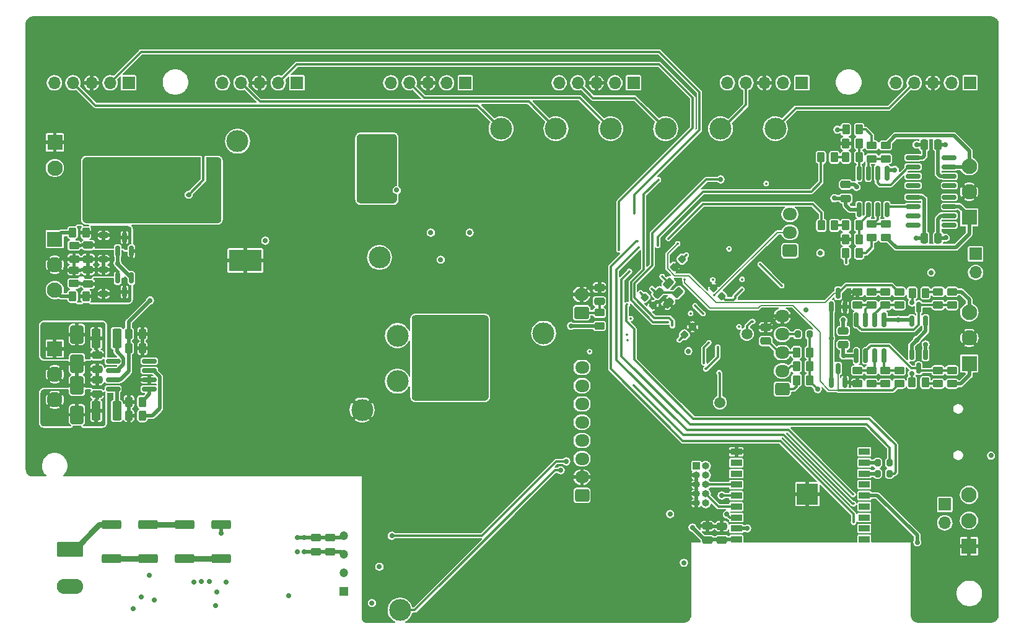
<source format=gbr>
%TF.GenerationSoftware,KiCad,Pcbnew,8.0.7*%
%TF.CreationDate,2025-01-22T12:13:36+01:00*%
%TF.ProjectId,STM32_GateSignalGenerator,53544d33-325f-4476-9174-655369676e61,rev?*%
%TF.SameCoordinates,Original*%
%TF.FileFunction,Copper,L4,Bot*%
%TF.FilePolarity,Positive*%
%FSLAX46Y46*%
G04 Gerber Fmt 4.6, Leading zero omitted, Abs format (unit mm)*
G04 Created by KiCad (PCBNEW 8.0.7) date 2025-01-22 12:13:36*
%MOMM*%
%LPD*%
G01*
G04 APERTURE LIST*
G04 Aperture macros list*
%AMRoundRect*
0 Rectangle with rounded corners*
0 $1 Rounding radius*
0 $2 $3 $4 $5 $6 $7 $8 $9 X,Y pos of 4 corners*
0 Add a 4 corners polygon primitive as box body*
4,1,4,$2,$3,$4,$5,$6,$7,$8,$9,$2,$3,0*
0 Add four circle primitives for the rounded corners*
1,1,$1+$1,$2,$3*
1,1,$1+$1,$4,$5*
1,1,$1+$1,$6,$7*
1,1,$1+$1,$8,$9*
0 Add four rect primitives between the rounded corners*
20,1,$1+$1,$2,$3,$4,$5,0*
20,1,$1+$1,$4,$5,$6,$7,0*
20,1,$1+$1,$6,$7,$8,$9,0*
20,1,$1+$1,$8,$9,$2,$3,0*%
G04 Aperture macros list end*
%TA.AperFunction,ComponentPad*%
%ADD10R,2.100000X2.100000*%
%TD*%
%TA.AperFunction,ComponentPad*%
%ADD11C,2.100000*%
%TD*%
%TA.AperFunction,ComponentPad*%
%ADD12R,1.700000X1.700000*%
%TD*%
%TA.AperFunction,ComponentPad*%
%ADD13O,1.700000X1.700000*%
%TD*%
%TA.AperFunction,ComponentPad*%
%ADD14C,3.000000*%
%TD*%
%TA.AperFunction,ComponentPad*%
%ADD15RoundRect,0.250000X0.725000X-0.600000X0.725000X0.600000X-0.725000X0.600000X-0.725000X-0.600000X0*%
%TD*%
%TA.AperFunction,ComponentPad*%
%ADD16O,1.950000X1.700000*%
%TD*%
%TA.AperFunction,ComponentPad*%
%ADD17C,0.600000*%
%TD*%
%TA.AperFunction,SMDPad,CuDef*%
%ADD18R,2.950000X4.500000*%
%TD*%
%TA.AperFunction,ComponentPad*%
%ADD19RoundRect,0.250000X0.750000X-0.600000X0.750000X0.600000X-0.750000X0.600000X-0.750000X-0.600000X0*%
%TD*%
%TA.AperFunction,ComponentPad*%
%ADD20O,2.000000X1.700000*%
%TD*%
%TA.AperFunction,ComponentPad*%
%ADD21RoundRect,0.249999X-1.550001X0.790001X-1.550001X-0.790001X1.550001X-0.790001X1.550001X0.790001X0*%
%TD*%
%TA.AperFunction,ComponentPad*%
%ADD22O,3.600000X2.080000*%
%TD*%
%TA.AperFunction,ComponentPad*%
%ADD23R,1.200000X1.200000*%
%TD*%
%TA.AperFunction,ComponentPad*%
%ADD24C,1.200000*%
%TD*%
%TA.AperFunction,ComponentPad*%
%ADD25R,1.000000X1.000000*%
%TD*%
%TA.AperFunction,ComponentPad*%
%ADD26O,1.000000X1.000000*%
%TD*%
%TA.AperFunction,SMDPad,CuDef*%
%ADD27R,3.400000X5.000000*%
%TD*%
%TA.AperFunction,SMDPad,CuDef*%
%ADD28R,4.500000X2.950000*%
%TD*%
%TA.AperFunction,SMDPad,CuDef*%
%ADD29RoundRect,0.250000X0.450000X-0.262500X0.450000X0.262500X-0.450000X0.262500X-0.450000X-0.262500X0*%
%TD*%
%TA.AperFunction,SMDPad,CuDef*%
%ADD30RoundRect,0.200000X-0.200000X-0.275000X0.200000X-0.275000X0.200000X0.275000X-0.200000X0.275000X0*%
%TD*%
%TA.AperFunction,SMDPad,CuDef*%
%ADD31RoundRect,0.250000X0.262500X0.450000X-0.262500X0.450000X-0.262500X-0.450000X0.262500X-0.450000X0*%
%TD*%
%TA.AperFunction,SMDPad,CuDef*%
%ADD32RoundRect,0.250000X0.475000X-0.250000X0.475000X0.250000X-0.475000X0.250000X-0.475000X-0.250000X0*%
%TD*%
%TA.AperFunction,SMDPad,CuDef*%
%ADD33RoundRect,0.150000X0.150000X-0.825000X0.150000X0.825000X-0.150000X0.825000X-0.150000X-0.825000X0*%
%TD*%
%TA.AperFunction,SMDPad,CuDef*%
%ADD34RoundRect,0.150000X0.150000X-0.587500X0.150000X0.587500X-0.150000X0.587500X-0.150000X-0.587500X0*%
%TD*%
%TA.AperFunction,SMDPad,CuDef*%
%ADD35RoundRect,0.250000X1.075000X-0.362500X1.075000X0.362500X-1.075000X0.362500X-1.075000X-0.362500X0*%
%TD*%
%TA.AperFunction,SMDPad,CuDef*%
%ADD36RoundRect,0.250000X0.375000X1.075000X-0.375000X1.075000X-0.375000X-1.075000X0.375000X-1.075000X0*%
%TD*%
%TA.AperFunction,SMDPad,CuDef*%
%ADD37C,1.500000*%
%TD*%
%TA.AperFunction,SMDPad,CuDef*%
%ADD38RoundRect,0.150000X-0.150000X0.587500X-0.150000X-0.587500X0.150000X-0.587500X0.150000X0.587500X0*%
%TD*%
%TA.AperFunction,SMDPad,CuDef*%
%ADD39RoundRect,0.250000X-0.262500X-0.450000X0.262500X-0.450000X0.262500X0.450000X-0.262500X0.450000X0*%
%TD*%
%TA.AperFunction,SMDPad,CuDef*%
%ADD40RoundRect,0.250000X-0.475000X0.250000X-0.475000X-0.250000X0.475000X-0.250000X0.475000X0.250000X0*%
%TD*%
%TA.AperFunction,SMDPad,CuDef*%
%ADD41RoundRect,0.250000X-0.503814X-0.132583X-0.132583X-0.503814X0.503814X0.132583X0.132583X0.503814X0*%
%TD*%
%TA.AperFunction,SMDPad,CuDef*%
%ADD42RoundRect,0.250000X-0.450000X0.262500X-0.450000X-0.262500X0.450000X-0.262500X0.450000X0.262500X0*%
%TD*%
%TA.AperFunction,SMDPad,CuDef*%
%ADD43RoundRect,0.225000X0.375000X-0.225000X0.375000X0.225000X-0.375000X0.225000X-0.375000X-0.225000X0*%
%TD*%
%TA.AperFunction,SMDPad,CuDef*%
%ADD44RoundRect,0.250000X-0.250000X-0.475000X0.250000X-0.475000X0.250000X0.475000X-0.250000X0.475000X0*%
%TD*%
%TA.AperFunction,SMDPad,CuDef*%
%ADD45RoundRect,0.225000X-0.335876X-0.017678X-0.017678X-0.335876X0.335876X0.017678X0.017678X0.335876X0*%
%TD*%
%TA.AperFunction,SMDPad,CuDef*%
%ADD46RoundRect,0.225000X0.335876X0.017678X0.017678X0.335876X-0.335876X-0.017678X-0.017678X-0.335876X0*%
%TD*%
%TA.AperFunction,SMDPad,CuDef*%
%ADD47RoundRect,0.225000X-0.017678X0.335876X-0.335876X0.017678X0.017678X-0.335876X0.335876X-0.017678X0*%
%TD*%
%TA.AperFunction,SMDPad,CuDef*%
%ADD48R,1.500000X0.900000*%
%TD*%
%TA.AperFunction,HeatsinkPad*%
%ADD49C,0.600000*%
%TD*%
%TA.AperFunction,SMDPad,CuDef*%
%ADD50R,2.900000X2.900000*%
%TD*%
%TA.AperFunction,SMDPad,CuDef*%
%ADD51RoundRect,0.200000X0.200000X0.275000X-0.200000X0.275000X-0.200000X-0.275000X0.200000X-0.275000X0*%
%TD*%
%TA.AperFunction,SMDPad,CuDef*%
%ADD52RoundRect,0.225000X-0.375000X0.225000X-0.375000X-0.225000X0.375000X-0.225000X0.375000X0.225000X0*%
%TD*%
%TA.AperFunction,SMDPad,CuDef*%
%ADD53RoundRect,0.250000X-0.375000X-1.075000X0.375000X-1.075000X0.375000X1.075000X-0.375000X1.075000X0*%
%TD*%
%TA.AperFunction,SMDPad,CuDef*%
%ADD54RoundRect,0.250000X-0.650000X1.000000X-0.650000X-1.000000X0.650000X-1.000000X0.650000X1.000000X0*%
%TD*%
%TA.AperFunction,SMDPad,CuDef*%
%ADD55RoundRect,0.250000X0.250000X0.475000X-0.250000X0.475000X-0.250000X-0.475000X0.250000X-0.475000X0*%
%TD*%
%TA.AperFunction,SMDPad,CuDef*%
%ADD56RoundRect,0.225000X0.017678X-0.335876X0.335876X-0.017678X-0.017678X0.335876X-0.335876X0.017678X0*%
%TD*%
%TA.AperFunction,SMDPad,CuDef*%
%ADD57RoundRect,0.150000X-0.825000X-0.150000X0.825000X-0.150000X0.825000X0.150000X-0.825000X0.150000X0*%
%TD*%
%TA.AperFunction,SMDPad,CuDef*%
%ADD58RoundRect,0.250000X0.650000X-1.000000X0.650000X1.000000X-0.650000X1.000000X-0.650000X-1.000000X0*%
%TD*%
%TA.AperFunction,SMDPad,CuDef*%
%ADD59RoundRect,0.150000X0.825000X0.150000X-0.825000X0.150000X-0.825000X-0.150000X0.825000X-0.150000X0*%
%TD*%
%TA.AperFunction,SMDPad,CuDef*%
%ADD60RoundRect,0.250000X-0.512652X-0.159099X-0.159099X-0.512652X0.512652X0.159099X0.159099X0.512652X0*%
%TD*%
%TA.AperFunction,ViaPad*%
%ADD61C,0.700000*%
%TD*%
%TA.AperFunction,ViaPad*%
%ADD62C,0.350000*%
%TD*%
%TA.AperFunction,Conductor*%
%ADD63C,0.500000*%
%TD*%
%TA.AperFunction,Conductor*%
%ADD64C,0.300000*%
%TD*%
%TA.AperFunction,Conductor*%
%ADD65C,0.200000*%
%TD*%
%TA.AperFunction,Conductor*%
%ADD66C,0.750000*%
%TD*%
G04 APERTURE END LIST*
D10*
%TO.P,J7,1,Pin_1*%
%TO.N,/DigitalInterface/D01_Con*%
X85652500Y-109607500D03*
D11*
%TO.P,J7,2,Pin_2*%
%TO.N,GNDD*%
X85652500Y-113107500D03*
%TO.P,J7,3,Pin_3*%
%TO.N,/DigitalInterface/D02_Con*%
X85652500Y-116607500D03*
%TD*%
D12*
%TO.P,J11,1,Pin_1*%
%TO.N,+12V*%
X164750000Y-73215000D03*
D13*
%TO.P,J11,2,Pin_2*%
%TO.N,/Gate driver connectors/GD_en3*%
X162210000Y-73215000D03*
%TO.P,J11,3,Pin_3*%
%TO.N,GNDD*%
X159670000Y-73215000D03*
%TO.P,J11,4,Pin_4*%
%TO.N,/Gate driver connectors/GD_out3*%
X157130000Y-73215000D03*
%TO.P,J11,5,Pin_5*%
%TO.N,VDD*%
X154590000Y-73215000D03*
%TD*%
D14*
%TO.P,TP5,1,1*%
%TO.N,/Gate driver connectors/GD_out2*%
X176642500Y-79497500D03*
%TD*%
D10*
%TO.P,J6,1,Pin_1*%
%TO.N,/DigitalInterface/DI1_Con*%
X85652500Y-94617500D03*
D11*
%TO.P,J6,2,Pin_2*%
%TO.N,GNDD*%
X85652500Y-98117500D03*
%TO.P,J6,3,Pin_3*%
%TO.N,/DigitalInterface/DI2_Con*%
X85652500Y-101617500D03*
%TD*%
D14*
%TO.P,TP7,1,1*%
%TO.N,+24V*%
X110633064Y-81222500D03*
%TD*%
%TO.P,TP9,1,1*%
%TO.N,-12V*%
X130033064Y-97122500D03*
%TD*%
%TO.P,TP2,1,1*%
%TO.N,/Gate driver connectors/GD_out5*%
X154142500Y-79497500D03*
%TD*%
D15*
%TO.P,J17,1,Pin_1*%
%TO.N,/MCU/ENC_A__TIM4_CH1*%
X185072500Y-115147500D03*
D16*
%TO.P,J17,2,Pin_2*%
%TO.N,/MCU/ENC_B__TIM4_CH2*%
X185072500Y-112647500D03*
%TO.P,J17,3,Pin_3*%
%TO.N,/MCU/ENC_BTN*%
X185072500Y-110147500D03*
%TO.P,J17,4,Pin_4*%
%TO.N,/MCU/ENC_VDD*%
X185072500Y-107647500D03*
%TO.P,J17,5,Pin_5*%
%TO.N,GNDD*%
X185072500Y-105147500D03*
%TD*%
D14*
%TO.P,TP3,1,1*%
%TO.N,/Gate driver connectors/GD_out4*%
X161642500Y-79497500D03*
%TD*%
D17*
%TO.P,U3,9,GNDPAD*%
%TO.N,-12V*%
X129085564Y-83395000D03*
X129085564Y-84595000D03*
X129085564Y-85895000D03*
X129085564Y-86995000D03*
D18*
X129685564Y-85195000D03*
D17*
X130285564Y-83395000D03*
X130285564Y-84595000D03*
X130285564Y-85895000D03*
X130285564Y-86995000D03*
%TD*%
D14*
%TO.P,TP15,1,1*%
%TO.N,/MCU/ZC_In*%
X132852500Y-145397500D03*
%TD*%
%TO.P,TP10,1,1*%
%TO.N,+5V*%
X152455000Y-107490000D03*
%TD*%
D19*
%TO.P,J15,1,Pin_1*%
%TO.N,/MCU/START_STOP_BTN*%
X157642500Y-104687500D03*
D20*
%TO.P,J15,2,Pin_2*%
%TO.N,GNDD*%
X157642500Y-102187500D03*
%TD*%
D15*
%TO.P,J18,1,Pin_1*%
%TO.N,VDD*%
X157712500Y-129677500D03*
D16*
%TO.P,J18,2,Pin_2*%
%TO.N,GNDD*%
X157712500Y-127177500D03*
%TO.P,J18,3,Pin_3*%
%TO.N,/MCU/LCD_CS*%
X157712500Y-124677500D03*
%TO.P,J18,4,Pin_4*%
%TO.N,/MCU/LCD_RST*%
X157712500Y-122177500D03*
%TO.P,J18,5,Pin_5*%
%TO.N,/MCU/LCD_DC*%
X157712500Y-119677500D03*
%TO.P,J18,6,Pin_6*%
%TO.N,/MCU/SPI3_MOSI*%
X157712500Y-117177500D03*
%TO.P,J18,7,Pin_7*%
%TO.N,/MCU/SPI3_SCK*%
X157712500Y-114677500D03*
%TO.P,J18,8,Pin_8*%
%TO.N,/MCU/BOOT0_LCD_BACKLIGHT_PWM_TIM16_CH1*%
X157712500Y-112177500D03*
%TD*%
D12*
%TO.P,J8,1,Pin_1*%
%TO.N,+12V*%
X95750000Y-73215000D03*
D13*
%TO.P,J8,2,Pin_2*%
%TO.N,/Gate driver connectors/GD_en6*%
X93210000Y-73215000D03*
%TO.P,J8,3,Pin_3*%
%TO.N,GNDD*%
X90670000Y-73215000D03*
%TO.P,J8,4,Pin_4*%
%TO.N,/Gate driver connectors/GD_out6*%
X88130000Y-73215000D03*
%TO.P,J8,5,Pin_5*%
%TO.N,VDD*%
X85590000Y-73215000D03*
%TD*%
D14*
%TO.P,TP1,1,1*%
%TO.N,/Gate driver connectors/GD_out6*%
X146642500Y-79497500D03*
%TD*%
%TO.P,TP8,1,1*%
%TO.N,+12V*%
X132483064Y-107822500D03*
%TD*%
D12*
%TO.P,J9,1,Pin_1*%
%TO.N,+12V*%
X118750000Y-73215000D03*
D13*
%TO.P,J9,2,Pin_2*%
%TO.N,/Gate driver connectors/GD_en5*%
X116210000Y-73215000D03*
%TO.P,J9,3,Pin_3*%
%TO.N,GNDD*%
X113670000Y-73215000D03*
%TO.P,J9,4,Pin_4*%
%TO.N,/Gate driver connectors/GD_out5*%
X111130000Y-73215000D03*
%TO.P,J9,5,Pin_5*%
%TO.N,VDD*%
X108590000Y-73215000D03*
%TD*%
D14*
%TO.P,TP6,1,1*%
%TO.N,/Gate driver connectors/GD_out1*%
X184142500Y-79497500D03*
%TD*%
D15*
%TO.P,J19,1,Pin_1*%
%TO.N,/MCU/TOUCH_CS*%
X186127500Y-96207500D03*
D16*
%TO.P,J19,2,Pin_2*%
%TO.N,/MCU/SPI3_MISO*%
X186127500Y-93707500D03*
%TO.P,J19,3,Pin_3*%
%TO.N,/MCU/TOUCH_IRQ*%
X186127500Y-91207500D03*
%TD*%
D14*
%TO.P,TP12,1,1*%
%TO.N,GNDD*%
X127655000Y-117990000D03*
%TD*%
D10*
%TO.P,J1,1,Pin_1*%
%TO.N,GNDD*%
X85660000Y-81375000D03*
D11*
%TO.P,J1,2,Pin_2*%
%TO.N,/PowerInput/PWR_IN_+24V*%
X85660000Y-84875000D03*
%TD*%
D21*
%TO.P,J5,1,Pin_1*%
%TO.N,/ZeroCrossingDetection/ZC_Sig*%
X87760000Y-137077500D03*
D22*
%TO.P,J5,2,Pin_2*%
%TO.N,/ZeroCrossingDetection/ZC_Ref*%
X87760000Y-142157500D03*
%TD*%
D10*
%TO.P,J3,1,Pin_1*%
%TO.N,/AnalogInterface/AI1_Con*%
X210642500Y-111647500D03*
D11*
%TO.P,J3,2,Pin_2*%
%TO.N,GNDD*%
X210642500Y-108147500D03*
%TO.P,J3,3,Pin_3*%
%TO.N,/AnalogInterface/AI2_Con*%
X210642500Y-104647500D03*
%TD*%
D12*
%TO.P,J12,1,Pin_1*%
%TO.N,+12V*%
X187750000Y-73215000D03*
D13*
%TO.P,J12,2,Pin_2*%
%TO.N,/Gate driver connectors/GD_en2*%
X185210000Y-73215000D03*
%TO.P,J12,3,Pin_3*%
%TO.N,GNDD*%
X182670000Y-73215000D03*
%TO.P,J12,4,Pin_4*%
%TO.N,/Gate driver connectors/GD_out2*%
X180130000Y-73215000D03*
%TO.P,J12,5,Pin_5*%
%TO.N,VDD*%
X177590000Y-73215000D03*
%TD*%
D12*
%TO.P,J20,1,Pin_1*%
%TO.N,/MCU/rs485_b*%
X207295000Y-130915000D03*
D13*
%TO.P,J20,2,Pin_2*%
%TO.N,/MCU/rs485_r_term_b*%
X207295000Y-133455000D03*
%TD*%
D12*
%TO.P,J13,1,Pin_1*%
%TO.N,+12V*%
X210750000Y-73215000D03*
D13*
%TO.P,J13,2,Pin_2*%
%TO.N,/Gate driver connectors/GD_en1*%
X208210000Y-73215000D03*
%TO.P,J13,3,Pin_3*%
%TO.N,GNDD*%
X205670000Y-73215000D03*
%TO.P,J13,4,Pin_4*%
%TO.N,/Gate driver connectors/GD_out1*%
X203130000Y-73215000D03*
%TO.P,J13,5,Pin_5*%
%TO.N,VDD*%
X200590000Y-73215000D03*
%TD*%
D14*
%TO.P,TP4,1,1*%
%TO.N,/Gate driver connectors/GD_out3*%
X169142500Y-79497500D03*
%TD*%
D23*
%TO.P,U14,1,-VIN*%
%TO.N,/ZeroCrossingDetection/zc_en_fet_d*%
X125122500Y-142797500D03*
D24*
%TO.P,U14,2,+VIN*%
%TO.N,+12V*%
X125122500Y-140257500D03*
%TO.P,U14,3,-VOUT*%
%TO.N,/ZeroCrossingDetection/ZC_GND*%
X125122500Y-137717500D03*
%TO.P,U14,4,+VOUT*%
%TO.N,/ZeroCrossingDetection/ZC_5V*%
X125122500Y-135177500D03*
%TD*%
D12*
%TO.P,J16,1,Pin_1*%
%TO.N,/MCU/BOOT0_LCD_BACKLIGHT_PWM_TIM16_CH1*%
X211502500Y-96632500D03*
D13*
%TO.P,J16,2,Pin_2*%
%TO.N,/MCU/boot0_r*%
X211502500Y-99172500D03*
%TD*%
D25*
%TO.P,J21,1,Pin_1*%
%TO.N,unconnected-(J21-Pin_1-Pad1)*%
X173355000Y-125675000D03*
D26*
%TO.P,J21,2,Pin_2*%
%TO.N,/Wireless connectivity - ESP32/ESP32_JTAG_MTMS*%
X174625000Y-125675000D03*
%TO.P,J21,3,Pin_3*%
%TO.N,GNDD*%
X173355000Y-126945000D03*
%TO.P,J21,4,Pin_4*%
%TO.N,/Wireless connectivity - ESP32/ESP32_JTAG_MTCK*%
X174625000Y-126945000D03*
%TO.P,J21,5,Pin_5*%
%TO.N,GNDD*%
X173355000Y-128215000D03*
%TO.P,J21,6,Pin_6*%
%TO.N,/Wireless connectivity - ESP32/ESP32_JTAG_MTDO*%
X174625000Y-128215000D03*
%TO.P,J21,7,Pin_7*%
%TO.N,GNDD*%
X173355000Y-129485000D03*
%TO.P,J21,8,Pin_8*%
%TO.N,/Wireless connectivity - ESP32/ESP32_JTAG_MTDI*%
X174625000Y-129485000D03*
%TO.P,J21,9,Pin_9*%
%TO.N,GNDD*%
X173355000Y-130755000D03*
%TO.P,J21,10,Pin_10*%
%TO.N,unconnected-(J21-Pin_10-Pad10)*%
X174625000Y-130755000D03*
%TD*%
D17*
%TO.P,U2,17,PWR_PAD*%
%TO.N,/PowerInput/prot_vgnd*%
X99052500Y-84067500D03*
X99052500Y-85167500D03*
X99052500Y-86267500D03*
X99052500Y-87367500D03*
X99052500Y-88467500D03*
X100152500Y-84067500D03*
X100152500Y-85167500D03*
X100152500Y-86267500D03*
D27*
X100152500Y-86267500D03*
D17*
X100152500Y-87367500D03*
X100152500Y-88467500D03*
X101252500Y-84067500D03*
X101252500Y-85167500D03*
X101252500Y-86267500D03*
X101252500Y-87367500D03*
X101252500Y-88467500D03*
%TD*%
D14*
%TO.P,TP11,1,1*%
%TO.N,VDD*%
X132483064Y-114072500D03*
%TD*%
D12*
%TO.P,J10,1,Pin_1*%
%TO.N,+12V*%
X141750000Y-73215000D03*
D13*
%TO.P,J10,2,Pin_2*%
%TO.N,/Gate driver connectors/GD_en4*%
X139210000Y-73215000D03*
%TO.P,J10,3,Pin_3*%
%TO.N,GNDD*%
X136670000Y-73215000D03*
%TO.P,J10,4,Pin_4*%
%TO.N,/Gate driver connectors/GD_out4*%
X134130000Y-73215000D03*
%TO.P,J10,5,Pin_5*%
%TO.N,VDD*%
X131590000Y-73215000D03*
%TD*%
D10*
%TO.P,J2,1,Pin_1*%
%TO.N,GNDD*%
X210612500Y-136637500D03*
D11*
%TO.P,J2,2,Pin_2*%
%TO.N,/MCU/rs485_a*%
X210612500Y-133137500D03*
%TO.P,J2,3,Pin_3*%
%TO.N,/MCU/rs485_b*%
X210612500Y-129637500D03*
%TD*%
D10*
%TO.P,J4,1,Pin_1*%
%TO.N,/AnalogInterface/AO1_Con*%
X210632500Y-91637500D03*
D11*
%TO.P,J4,2,Pin_2*%
%TO.N,GNDD*%
X210632500Y-88137500D03*
%TO.P,J4,3,Pin_3*%
%TO.N,/AnalogInterface/AO2_Con*%
X210632500Y-84637500D03*
%TD*%
D17*
%TO.P,U1,9,GNDPAD*%
%TO.N,GNDD*%
X109893064Y-98152500D03*
X111093064Y-98152500D03*
X112393064Y-98152500D03*
X113493064Y-98152500D03*
D28*
X111693064Y-97552500D03*
D17*
X109893064Y-96952500D03*
X111093064Y-96952500D03*
X112393064Y-96952500D03*
X113493064Y-96952500D03*
%TD*%
D29*
%TO.P,R49,1*%
%TO.N,GNDD*%
X195362500Y-114412500D03*
%TO.P,R49,2*%
%TO.N,/AnalogInterface/ai1_inv*%
X195362500Y-112587500D03*
%TD*%
D30*
%TO.P,R25,1*%
%TO.N,/MCU/ENC_VDD*%
X187177500Y-107647500D03*
%TO.P,R25,2*%
%TO.N,VDD*%
X188827500Y-107647500D03*
%TD*%
D31*
%TO.P,R46,1*%
%TO.N,Net-(R46-Pad1)*%
X195595000Y-96527500D03*
%TO.P,R46,2*%
%TO.N,/AnalogInterface/ai_zero_offset*%
X193770000Y-96527500D03*
%TD*%
D32*
%TO.P,C59,1*%
%TO.N,VDD*%
X174850000Y-135795000D03*
%TO.P,C59,2*%
%TO.N,GNDD*%
X174850000Y-133895000D03*
%TD*%
D33*
%TO.P,U9,1*%
%TO.N,/AnalogInterface/ao1_out*%
X199367500Y-90552500D03*
%TO.P,U9,2,-*%
%TO.N,/AnalogInterface/ao1_inv*%
X198097500Y-90552500D03*
%TO.P,U9,3,+*%
%TO.N,/AnalogInterface/ao1_non_inv*%
X196827500Y-90552500D03*
%TO.P,U9,4,V-*%
%TO.N,-12V*%
X195557500Y-90552500D03*
%TO.P,U9,5,+*%
%TO.N,/AnalogInterface/ao2_non_inv*%
X195557500Y-85602500D03*
%TO.P,U9,6,-*%
%TO.N,/AnalogInterface/ao2_inv*%
X196827500Y-85602500D03*
%TO.P,U9,7*%
%TO.N,/AnalogInterface/ao2_out*%
X198097500Y-85602500D03*
%TO.P,U9,8,V+*%
%TO.N,+12V*%
X199367500Y-85602500D03*
%TD*%
D31*
%TO.P,R40,1*%
%TO.N,/AnalogInterface/ao1_non_inv*%
X195597500Y-92722500D03*
%TO.P,R40,2*%
%TO.N,Net-(R39-Pad1)*%
X193772500Y-92722500D03*
%TD*%
D34*
%TO.P,D10,1,A*%
%TO.N,GNDD*%
X193672500Y-103907500D03*
%TO.P,D10,2,K*%
%TO.N,VDD*%
X191772500Y-103907500D03*
%TO.P,D10,3,COM*%
%TO.N,/AnalogInterface/AI2*%
X192722500Y-102032500D03*
%TD*%
D32*
%TO.P,C33,1*%
%TO.N,/MCU/START_STOP_BTN*%
X160087500Y-103137500D03*
%TO.P,C33,2*%
%TO.N,GNDD*%
X160087500Y-101237500D03*
%TD*%
D34*
%TO.P,D8,1,A*%
%TO.N,GNDD*%
X193662500Y-114197500D03*
%TO.P,D8,2,K*%
%TO.N,VDD*%
X191762500Y-114197500D03*
%TO.P,D8,3,COM*%
%TO.N,/AnalogInterface/AI1*%
X192712500Y-112322500D03*
%TD*%
D35*
%TO.P,R76,1*%
%TO.N,/ZeroCrossingDetection/zc_r_div1*%
X98387851Y-138337500D03*
%TO.P,R76,2*%
%TO.N,/ZeroCrossingDetection/zc_r_div2*%
X98387851Y-133712500D03*
%TD*%
%TO.P,R78,1*%
%TO.N,/ZeroCrossingDetection/zc_r_div3*%
X108387851Y-138337500D03*
%TO.P,R78,2*%
%TO.N,/ZeroCrossingDetection/zc_in_lim*%
X108387851Y-133712500D03*
%TD*%
D36*
%TO.P,F1,1*%
%TO.N,/DigitalInterface/DO1_PRE_FUSE*%
X94127500Y-108182500D03*
%TO.P,F1,2*%
%TO.N,/DigitalInterface/D01_Con*%
X91327500Y-108182500D03*
%TD*%
D31*
%TO.P,R68,1*%
%TO.N,/DigitalInterface/DO1*%
X97615000Y-118782500D03*
%TO.P,R68,2*%
%TO.N,GNDD*%
X95790000Y-118782500D03*
%TD*%
D37*
%TO.P,TP13,1,1*%
%TO.N,/MCU/FREE_PIN_1*%
X180255000Y-107590000D03*
%TD*%
D38*
%TO.P,D7,1,A*%
%TO.N,-12V*%
X202765000Y-110420000D03*
%TO.P,D7,2,K*%
%TO.N,+12V*%
X204665000Y-110420000D03*
%TO.P,D7,3,COM*%
%TO.N,/AnalogInterface/ai1_non_inv*%
X203715000Y-112295000D03*
%TD*%
D39*
%TO.P,R69,1*%
%TO.N,/DigitalInterface/DI2_Con*%
X88097500Y-102437500D03*
%TO.P,R69,2*%
%TO.N,/DigitalInterface/DI2*%
X89922500Y-102437500D03*
%TD*%
D31*
%TO.P,R55,1*%
%TO.N,/AnalogInterface/ao2_non_inv*%
X195600000Y-81517500D03*
%TO.P,R55,2*%
%TO.N,GNDD*%
X193775000Y-81517500D03*
%TD*%
D40*
%TO.P,C51,1*%
%TO.N,/ZeroCrossingDetection/ZC_5V*%
X121312500Y-135477500D03*
%TO.P,C51,2*%
%TO.N,/ZeroCrossingDetection/ZC_GND*%
X121312500Y-137377500D03*
%TD*%
D29*
%TO.P,R37,1*%
%TO.N,/AnalogInterface/AI1_Con*%
X208271881Y-114400000D03*
%TO.P,R37,2*%
%TO.N,/AnalogInterface/ai1_non_inv*%
X208271881Y-112575000D03*
%TD*%
D41*
%TO.P,FB1,1*%
%TO.N,VDD*%
X169542549Y-100628971D03*
%TO.P,FB1,2*%
%TO.N,VDDA*%
X170833019Y-101919441D03*
%TD*%
D42*
%TO.P,R38,1*%
%TO.N,/AnalogInterface/ai1_out*%
X201062500Y-112587500D03*
%TO.P,R38,2*%
%TO.N,/AnalogInterface/AI1*%
X201062500Y-114412500D03*
%TD*%
D43*
%TO.P,D16,1,K*%
%TO.N,/DigitalInterface/DI2*%
X92342500Y-102097500D03*
%TO.P,D16,2,A*%
%TO.N,GNDD*%
X92342500Y-98797500D03*
%TD*%
D44*
%TO.P,C36,1*%
%TO.N,-12V*%
X204482500Y-81697500D03*
%TO.P,C36,2*%
%TO.N,+12V*%
X206382500Y-81697500D03*
%TD*%
D31*
%TO.P,R52,1*%
%TO.N,/AnalogInterface/ao2_non_inv*%
X195600000Y-83417500D03*
%TO.P,R52,2*%
%TO.N,Net-(R51-Pad1)*%
X193775000Y-83417500D03*
%TD*%
%TO.P,R24,1*%
%TO.N,VDD*%
X188855000Y-113927500D03*
%TO.P,R24,2*%
%TO.N,/MCU/ENC_A__TIM4_CH1*%
X187030000Y-113927500D03*
%TD*%
D32*
%TO.P,C58,1*%
%TO.N,VDD*%
X176810000Y-135805000D03*
%TO.P,C58,2*%
%TO.N,GNDD*%
X176810000Y-133905000D03*
%TD*%
D45*
%TO.P,C29,1*%
%TO.N,VDD*%
X166326980Y-102575282D03*
%TO.P,C29,2*%
%TO.N,GNDD*%
X167422996Y-103671298D03*
%TD*%
D29*
%TO.P,R20,1*%
%TO.N,VDD*%
X160097500Y-106510000D03*
%TO.P,R20,2*%
%TO.N,/MCU/START_STOP_BTN*%
X160097500Y-104685000D03*
%TD*%
D39*
%TO.P,R56,1*%
%TO.N,/AnalogInterface/ai_zero_offset*%
X202840000Y-101997500D03*
%TO.P,R56,2*%
%TO.N,Net-(R54-Pad1)*%
X204665000Y-101997500D03*
%TD*%
D46*
%TO.P,C28,1*%
%TO.N,VDD*%
X176799232Y-102426790D03*
%TO.P,C28,2*%
%TO.N,GNDD*%
X175703216Y-101330774D03*
%TD*%
D47*
%TO.P,C26,1*%
%TO.N,VDD*%
X171368652Y-97356834D03*
%TO.P,C26,2*%
%TO.N,GNDD*%
X170272636Y-98452850D03*
%TD*%
D48*
%TO.P,U18,1,3V3*%
%TO.N,VDD*%
X178800000Y-135715000D03*
%TO.P,U18,2,EN*%
%TO.N,/Wireless connectivity - ESP32/ESP32_RST*%
X178800000Y-134215000D03*
%TO.P,U18,3,IO4*%
%TO.N,/Wireless connectivity - ESP32/ESP32_JTAG_MTMS*%
X178800000Y-132715000D03*
%TO.P,U18,4,IO5*%
%TO.N,/Wireless connectivity - ESP32/ESP32_JTAG_MTDI*%
X178800000Y-131215000D03*
%TO.P,U18,5,IO6*%
%TO.N,/Wireless connectivity - ESP32/ESP32_JTAG_MTCK*%
X178800000Y-129715000D03*
%TO.P,U18,6,IO7*%
%TO.N,/Wireless connectivity - ESP32/ESP32_JTAG_MTDO*%
X178800000Y-128215000D03*
%TO.P,U18,7,IO8*%
%TO.N,unconnected-(U18-IO8-Pad7)*%
X178800000Y-126715000D03*
%TO.P,U18,8,IO9*%
%TO.N,unconnected-(U18-IO9-Pad8)*%
X178800000Y-125215000D03*
%TO.P,U18,9,GND*%
%TO.N,GNDD*%
X178800000Y-123715000D03*
%TO.P,U18,10,IO10*%
%TO.N,unconnected-(U18-IO10-Pad10)*%
X196300000Y-123715000D03*
%TO.P,U18,11,IO20/RXD*%
%TO.N,/Uart.TX*%
X196300000Y-125215000D03*
%TO.P,U18,12,IO21/TXD*%
%TO.N,/Uart.RX*%
X196300000Y-126715000D03*
%TO.P,U18,13,IO18*%
%TO.N,unconnected-(U18-IO18-Pad13)*%
X196300000Y-128215000D03*
%TO.P,U18,14,IO19*%
%TO.N,Net-(U18-IO19)*%
X196300000Y-129715000D03*
%TO.P,U18,15,IO3*%
%TO.N,unconnected-(U18-IO3-Pad15)*%
X196300000Y-131215000D03*
%TO.P,U18,16,IO2*%
%TO.N,unconnected-(U18-IO2-Pad16)*%
X196300000Y-132715000D03*
%TO.P,U18,17,IO1*%
%TO.N,unconnected-(U18-IO1-Pad17)*%
X196300000Y-134215000D03*
%TO.P,U18,18,IO0*%
%TO.N,unconnected-(U18-IO0-Pad18)*%
X196300000Y-135715000D03*
D49*
%TO.P,U18,19,GND*%
%TO.N,GNDD*%
X187410000Y-128965000D03*
X187410000Y-130065000D03*
X187960000Y-128415000D03*
X187960000Y-129515000D03*
X187960000Y-130615000D03*
X188510000Y-128965000D03*
D50*
X188510000Y-129515000D03*
D49*
X188510000Y-130065000D03*
X189060000Y-128415000D03*
X189060000Y-129515000D03*
X189060000Y-130615000D03*
X189610000Y-128965000D03*
X189610000Y-130065000D03*
%TD*%
D42*
%TO.P,R60,1*%
%TO.N,Net-(R60-Pad1)*%
X197272500Y-101825000D03*
%TO.P,R60,2*%
%TO.N,/AnalogInterface/ai2_inv*%
X197272500Y-103650000D03*
%TD*%
D51*
%TO.P,R17,1*%
%TO.N,/MCU/ST_TX*%
X199760000Y-125245000D03*
%TO.P,R17,2*%
%TO.N,/Uart.TX*%
X198110000Y-125245000D03*
%TD*%
D40*
%TO.P,C42,1*%
%TO.N,/DigitalInterface/DI1*%
X90212500Y-95437500D03*
%TO.P,C42,2*%
%TO.N,GNDD*%
X90212500Y-97337500D03*
%TD*%
D33*
%TO.P,U8,1*%
%TO.N,/AnalogInterface/ai1_out*%
X199022500Y-110592500D03*
%TO.P,U8,2,-*%
%TO.N,/AnalogInterface/ai1_inv*%
X197752500Y-110592500D03*
%TO.P,U8,3,+*%
%TO.N,/AnalogInterface/ai1_non_inv*%
X196482500Y-110592500D03*
%TO.P,U8,4,V-*%
%TO.N,-12V*%
X195212500Y-110592500D03*
%TO.P,U8,5,+*%
%TO.N,/AnalogInterface/ai2_non_inv*%
X195212500Y-105642500D03*
%TO.P,U8,6,-*%
%TO.N,/AnalogInterface/ai2_inv*%
X196482500Y-105642500D03*
%TO.P,U8,7*%
%TO.N,/AnalogInterface/ai2_out*%
X197752500Y-105642500D03*
%TO.P,U8,8,V+*%
%TO.N,+12V*%
X199022500Y-105642500D03*
%TD*%
D31*
%TO.P,R22,1*%
%TO.N,VDD*%
X188855000Y-110127500D03*
%TO.P,R22,2*%
%TO.N,/MCU/ENC_BTN*%
X187030000Y-110127500D03*
%TD*%
D32*
%TO.P,C45,1*%
%TO.N,/DigitalInterface/D02_Con*%
X91427500Y-115807500D03*
%TO.P,C45,2*%
%TO.N,GNDD*%
X91427500Y-113907500D03*
%TD*%
D37*
%TO.P,TP14,1,1*%
%TO.N,/MCU/FREE_PIN_2*%
X176555000Y-116990000D03*
%TD*%
D34*
%TO.P,D11,1,A*%
%TO.N,GNDD*%
X96142500Y-96252500D03*
%TO.P,D11,2,K*%
%TO.N,VDD*%
X94242500Y-96252500D03*
%TO.P,D11,3,COM*%
%TO.N,/DigitalInterface/DI1*%
X95192500Y-94377500D03*
%TD*%
D40*
%TO.P,C40,1*%
%TO.N,+12V*%
X193767500Y-87147500D03*
%TO.P,C40,2*%
%TO.N,-12V*%
X193767500Y-89047500D03*
%TD*%
D29*
%TO.P,R58,1*%
%TO.N,/AnalogInterface/ao2_inv*%
X197317500Y-83610000D03*
%TO.P,R58,2*%
%TO.N,Net-(R57-Pad1)*%
X197317500Y-81785000D03*
%TD*%
D52*
%TO.P,D12,1,K*%
%TO.N,/DigitalInterface/DI1*%
X92342500Y-94097500D03*
%TO.P,D12,2,A*%
%TO.N,GNDD*%
X92342500Y-97397500D03*
%TD*%
D53*
%TO.P,F2,1*%
%TO.N,/DigitalInterface/D02_Con*%
X91327500Y-118132500D03*
%TO.P,F2,2*%
%TO.N,/DigitalInterface/DO2_PRE_FUSE*%
X94127500Y-118132500D03*
%TD*%
D42*
%TO.P,R61,1*%
%TO.N,Net-(R60-Pad1)*%
X199172500Y-101822500D03*
%TO.P,R61,2*%
%TO.N,/AnalogInterface/ai2_out*%
X199172500Y-103647500D03*
%TD*%
D54*
%TO.P,D14,1,A1*%
%TO.N,/DigitalInterface/D01_Con*%
X88702500Y-107657500D03*
%TO.P,D14,2,A2*%
%TO.N,GNDD*%
X88702500Y-111657500D03*
%TD*%
D39*
%TO.P,R65,1*%
%TO.N,/DigitalInterface/DI1_Con*%
X88090000Y-93737500D03*
%TO.P,R65,2*%
%TO.N,/DigitalInterface/DI1*%
X89915000Y-93737500D03*
%TD*%
D51*
%TO.P,R18,1*%
%TO.N,/MCU/ST_RX*%
X199760000Y-126705000D03*
%TO.P,R18,2*%
%TO.N,/Uart.RX*%
X198110000Y-126705000D03*
%TD*%
D42*
%TO.P,R50,1*%
%TO.N,/AnalogInterface/AI2_Con*%
X208282500Y-101817500D03*
%TO.P,R50,2*%
%TO.N,/AnalogInterface/ai2_non_inv*%
X208282500Y-103642500D03*
%TD*%
D40*
%TO.P,C46,1*%
%TO.N,/DigitalInterface/D01_Con*%
X91427500Y-110507500D03*
%TO.P,C46,2*%
%TO.N,GNDD*%
X91427500Y-112407500D03*
%TD*%
D42*
%TO.P,R66,1*%
%TO.N,/DigitalInterface/DI1*%
X88287500Y-95500000D03*
%TO.P,R66,2*%
%TO.N,GNDD*%
X88287500Y-97325000D03*
%TD*%
D40*
%TO.P,C39,1*%
%TO.N,+12V*%
X193432500Y-107177500D03*
%TO.P,C39,2*%
%TO.N,-12V*%
X193432500Y-109077500D03*
%TD*%
D42*
%TO.P,R47,1*%
%TO.N,/AnalogInterface/ao1_inv*%
X197317500Y-92537500D03*
%TO.P,R47,2*%
%TO.N,Net-(R46-Pad1)*%
X197317500Y-94362500D03*
%TD*%
D29*
%TO.P,R45,1*%
%TO.N,Net-(R44-Pad2)*%
X199162500Y-114412500D03*
%TO.P,R45,2*%
%TO.N,/AnalogInterface/ai1_out*%
X199162500Y-112587500D03*
%TD*%
D32*
%TO.P,C47,1*%
%TO.N,/DigitalInterface/DI2*%
X90212500Y-100737500D03*
%TO.P,C47,2*%
%TO.N,GNDD*%
X90212500Y-98837500D03*
%TD*%
D42*
%TO.P,R44,1*%
%TO.N,/AnalogInterface/ai1_inv*%
X197262500Y-112587500D03*
%TO.P,R44,2*%
%TO.N,Net-(R44-Pad2)*%
X197262500Y-114412500D03*
%TD*%
D31*
%TO.P,R57,1*%
%TO.N,Net-(R57-Pad1)*%
X195605000Y-79617500D03*
%TO.P,R57,2*%
%TO.N,/AnalogInterface/ai_zero_offset*%
X193780000Y-79617500D03*
%TD*%
D55*
%TO.P,C37,1*%
%TO.N,+12V*%
X206392500Y-94457500D03*
%TO.P,C37,2*%
%TO.N,-12V*%
X204492500Y-94457500D03*
%TD*%
D38*
%TO.P,D15,1,A*%
%TO.N,GNDD*%
X94242500Y-99942500D03*
%TO.P,D15,2,K*%
%TO.N,VDD*%
X96142500Y-99942500D03*
%TO.P,D15,3,COM*%
%TO.N,/DigitalInterface/DI2*%
X95192500Y-101817500D03*
%TD*%
D39*
%TO.P,R43,1*%
%TO.N,/AnalogInterface/ai_zero_offset*%
X202802500Y-114227500D03*
%TO.P,R43,2*%
%TO.N,Net-(R41-Pad1)*%
X204627500Y-114227500D03*
%TD*%
D44*
%TO.P,C44,1*%
%TO.N,+24V*%
X95752500Y-109557500D03*
%TO.P,C44,2*%
%TO.N,GNDD*%
X97652500Y-109557500D03*
%TD*%
D56*
%TO.P,C27,1*%
%TO.N,VDD*%
X171715134Y-107715949D03*
%TO.P,C27,2*%
%TO.N,GNDD*%
X172811150Y-106619933D03*
%TD*%
D35*
%TO.P,R75,1*%
%TO.N,/ZeroCrossingDetection/zc_r_div1*%
X93387851Y-138337500D03*
%TO.P,R75,2*%
%TO.N,/ZeroCrossingDetection/ZC_Sig*%
X93387851Y-133712500D03*
%TD*%
D31*
%TO.P,R42,1*%
%TO.N,/AnalogInterface/ao1_non_inv*%
X195597500Y-94622500D03*
%TO.P,R42,2*%
%TO.N,GNDD*%
X193772500Y-94622500D03*
%TD*%
%TO.P,R39,1*%
%TO.N,Net-(R39-Pad1)*%
X192245000Y-92722500D03*
%TO.P,R39,2*%
%TO.N,/AnalogInterface/AO1*%
X190420000Y-92722500D03*
%TD*%
D34*
%TO.P,D9,1,A*%
%TO.N,-12V*%
X204682500Y-105802500D03*
%TO.P,D9,2,K*%
%TO.N,+12V*%
X202782500Y-105802500D03*
%TO.P,D9,3,COM*%
%TO.N,/AnalogInterface/ai2_non_inv*%
X203732500Y-103927500D03*
%TD*%
D29*
%TO.P,R41,1*%
%TO.N,Net-(R41-Pad1)*%
X206371881Y-114410000D03*
%TO.P,R41,2*%
%TO.N,/AnalogInterface/ai1_non_inv*%
X206371881Y-112585000D03*
%TD*%
D57*
%TO.P,U11,1,BW*%
%TO.N,unconnected-(U11-BW-Pad1)*%
X202967500Y-87277500D03*
%TO.P,U11,2,NC*%
%TO.N,unconnected-(U11-NC-Pad2)*%
X202967500Y-86007500D03*
%TO.P,U11,3,VIN*%
%TO.N,/AnalogInterface/ao2_out*%
X202967500Y-84737500D03*
%TO.P,U11,4,V-*%
%TO.N,-12V*%
X202967500Y-83467500D03*
%TO.P,U11,5,NC*%
%TO.N,unconnected-(U11-NC-Pad5)*%
X207917500Y-83467500D03*
%TO.P,U11,6,VO*%
%TO.N,/AnalogInterface/AO2_Con*%
X207917500Y-84737500D03*
%TO.P,U11,7,V+*%
%TO.N,+12V*%
X207917500Y-86007500D03*
%TO.P,U11,8,NC*%
%TO.N,unconnected-(U11-NC-Pad8)*%
X207917500Y-87277500D03*
%TD*%
D42*
%TO.P,R54,1*%
%TO.N,Net-(R54-Pad1)*%
X206382500Y-101817500D03*
%TO.P,R54,2*%
%TO.N,/AnalogInterface/ai2_non_inv*%
X206382500Y-103642500D03*
%TD*%
D31*
%TO.P,R23,1*%
%TO.N,VDD*%
X188855000Y-112027500D03*
%TO.P,R23,2*%
%TO.N,/MCU/ENC_B__TIM4_CH2*%
X187030000Y-112027500D03*
%TD*%
D35*
%TO.P,R77,1*%
%TO.N,/ZeroCrossingDetection/zc_r_div3*%
X103387851Y-138337500D03*
%TO.P,R77,2*%
%TO.N,/ZeroCrossingDetection/zc_r_div2*%
X103387851Y-133712500D03*
%TD*%
D44*
%TO.P,C43,1*%
%TO.N,+24V*%
X95752500Y-107582500D03*
%TO.P,C43,2*%
%TO.N,GNDD*%
X97652500Y-107582500D03*
%TD*%
D29*
%TO.P,R53,1*%
%TO.N,/AnalogInterface/ai2_out*%
X201072500Y-103647500D03*
%TO.P,R53,2*%
%TO.N,/AnalogInterface/AI2*%
X201072500Y-101822500D03*
%TD*%
%TO.P,R70,1*%
%TO.N,/DigitalInterface/DI2*%
X88282500Y-100690000D03*
%TO.P,R70,2*%
%TO.N,GNDD*%
X88282500Y-98865000D03*
%TD*%
D42*
%TO.P,R59,1*%
%TO.N,/AnalogInterface/AO2_Con*%
X199217500Y-81782500D03*
%TO.P,R59,2*%
%TO.N,/AnalogInterface/ao2_inv*%
X199217500Y-83607500D03*
%TD*%
D58*
%TO.P,D13,1,A1*%
%TO.N,/DigitalInterface/D02_Con*%
X88702500Y-118657500D03*
%TO.P,D13,2,A2*%
%TO.N,GNDD*%
X88702500Y-114657500D03*
%TD*%
D57*
%TO.P,U10,1,BW*%
%TO.N,unconnected-(U10-BW-Pad1)*%
X202967500Y-92682500D03*
%TO.P,U10,2,NC*%
%TO.N,unconnected-(U10-NC-Pad2)*%
X202967500Y-91412500D03*
%TO.P,U10,3,VIN*%
%TO.N,/AnalogInterface/ao1_out*%
X202967500Y-90142500D03*
%TO.P,U10,4,V-*%
%TO.N,-12V*%
X202967500Y-88872500D03*
%TO.P,U10,5,NC*%
%TO.N,unconnected-(U10-NC-Pad5)*%
X207917500Y-88872500D03*
%TO.P,U10,6,VO*%
%TO.N,/AnalogInterface/AO1_Con*%
X207917500Y-90142500D03*
%TO.P,U10,7,V+*%
%TO.N,+12V*%
X207917500Y-91412500D03*
%TO.P,U10,8,NC*%
%TO.N,unconnected-(U10-NC-Pad8)*%
X207917500Y-92682500D03*
%TD*%
D40*
%TO.P,C50,1*%
%TO.N,/ZeroCrossingDetection/ZC_5V*%
X123272500Y-135477500D03*
%TO.P,C50,2*%
%TO.N,/ZeroCrossingDetection/ZC_GND*%
X123272500Y-137377500D03*
%TD*%
D32*
%TO.P,C34,1*%
%TO.N,/MCU/ENC_BTN*%
X182822500Y-108567500D03*
%TO.P,C34,2*%
%TO.N,GNDD*%
X182822500Y-106667500D03*
%TD*%
D59*
%TO.P,U13,1,NC*%
%TO.N,unconnected-(U13-NC-Pad1)*%
X98577500Y-111327500D03*
%TO.P,U13,2,INA*%
%TO.N,/DigitalInterface/DO1*%
X98577500Y-112597500D03*
%TO.P,U13,3,GND*%
%TO.N,GNDD*%
X98577500Y-113867500D03*
%TO.P,U13,4,INB*%
%TO.N,/DigitalInterface/DO2*%
X98577500Y-115137500D03*
%TO.P,U13,5,OUTB*%
%TO.N,/DigitalInterface/DO2_PRE_FUSE*%
X93627500Y-115137500D03*
%TO.P,U13,6,VCC*%
%TO.N,+24V*%
X93627500Y-113867500D03*
%TO.P,U13,7,OUTA*%
%TO.N,/DigitalInterface/DO1_PRE_FUSE*%
X93627500Y-112597500D03*
%TO.P,U13,8,NC*%
%TO.N,unconnected-(U13-NC-Pad8)*%
X93627500Y-111327500D03*
%TD*%
D42*
%TO.P,R62,1*%
%TO.N,GNDD*%
X195372500Y-101825000D03*
%TO.P,R62,2*%
%TO.N,/AnalogInterface/ai2_inv*%
X195372500Y-103650000D03*
%TD*%
D29*
%TO.P,R48,1*%
%TO.N,/AnalogInterface/AO1_Con*%
X199217500Y-94365000D03*
%TO.P,R48,2*%
%TO.N,/AnalogInterface/ao1_inv*%
X199217500Y-92540000D03*
%TD*%
D31*
%TO.P,R67,1*%
%TO.N,/DigitalInterface/DO2*%
X97615000Y-116882500D03*
%TO.P,R67,2*%
%TO.N,GNDD*%
X95790000Y-116882500D03*
%TD*%
D60*
%TO.P,C24,1*%
%TO.N,VDDA*%
X168158388Y-101988384D03*
%TO.P,C24,2*%
%TO.N,GNDD*%
X169501890Y-103331886D03*
%TD*%
D31*
%TO.P,R51,1*%
%TO.N,Net-(R51-Pad1)*%
X192200000Y-83417500D03*
%TO.P,R51,2*%
%TO.N,/AnalogInterface/AO2*%
X190375000Y-83417500D03*
%TD*%
D61*
%TO.N,GNDD*%
X179155000Y-110940000D03*
X177155000Y-110640000D03*
X181055000Y-117290000D03*
%TO.N,+12V*%
X200892500Y-105642500D03*
X207407500Y-81672500D03*
X204672500Y-109047500D03*
X130020000Y-139455000D03*
X195232500Y-87487500D03*
X193432500Y-105677500D03*
X207427500Y-94422500D03*
X200462500Y-85137500D03*
%TO.N,GNDD*%
X101834292Y-118588952D03*
X114650000Y-126115000D03*
X117238869Y-118588952D03*
X82650000Y-97115000D03*
X197650000Y-135115000D03*
X114671437Y-118588952D03*
X120650000Y-65115000D03*
X110593064Y-114752500D03*
X122218217Y-78099336D03*
X102038627Y-82222500D03*
X121143064Y-96702500D03*
X114650000Y-65115000D03*
X128808390Y-109390831D03*
X160250000Y-114515000D03*
X128650000Y-134115000D03*
X213650000Y-101115000D03*
X105802049Y-93127861D03*
X149650000Y-146115000D03*
X145033064Y-99122500D03*
X177450000Y-92315000D03*
X145650000Y-146115000D03*
X134059533Y-81094070D03*
X169650000Y-146115000D03*
X121143064Y-98702500D03*
D62*
X168940000Y-110285000D03*
D61*
X159650000Y-146115000D03*
X82650000Y-91115000D03*
X108593064Y-106752500D03*
X117643064Y-86202500D03*
X170650000Y-65115000D03*
X175850000Y-90715000D03*
X82650000Y-99115000D03*
X108593064Y-112752500D03*
X117143064Y-98702500D03*
X213650000Y-83115000D03*
X82650000Y-81115000D03*
X117133064Y-94822500D03*
X213650000Y-115115000D03*
X213650000Y-99115000D03*
X120536115Y-78099336D03*
X134059533Y-79595013D03*
X213650000Y-139115000D03*
X120650000Y-126115000D03*
X100650000Y-65115000D03*
X161250000Y-95915000D03*
X129050000Y-146335000D03*
X161250000Y-94515000D03*
X156650000Y-65115000D03*
X101810929Y-95292642D03*
X103951127Y-88542500D03*
X144650000Y-65115000D03*
X140650000Y-65115000D03*
X123143064Y-98702500D03*
D62*
X179843327Y-92672252D03*
D61*
X108593064Y-114752500D03*
X114643064Y-86202500D03*
X197352500Y-99727500D03*
X117133064Y-92722500D03*
X82650000Y-111115000D03*
X117353018Y-115346580D03*
X190282500Y-101667500D03*
X116650000Y-65115000D03*
X82650000Y-71115000D03*
X154833064Y-90272500D03*
X213650000Y-75115000D03*
X161650000Y-146115000D03*
X176650000Y-65115000D03*
X86650000Y-65115000D03*
X128650000Y-128115000D03*
X213650000Y-71115000D03*
X168440000Y-140175000D03*
X92650000Y-65115000D03*
X128650000Y-132115000D03*
X139953064Y-104402500D03*
X136650000Y-65115000D03*
X160250000Y-113115000D03*
X118650000Y-126115000D03*
X103881624Y-93093567D03*
X194650000Y-65115000D03*
X82650000Y-101115000D03*
X213650000Y-131115000D03*
X121137278Y-115346580D03*
X82650000Y-83115000D03*
X102618627Y-81222500D03*
X143533064Y-99122500D03*
X142650000Y-65115000D03*
X145033064Y-97422500D03*
X101810929Y-116419232D03*
X105978627Y-82222500D03*
X213650000Y-105115000D03*
X172650000Y-65115000D03*
X125143064Y-98702500D03*
X123029408Y-115346580D03*
X82650000Y-119115000D03*
X113807026Y-82609241D03*
X189232500Y-101687500D03*
X118854013Y-78099336D03*
X82650000Y-73115000D03*
X122650000Y-65115000D03*
X96820000Y-111255000D03*
X205650000Y-146115000D03*
X134650000Y-65115000D03*
X82650000Y-89115000D03*
X149033064Y-114822500D03*
X137650000Y-146115000D03*
D62*
X172300000Y-98445000D03*
D61*
X124650000Y-126115000D03*
X98650000Y-65115000D03*
X189650000Y-135115000D03*
X165650000Y-146115000D03*
X130650000Y-65115000D03*
X136833064Y-88922500D03*
X96140000Y-97895000D03*
D62*
X163952500Y-100157500D03*
D61*
X213650000Y-109115000D03*
X101810929Y-97405301D03*
X123143064Y-96702500D03*
X113807026Y-79618765D03*
X101810929Y-99517960D03*
X101812898Y-93093383D03*
X126650000Y-126115000D03*
X104650000Y-65115000D03*
X183650000Y-135115000D03*
X117433064Y-106422500D03*
X213650000Y-79115000D03*
X124921538Y-115346580D03*
X213650000Y-73115000D03*
X191650000Y-135115000D03*
X178450000Y-91515000D03*
X82650000Y-95115000D03*
X187650000Y-135115000D03*
X127143064Y-96702500D03*
X191510000Y-81515000D03*
X157650000Y-146115000D03*
X95450000Y-115245000D03*
X166355000Y-110990000D03*
X154833064Y-88422500D03*
X113807707Y-78099336D03*
X119143064Y-98702500D03*
X106650000Y-126115000D03*
X206650000Y-65115000D03*
X128808390Y-113368119D03*
X200650000Y-65115000D03*
X150433064Y-102722500D03*
X132650000Y-65115000D03*
X143633064Y-90292500D03*
X178650000Y-65115000D03*
X116143064Y-85202500D03*
X82650000Y-77115000D03*
X119133064Y-90722500D03*
X213650000Y-107115000D03*
X154650000Y-65115000D03*
X106650000Y-65115000D03*
X82650000Y-113115000D03*
X149033064Y-112022500D03*
X186650000Y-65115000D03*
X213650000Y-67115000D03*
X172477500Y-124052500D03*
X106969150Y-118588952D03*
X98433064Y-82222500D03*
X82650000Y-93115000D03*
X170105000Y-113890000D03*
X128650000Y-136115000D03*
D62*
X179510987Y-97204806D03*
D61*
X112104008Y-118588952D03*
X139650000Y-146115000D03*
X162650000Y-65115000D03*
X207650000Y-146115000D03*
X98650000Y-126115000D03*
X94650000Y-65115000D03*
D62*
X192810000Y-103905000D03*
D61*
X213650000Y-91115000D03*
X126813668Y-115346580D03*
X213650000Y-111115000D03*
X150433064Y-101222500D03*
X102650000Y-65115000D03*
X84650000Y-65115000D03*
X90650000Y-65115000D03*
X112650000Y-126115000D03*
X110650000Y-126115000D03*
D62*
X191620000Y-93955000D03*
D61*
X213650000Y-127115000D03*
X125143064Y-96702500D03*
D62*
X192090000Y-94325000D03*
D61*
X104401721Y-118588952D03*
X88650000Y-65115000D03*
X213650000Y-135115000D03*
X122650000Y-126115000D03*
X158650000Y-65115000D03*
X203530000Y-143875000D03*
X213650000Y-93115000D03*
X173355000Y-132387500D03*
X101810929Y-101630619D03*
X202650000Y-65115000D03*
X213650000Y-89115000D03*
X82650000Y-117115000D03*
X112650000Y-65115000D03*
X172250000Y-94715000D03*
X213650000Y-77115000D03*
X97790000Y-81222500D03*
X82650000Y-69115000D03*
X82650000Y-85115000D03*
X182650000Y-65115000D03*
X128650000Y-126115000D03*
X90650000Y-126115000D03*
X117433064Y-105222500D03*
X115143064Y-90702500D03*
X213650000Y-113115000D03*
X97265000Y-82222500D03*
X92650000Y-126115000D03*
D62*
X170315608Y-104124392D03*
D61*
X132310829Y-78099336D03*
X109536579Y-118588952D03*
X120643064Y-86202500D03*
X167650000Y-91715000D03*
X171050000Y-106715000D03*
X143633064Y-88422500D03*
X127143064Y-98702500D03*
X82650000Y-87115000D03*
X115143064Y-92702500D03*
X196650000Y-65115000D03*
X150433064Y-104222500D03*
X141650000Y-146115000D03*
X188650000Y-65115000D03*
X190650000Y-65115000D03*
X155650000Y-146115000D03*
X185650000Y-135115000D03*
X150650000Y-65115000D03*
X134059533Y-82593127D03*
X210650000Y-65115000D03*
X213650000Y-85115000D03*
X126650000Y-65115000D03*
X110593064Y-110752500D03*
X203650000Y-146115000D03*
X101810929Y-114306573D03*
X82650000Y-75115000D03*
X110593064Y-108752500D03*
X104650000Y-126115000D03*
X82650000Y-109115000D03*
X134613064Y-88922500D03*
X130628727Y-78099336D03*
X197352500Y-97337500D03*
X213650000Y-97115000D03*
X151650000Y-146115000D03*
X116650000Y-126115000D03*
X146650000Y-65115000D03*
X128946625Y-78099336D03*
X198650000Y-65115000D03*
X167650000Y-146115000D03*
X193650000Y-135115000D03*
X213650000Y-87115000D03*
X135650000Y-146115000D03*
X174650000Y-65115000D03*
X169955000Y-111640000D03*
X149033064Y-113522500D03*
X213650000Y-133115000D03*
X125582421Y-78099336D03*
X101810929Y-107968596D03*
X213650000Y-117115000D03*
X107602448Y-93093567D03*
X171650000Y-146115000D03*
X213650000Y-146115000D03*
X138650000Y-65115000D03*
X173450000Y-93115000D03*
X82650000Y-115115000D03*
X136833064Y-91222500D03*
X168650000Y-65115000D03*
X121143064Y-92702500D03*
X82650000Y-123115000D03*
X128808390Y-111379475D03*
X163650000Y-146115000D03*
X117143064Y-96702500D03*
X212650000Y-65115000D03*
X153650000Y-146115000D03*
X124650000Y-65115000D03*
X119245148Y-115346580D03*
X101810929Y-103743278D03*
X82650000Y-107115000D03*
X180650000Y-65115000D03*
X101810929Y-105855937D03*
X199650000Y-135115000D03*
X117309155Y-116994543D03*
X128650000Y-130115000D03*
X122143064Y-85202500D03*
X82650000Y-67115000D03*
X127264523Y-78099336D03*
X177112500Y-123715000D03*
D62*
X171890608Y-105699392D03*
D61*
X121143064Y-90702500D03*
X213650000Y-129115000D03*
X115143064Y-96702500D03*
X213650000Y-103115000D03*
D62*
X174511221Y-100138779D03*
D61*
X90052500Y-113157500D03*
X82650000Y-121115000D03*
X150413064Y-99622500D03*
X110593064Y-106752500D03*
X108593064Y-108752500D03*
X119133064Y-92722500D03*
X134059533Y-78095956D03*
X101810929Y-110081255D03*
X101810929Y-112193914D03*
X181650000Y-135115000D03*
X148650000Y-65115000D03*
X117171911Y-78099336D03*
X96650000Y-65115000D03*
X103183064Y-82224456D03*
X213650000Y-95115000D03*
X204650000Y-65115000D03*
X113807026Y-81114003D03*
X208650000Y-65115000D03*
X94650000Y-126115000D03*
X119143064Y-96702500D03*
X143650000Y-146115000D03*
X82650000Y-103115000D03*
X213650000Y-65115000D03*
X108650000Y-65115000D03*
X115489809Y-78099336D03*
X117133064Y-90722500D03*
X160650000Y-65115000D03*
X213650000Y-81115000D03*
X134633064Y-91222500D03*
X119143064Y-85202500D03*
X102650000Y-126115000D03*
X192650000Y-65115000D03*
X82650000Y-65115000D03*
X118650000Y-65115000D03*
D62*
X179332500Y-105277500D03*
D61*
X96650000Y-126115000D03*
X166650000Y-65115000D03*
X110650000Y-65115000D03*
X152650000Y-65115000D03*
X108593064Y-110752500D03*
X113807026Y-84104481D03*
X128808390Y-115356763D03*
X100650000Y-126115000D03*
D62*
X165362500Y-98557500D03*
D61*
X201650000Y-135115000D03*
X184650000Y-65115000D03*
X82650000Y-79115000D03*
X110593064Y-112752500D03*
X143533064Y-97422500D03*
X213650000Y-137115000D03*
X82650000Y-105115000D03*
X128650000Y-65115000D03*
X168175000Y-113450000D03*
X96920000Y-115245000D03*
X213650000Y-69115000D03*
X128700000Y-138175000D03*
X108650000Y-126115000D03*
X123900319Y-78099336D03*
D62*
X168282500Y-104407500D03*
D61*
X164650000Y-65115000D03*
X147650000Y-146115000D03*
X109292300Y-93099331D03*
%TO.N,VDD*%
X141533064Y-110922500D03*
X141533064Y-108622500D03*
X169760000Y-132245000D03*
X189930000Y-115135000D03*
X142633064Y-109722500D03*
X156200000Y-106495000D03*
X137733064Y-107622500D03*
X137733064Y-112022500D03*
X205452500Y-99192500D03*
X129000000Y-144425000D03*
X137733064Y-109722500D03*
D62*
X178630000Y-102695000D03*
D61*
X94242500Y-97927500D03*
X140233064Y-112022500D03*
X172255000Y-109940000D03*
X140233064Y-109722500D03*
X191772500Y-108167500D03*
D62*
X171940243Y-96785243D03*
X168660433Y-99732713D03*
D61*
X138933064Y-110922500D03*
D62*
X171010227Y-108413541D03*
X179560000Y-101505000D03*
D61*
X213610000Y-124235000D03*
X140233064Y-107622500D03*
X142633064Y-107622500D03*
X172820000Y-134095000D03*
X142633064Y-112022500D03*
X138933064Y-108622500D03*
D62*
X165716279Y-101956267D03*
D61*
%TO.N,+24V*%
X114433064Y-94822500D03*
X98680000Y-102995000D03*
X132393064Y-87902500D03*
X137043064Y-93732500D03*
%TO.N,/MCU/ST_NRST*%
X188290000Y-104325000D03*
D62*
X177812500Y-95937500D03*
X182060000Y-98065000D03*
X184990000Y-101005000D03*
D61*
%TO.N,/DigitalInterface/DI1*%
X93940000Y-94375000D03*
D62*
X164355000Y-105490000D03*
%TO.N,/DigitalInterface/DI2*%
X163972500Y-108437500D03*
D61*
X93920000Y-101835000D03*
D62*
%TO.N,/MCU/BOOT0_LCD_BACKLIGHT_PWM_TIM16_CH1*%
X179155000Y-106617500D03*
%TO.N,/MCU/TIM1_CH1*%
X182880000Y-86995000D03*
X172555000Y-104790000D03*
%TO.N,/AnalogInterface/AO1*%
X169512500Y-94527500D03*
%TO.N,/AnalogInterface/AI1*%
X171730000Y-100145000D03*
%TO.N,/AnalogInterface/AO2*%
X168062500Y-95477500D03*
%TO.N,/AnalogInterface/AI2*%
X170782500Y-95241838D03*
%TO.N,/MCU/TIM1_CH3*%
X170072500Y-106447500D03*
D61*
X176662500Y-86447500D03*
D62*
%TO.N,/DigitalInterface/DO2*%
X158755000Y-109990000D03*
X98405000Y-116030000D03*
%TO.N,/DigitalInterface/DO1*%
X163855000Y-107690000D03*
X100002500Y-117782500D03*
%TO.N,/MCU/TIM1_CH2*%
X168142500Y-86497500D03*
X169402500Y-105967500D03*
D61*
%TO.N,/ZeroCrossingDetection/zc_in_lim*%
X108372500Y-134887500D03*
%TO.N,/ZeroCrossingDetection/zc_comp_out*%
X99215351Y-143977500D03*
X109042500Y-141597500D03*
%TO.N,/ZeroCrossingDetection/ZC_GND*%
X106764490Y-141439489D03*
X96372500Y-145187500D03*
X107672500Y-144787500D03*
X97472500Y-143587500D03*
X104692500Y-141527500D03*
X119772500Y-137377500D03*
X118772500Y-137387500D03*
%TO.N,/ZeroCrossingDetection/ZC_5V*%
X119772500Y-135477500D03*
X105722500Y-141487500D03*
X118772500Y-135487500D03*
X107772500Y-142887500D03*
X98572500Y-140587500D03*
%TO.N,/MCU/ZC_En*%
X155560000Y-125045000D03*
X131720000Y-135215000D03*
%TO.N,/MCU/ZC_In*%
X154800000Y-126255000D03*
X117662851Y-143427500D03*
%TO.N,-12V*%
X203462500Y-108417500D03*
X203437500Y-81682500D03*
X203427500Y-94452500D03*
X193442500Y-110547500D03*
X192192500Y-89017500D03*
%TO.N,/PowerInput/+5V_reg_sw*%
X138400564Y-97422500D03*
X142360564Y-93732500D03*
D62*
%TO.N,VDDA*%
X167267757Y-101394738D03*
D61*
%TO.N,/Wireless connectivity - ESP32/ESP32_JTAG_MTMS*%
X177510000Y-132285000D03*
%TO.N,/Wireless connectivity - ESP32/ESP32_JTAG_MTCK*%
X176810000Y-129715000D03*
%TO.N,/Wireless connectivity - ESP32/ESP32_RST*%
X171640000Y-138905000D03*
X180290000Y-134205000D03*
D62*
%TO.N,/MCU/LCD_CS*%
X179590000Y-100117500D03*
%TO.N,/MCU/SPI3_SCK*%
X174360000Y-111545000D03*
X175055000Y-108790000D03*
%TO.N,/MCU/FREE_PIN_1*%
X181055000Y-105890000D03*
%TO.N,/MCU/SPI3_MISO*%
X175790000Y-102305000D03*
%TO.N,/MCU/FREE_PIN_2*%
X176455000Y-112935000D03*
%TO.N,/MCU/SPI3_MOSI*%
X174640000Y-112375000D03*
X176255000Y-109390000D03*
%TO.N,/MCU/ST_TX*%
X164202500Y-99037500D03*
%TO.N,/MCU/ST_RX*%
X163890000Y-103575000D03*
%TO.N,/MCU/TIM3_CH1*%
X174232500Y-104817500D03*
X173160000Y-103755000D03*
%TO.N,/Gate driver connectors/GD_en6*%
X164855000Y-91090000D03*
%TO.N,/Gate driver connectors/GD_en5*%
X162755000Y-96090000D03*
D61*
%TO.N,/PowerInput/prot_vgnd*%
X91433064Y-88717500D03*
X99933064Y-91222500D03*
X100683064Y-90222500D03*
X91433064Y-91222500D03*
X91433064Y-85972500D03*
X106933064Y-91222500D03*
X101433064Y-91222500D03*
%TO.N,Net-(U18-IO19)*%
X203530000Y-136125000D03*
%TO.N,/AnalogInterface/ai_zero_offset*%
X192622500Y-79627500D03*
X202784150Y-112995000D03*
D62*
X193852500Y-97847500D03*
D61*
X202822500Y-103297500D03*
%TO.N,/AnalogInterface/VREF*%
X190302500Y-96517500D03*
D62*
X175580000Y-100175000D03*
%TO.N,/MCU/RS485_DE*%
X164770000Y-114635000D03*
X194810000Y-130825000D03*
%TO.N,/MCU/RS485_TX*%
X194822500Y-133357500D03*
X165290000Y-94935000D03*
%TO.N,/MCU/RS485_RX*%
X194782500Y-129557500D03*
X165490000Y-95765000D03*
%TD*%
D63*
%TO.N,+12V*%
X206382500Y-85687500D02*
X206702500Y-86007500D01*
X204665000Y-110420000D02*
X204665000Y-109055000D01*
X207392500Y-94457500D02*
X207427500Y-94422500D01*
X194892500Y-87147500D02*
X193767500Y-87147500D01*
X206392500Y-94457500D02*
X206392500Y-91817500D01*
X206702500Y-86007500D02*
X207917500Y-86007500D01*
X206382500Y-81697500D02*
X206382500Y-85687500D01*
X199367500Y-85262500D02*
X199492500Y-85137500D01*
X206407500Y-81672500D02*
X206382500Y-81697500D01*
X199492500Y-85137500D02*
X200462500Y-85137500D01*
X195232500Y-87487500D02*
X194892500Y-87147500D01*
X206392500Y-91817500D02*
X206797500Y-91412500D01*
X202622500Y-105642500D02*
X202782500Y-105802500D01*
X199367500Y-85602500D02*
X199367500Y-85262500D01*
X193432500Y-105677500D02*
X193432500Y-107177500D01*
X206392500Y-94457500D02*
X207392500Y-94457500D01*
X207407500Y-81672500D02*
X206407500Y-81672500D01*
X200892500Y-105642500D02*
X202622500Y-105642500D01*
X206797500Y-91412500D02*
X207917500Y-91412500D01*
X199022500Y-105642500D02*
X202622500Y-105642500D01*
X204665000Y-109055000D02*
X204672500Y-109047500D01*
%TO.N,/DigitalInterface/DO1_PRE_FUSE*%
X95052500Y-110924816D02*
X95052500Y-111730184D01*
X94127500Y-108182500D02*
X94127500Y-109999816D01*
X95052500Y-111730184D02*
X94185184Y-112597500D01*
X94185184Y-112597500D02*
X93627500Y-112597500D01*
X94127500Y-109999816D02*
X95052500Y-110924816D01*
%TO.N,GNDD*%
X172122500Y-124407500D02*
X172477500Y-124052500D01*
X173355000Y-130755000D02*
X173355000Y-126945000D01*
D64*
X192090000Y-94325000D02*
X191720000Y-93955000D01*
D63*
X174850000Y-133895000D02*
X173880000Y-133895000D01*
D64*
X171890608Y-105699392D02*
X171890608Y-105699391D01*
D63*
X173355000Y-132387500D02*
X173355000Y-130755000D01*
D64*
X172442500Y-98452850D02*
X172825292Y-98452850D01*
X167422996Y-103671298D02*
X168159198Y-104407500D01*
X170272636Y-98452850D02*
X171712500Y-98452850D01*
D63*
X174860000Y-133905000D02*
X174850000Y-133895000D01*
X96142500Y-96252500D02*
X96142500Y-97892500D01*
D64*
X158592500Y-101237500D02*
X157642500Y-102187500D01*
D63*
X191512500Y-81517500D02*
X191510000Y-81515000D01*
D64*
X192387500Y-94622500D02*
X193772500Y-94622500D01*
X169523103Y-103331886D02*
X169501890Y-103331886D01*
D63*
X193775000Y-81517500D02*
X191512500Y-81517500D01*
D64*
X193672500Y-103407500D02*
X193672500Y-103907500D01*
X193662500Y-114197500D02*
X193662500Y-112717500D01*
X160087500Y-101237500D02*
X158592500Y-101237500D01*
X171890608Y-105699391D02*
X170315609Y-104124392D01*
D63*
X172477500Y-124052500D02*
X172815000Y-123715000D01*
D64*
X172825292Y-98452850D02*
X174511221Y-100138779D01*
X168426276Y-104407500D02*
X169501890Y-103331886D01*
X193662500Y-112717500D02*
X193650000Y-112705000D01*
X172811150Y-106619933D02*
X171890609Y-105699392D01*
D63*
X173355000Y-126945000D02*
X172647894Y-126945000D01*
X191510000Y-81515000D02*
X191500000Y-81505000D01*
X176810000Y-133905000D02*
X174860000Y-133905000D01*
X177112500Y-123715000D02*
X178800000Y-123715000D01*
D64*
X172307850Y-98452850D02*
X172442500Y-98452850D01*
D63*
X172647894Y-126945000D02*
X172122500Y-126419606D01*
D64*
X193672500Y-103907500D02*
X192812500Y-103907500D01*
D63*
X172122500Y-126419606D02*
X172122500Y-124407500D01*
D64*
X191720000Y-93955000D02*
X191620000Y-93955000D01*
X170315608Y-104124391D02*
X169523103Y-103331886D01*
X171712500Y-98452850D02*
X172442500Y-98452850D01*
X193662500Y-114197500D02*
X195147500Y-114197500D01*
X192090000Y-94325000D02*
X192387500Y-94622500D01*
X192812500Y-103907500D02*
X192810000Y-103905000D01*
X195372500Y-101825000D02*
X195255000Y-101825000D01*
X182822500Y-106667500D02*
X183052500Y-106667500D01*
X103951127Y-88542500D02*
X105978627Y-86515000D01*
D63*
X173880000Y-133895000D02*
X173355000Y-133370000D01*
X172815000Y-123715000D02*
X177112500Y-123715000D01*
D64*
X105978627Y-86515000D02*
X105978627Y-82222500D01*
D63*
X173355000Y-133370000D02*
X173355000Y-132387500D01*
D64*
X172300000Y-98445000D02*
X172307850Y-98452850D01*
D63*
X96142500Y-97892500D02*
X96140000Y-97895000D01*
D64*
X170315608Y-104124392D02*
X170315608Y-104124391D01*
X171890609Y-105699392D02*
X171890608Y-105699392D01*
X170315609Y-104124392D02*
X170315608Y-104124392D01*
X174511221Y-100138779D02*
X175703216Y-101330774D01*
X184572500Y-105147500D02*
X185072500Y-105147500D01*
X195147500Y-114197500D02*
X195362500Y-114412500D01*
X195255000Y-101825000D02*
X193672500Y-103407500D01*
X168282500Y-104407500D02*
X168426276Y-104407500D01*
X183052500Y-106667500D02*
X184572500Y-105147500D01*
X168159198Y-104407500D02*
X168282500Y-104407500D01*
D63*
%TO.N,VDD*%
X178800000Y-135715000D02*
X174930000Y-135715000D01*
X94242500Y-97927500D02*
X94242500Y-96252500D01*
D64*
X168660433Y-99732713D02*
X169464767Y-100537047D01*
D63*
X191772500Y-103907500D02*
X191772500Y-114187500D01*
X96142500Y-99942500D02*
X94242500Y-98042500D01*
D64*
X177287516Y-102915074D02*
X176799232Y-102426790D01*
X171940243Y-96785243D02*
X171368652Y-97356834D01*
D63*
X191772500Y-114187500D02*
X191762500Y-114197500D01*
D64*
X188827500Y-107647500D02*
X188827500Y-113900000D01*
D63*
X174930000Y-135715000D02*
X174850000Y-135795000D01*
X160097500Y-106510000D02*
X156215000Y-106510000D01*
D64*
X171715134Y-107715948D02*
X171017542Y-108413541D01*
X178630000Y-102695000D02*
X178409926Y-102915074D01*
X178630000Y-102695000D02*
X178630000Y-102435000D01*
X188855000Y-114060000D02*
X189930000Y-115135000D01*
X178409926Y-102915074D02*
X177287516Y-102915074D01*
X188855000Y-113927500D02*
X188855000Y-114060000D01*
X178630000Y-102435000D02*
X179560000Y-101505000D01*
D63*
X156215000Y-106510000D02*
X156200000Y-106495000D01*
D64*
X165716279Y-101956267D02*
X165716279Y-101964580D01*
X188827500Y-113900000D02*
X188855000Y-113927500D01*
D63*
X174850000Y-135795000D02*
X174520000Y-135795000D01*
D64*
X165716279Y-101964580D02*
X166326981Y-102575282D01*
X169542549Y-100614829D02*
X169542549Y-100628971D01*
D63*
X94242500Y-98042500D02*
X94242500Y-97927500D01*
D64*
X171017542Y-108413541D02*
X171010227Y-108413541D01*
D63*
X174520000Y-135795000D02*
X172820000Y-134095000D01*
%TO.N,+24V*%
X95752500Y-105922500D02*
X98680000Y-102995000D01*
X94602499Y-113867500D02*
X95752500Y-112717499D01*
X95752500Y-107582500D02*
X95752500Y-109557500D01*
X93627500Y-113867500D02*
X94602499Y-113867500D01*
X95752500Y-107582500D02*
X95752500Y-105922500D01*
X95752500Y-112717499D02*
X95752500Y-109557500D01*
%TO.N,/DigitalInterface/DO2_PRE_FUSE*%
X94127500Y-115282500D02*
X94102500Y-115257500D01*
X94127500Y-118132500D02*
X94127500Y-115282500D01*
D64*
%TO.N,/AnalogInterface/ai1_non_inv*%
X202740000Y-112295000D02*
X203715000Y-112295000D01*
X196482500Y-109917501D02*
X197192501Y-109207500D01*
X197192501Y-109207500D02*
X199652500Y-109207500D01*
X208271881Y-112575000D02*
X203800000Y-112575000D01*
X199652500Y-109207500D02*
X202740000Y-112295000D01*
X196482500Y-110592500D02*
X196482500Y-109917501D01*
X203800000Y-112575000D02*
X203782500Y-112557500D01*
%TO.N,/MCU/ST_NRST*%
X182060000Y-98075000D02*
X182060000Y-98065000D01*
X184990000Y-101005000D02*
X182060000Y-98075000D01*
%TO.N,/AnalogInterface/AO1*%
X190420000Y-90985000D02*
X190420000Y-92722500D01*
X169512500Y-94527500D02*
X174242500Y-89797500D01*
X189232500Y-89797500D02*
X190420000Y-90985000D01*
X174242500Y-89797500D02*
X189232500Y-89797500D01*
D65*
%TO.N,/AnalogInterface/AI1*%
X175180466Y-104055000D02*
X171730000Y-100604534D01*
X190230000Y-107365000D02*
X186540000Y-103675000D01*
X192680000Y-112355000D02*
X192712500Y-112322500D01*
X171730000Y-100604534D02*
X171730000Y-100145000D01*
X192680000Y-115265000D02*
X192680000Y-112355000D01*
X192700000Y-115285000D02*
X191471948Y-115285000D01*
X182150000Y-103675000D02*
X181770000Y-104055000D01*
X192700000Y-115285000D02*
X192680000Y-115265000D01*
X191471948Y-115285000D02*
X190230000Y-114043052D01*
X190230000Y-114043052D02*
X190230000Y-107365000D01*
D64*
X200190000Y-115285000D02*
X201062500Y-114412500D01*
D65*
X181770000Y-104055000D02*
X175180466Y-104055000D01*
D64*
X192700000Y-115285000D02*
X200190000Y-115285000D01*
D65*
X186540000Y-103675000D02*
X182150000Y-103675000D01*
D64*
%TO.N,/AnalogInterface/AO2*%
X174272256Y-88107500D02*
X189052500Y-88107500D01*
X190375000Y-86785000D02*
X190375000Y-83417500D01*
X189052500Y-88107500D02*
X190375000Y-86785000D01*
X168062500Y-94317256D02*
X174272256Y-88107500D01*
X168062500Y-95477500D02*
X168062500Y-94317256D01*
D65*
%TO.N,/AnalogInterface/AI2*%
X170374126Y-99615000D02*
X172350466Y-99615000D01*
X190982926Y-103292074D02*
X192242500Y-102032500D01*
X169407352Y-96616986D02*
X169407352Y-98648226D01*
D64*
X170782500Y-95241838D02*
X170782500Y-95262500D01*
X200917500Y-101822500D02*
X201072500Y-101822500D01*
X192722500Y-102032500D02*
X193795000Y-100960000D01*
X193795000Y-100960000D02*
X200055000Y-100960000D01*
D65*
X192242500Y-102032500D02*
X192722500Y-102032500D01*
X176027540Y-103292074D02*
X190982926Y-103292074D01*
D64*
X200055000Y-100960000D02*
X200917500Y-101822500D01*
D65*
X169407352Y-98648226D02*
X170374126Y-99615000D01*
X172350466Y-99615000D02*
X176027540Y-103292074D01*
X170782500Y-95241838D02*
X169407352Y-96616986D01*
D64*
%TO.N,/MCU/TIM1_CH3*%
X167302500Y-93827500D02*
X174682500Y-86447500D01*
X164839500Y-100700500D02*
X167172500Y-98367500D01*
X167172500Y-98367500D02*
X167172500Y-98347500D01*
X170072500Y-106447500D02*
X170072500Y-105817256D01*
X170072500Y-105817256D02*
X169632744Y-105377500D01*
X167302500Y-98217500D02*
X167302500Y-93827500D01*
X167172500Y-98347500D02*
X167302500Y-98217500D01*
X174682500Y-86447500D02*
X176662500Y-86447500D01*
X169632744Y-105377500D02*
X167612500Y-105377500D01*
X167612500Y-105377500D02*
X164839500Y-102604500D01*
X164839500Y-102604500D02*
X164839500Y-100700500D01*
D63*
%TO.N,/DigitalInterface/DO2*%
X97615000Y-116820000D02*
X98405000Y-116030000D01*
X97615000Y-116882500D02*
X97615000Y-116820000D01*
X98405000Y-116030000D02*
X98577500Y-115857500D01*
X98577500Y-115857500D02*
X98577500Y-115137500D01*
%TO.N,/DigitalInterface/DO1*%
X100002500Y-117782500D02*
X100002500Y-113464816D01*
X100002500Y-113464816D02*
X99135184Y-112597500D01*
X99002500Y-118782500D02*
X100002500Y-117782500D01*
X99135184Y-112597500D02*
X98577500Y-112597500D01*
X97615000Y-118782500D02*
X99002500Y-118782500D01*
D64*
%TO.N,/MCU/TIM1_CH2*%
X164412500Y-102947500D02*
X164412500Y-100517744D01*
X164412500Y-100517744D02*
X166150000Y-98780244D01*
X166150000Y-98780244D02*
X166150000Y-95355244D01*
X166150000Y-95355244D02*
X166142500Y-95347744D01*
X166142500Y-95347744D02*
X166142500Y-88497500D01*
X169392500Y-105957500D02*
X167422500Y-105957500D01*
X167422500Y-105957500D02*
X164412500Y-102947500D01*
X166142500Y-88497500D02*
X168142500Y-86497500D01*
X169402500Y-105967500D02*
X169392500Y-105957500D01*
%TO.N,/AnalogInterface/ai2_non_inv*%
X203036262Y-106997500D02*
X203732500Y-106301262D01*
X195212500Y-105642500D02*
X195212500Y-106307499D01*
X195212500Y-106307499D02*
X195902501Y-106997500D01*
X203787500Y-103642500D02*
X203782500Y-103647500D01*
X203732500Y-106301262D02*
X203732500Y-103927500D01*
X195902501Y-106997500D02*
X203036262Y-106997500D01*
X208282500Y-103642500D02*
X203787500Y-103642500D01*
D63*
%TO.N,/ZeroCrossingDetection/zc_in_lim*%
X108387851Y-134872149D02*
X108372500Y-134887500D01*
X108387851Y-133712500D02*
X108387851Y-134872149D01*
D66*
%TO.N,/ZeroCrossingDetection/ZC_Sig*%
X91747500Y-133712500D02*
X88382500Y-137077500D01*
X88382500Y-137077500D02*
X87760000Y-137077500D01*
X93387851Y-133712500D02*
X91747500Y-133712500D01*
D63*
%TO.N,/ZeroCrossingDetection/ZC_GND*%
X121312500Y-137377500D02*
X119772500Y-137377500D01*
X121312500Y-137377500D02*
X124782500Y-137377500D01*
X124782500Y-137377500D02*
X125122500Y-137717500D01*
%TO.N,/ZeroCrossingDetection/ZC_5V*%
X118782500Y-135477500D02*
X118772500Y-135487500D01*
X119772500Y-135477500D02*
X118782500Y-135477500D01*
X121312500Y-135477500D02*
X124822500Y-135477500D01*
X121312500Y-135477500D02*
X119772500Y-135477500D01*
X124822500Y-135477500D02*
X125122500Y-135177500D01*
D64*
%TO.N,/AnalogInterface/ai1_out*%
X199022500Y-110592500D02*
X199022500Y-112447500D01*
X199022500Y-112447500D02*
X199162500Y-112587500D01*
X201062500Y-112587500D02*
X199162500Y-112587500D01*
D63*
%TO.N,/AnalogInterface/AI1_Con*%
X209480000Y-114400000D02*
X208271881Y-114400000D01*
X210642500Y-113237500D02*
X209480000Y-114400000D01*
X210642500Y-111647500D02*
X210642500Y-113237500D01*
%TO.N,/AnalogInterface/AI2_Con*%
X209572500Y-101817500D02*
X208282500Y-101817500D01*
X210642500Y-102887500D02*
X209572500Y-101817500D01*
X210642500Y-104647500D02*
X210642500Y-102887500D01*
%TO.N,/AnalogInterface/AO1_Con*%
X199217500Y-94365000D02*
X199280000Y-94365000D01*
X208767500Y-95722500D02*
X210632500Y-93857500D01*
X200637500Y-95722500D02*
X208767500Y-95722500D01*
X210632500Y-93857500D02*
X210632500Y-91637500D01*
X207917500Y-90142500D02*
X209337500Y-90142500D01*
X199280000Y-94365000D02*
X200637500Y-95722500D01*
X209337500Y-90142500D02*
X210832500Y-91637500D01*
%TO.N,/AnalogInterface/AO2_Con*%
X208517500Y-80452500D02*
X210632500Y-82567500D01*
D64*
X210732500Y-84737500D02*
X210832500Y-84637500D01*
D63*
X210532500Y-84737500D02*
X210632500Y-84637500D01*
X199217500Y-81782500D02*
X200547500Y-80452500D01*
X200547500Y-80452500D02*
X208517500Y-80452500D01*
X207917500Y-84737500D02*
X210532500Y-84737500D01*
X210632500Y-82567500D02*
X210632500Y-84637500D01*
D64*
%TO.N,/MCU/ZC_En*%
X155560000Y-125045000D02*
X154187996Y-125045000D01*
X131750000Y-135185000D02*
X131720000Y-135215000D01*
X154187996Y-125045000D02*
X144047996Y-135185000D01*
X144047996Y-135185000D02*
X131750000Y-135185000D01*
%TO.N,/MCU/ZC_In*%
X134847500Y-145397500D02*
X132852500Y-145397500D01*
X153990000Y-126255000D02*
X134847500Y-145397500D01*
X154800000Y-126255000D02*
X153990000Y-126255000D01*
D63*
%TO.N,-12V*%
X192192500Y-89017500D02*
X192222500Y-89047500D01*
X203462500Y-108417500D02*
X202765000Y-109115000D01*
X193442500Y-110547500D02*
X193432500Y-110537500D01*
X203432500Y-94457500D02*
X203427500Y-94452500D01*
X203462500Y-108417500D02*
X204682500Y-107197500D01*
X204492500Y-94457500D02*
X203432500Y-94457500D01*
X204177500Y-88872500D02*
X202967500Y-88872500D01*
X193767500Y-89962500D02*
X193767500Y-89047500D01*
X204492500Y-94457500D02*
X204492500Y-89187500D01*
X204232500Y-83467500D02*
X202967500Y-83467500D01*
X193442500Y-110547500D02*
X193487500Y-110592500D01*
X204467500Y-81682500D02*
X204482500Y-81697500D01*
X192222500Y-89047500D02*
X193767500Y-89047500D01*
X204482500Y-83217500D02*
X204232500Y-83467500D01*
X194357500Y-90552500D02*
X193767500Y-89962500D01*
X204482500Y-81697500D02*
X204482500Y-83217500D01*
X204682500Y-107197500D02*
X204682500Y-105802500D01*
X204492500Y-89187500D02*
X204177500Y-88872500D01*
X195557500Y-90552500D02*
X194357500Y-90552500D01*
X203437500Y-81682500D02*
X204467500Y-81682500D01*
X193432500Y-110537500D02*
X193432500Y-109077500D01*
X193487500Y-110592500D02*
X195212500Y-110592500D01*
X202765000Y-109115000D02*
X202765000Y-110420000D01*
D64*
%TO.N,VDDA*%
X167792460Y-101919441D02*
X170833019Y-101919441D01*
X167267757Y-101394738D02*
X167792460Y-101919441D01*
%TO.N,/AnalogInterface/ai2_out*%
X197752500Y-104847500D02*
X198842500Y-103757500D01*
X197752500Y-105642500D02*
X197752500Y-104847500D01*
X201072500Y-103647500D02*
X199172500Y-103647500D01*
%TO.N,/Wireless connectivity - ESP32/ESP32_JTAG_MTMS*%
X177510000Y-132285000D02*
X177940000Y-132715000D01*
X177940000Y-132715000D02*
X178800000Y-132715000D01*
%TO.N,/Wireless connectivity - ESP32/ESP32_JTAG_MTDI*%
X174625000Y-129485000D02*
X176355000Y-131215000D01*
X176355000Y-131215000D02*
X178800000Y-131215000D01*
%TO.N,/Wireless connectivity - ESP32/ESP32_JTAG_MTDO*%
X174880000Y-128215000D02*
X174640000Y-128455000D01*
X178800000Y-128215000D02*
X174625000Y-128215000D01*
%TO.N,/Wireless connectivity - ESP32/ESP32_JTAG_MTCK*%
X176810000Y-129715000D02*
X178800000Y-129715000D01*
D63*
%TO.N,/Wireless connectivity - ESP32/ESP32_RST*%
X178800000Y-134215000D02*
X180280000Y-134215000D01*
X180280000Y-134215000D02*
X180290000Y-134205000D01*
D64*
%TO.N,/MCU/ENC_A__TIM4_CH1*%
X186652500Y-115147500D02*
X187030000Y-114770000D01*
X185072500Y-115147500D02*
X186652500Y-115147500D01*
X187030000Y-114770000D02*
X187030000Y-113927500D01*
X185082500Y-115137500D02*
X185072500Y-115147500D01*
%TO.N,/MCU/SPI3_SCK*%
X175055000Y-108790000D02*
X174360000Y-109485000D01*
X174360000Y-109485000D02*
X174360000Y-111545000D01*
%TO.N,/MCU/START_STOP_BTN*%
X160095000Y-104687500D02*
X160097500Y-104685000D01*
X160087500Y-104675000D02*
X160097500Y-104685000D01*
X157642500Y-104687500D02*
X160095000Y-104687500D01*
X160087500Y-103137500D02*
X160087500Y-104675000D01*
%TO.N,/MCU/FREE_PIN_1*%
X180255000Y-106529340D02*
X180255000Y-107590000D01*
X181055000Y-105890000D02*
X180894340Y-105890000D01*
X180894340Y-105890000D02*
X180255000Y-106529340D01*
D65*
%TO.N,/MCU/SPI3_MISO*%
X184387500Y-93707500D02*
X186127500Y-93707500D01*
X175790000Y-102305000D02*
X184387500Y-93707500D01*
D64*
%TO.N,/MCU/FREE_PIN_2*%
X176455000Y-112935000D02*
X176555000Y-113035000D01*
X176555000Y-113035000D02*
X176555000Y-116890000D01*
%TO.N,/MCU/SPI3_MOSI*%
X174650000Y-112375000D02*
X174640000Y-112375000D01*
X176255000Y-110770000D02*
X174650000Y-112375000D01*
X176255000Y-109390000D02*
X176255000Y-110770000D01*
D63*
%TO.N,/Uart.TX*%
X198110000Y-125245000D02*
X196330000Y-125245000D01*
X196330000Y-125245000D02*
X196300000Y-125215000D01*
%TO.N,/Uart.RX*%
X196310000Y-126705000D02*
X196300000Y-126715000D01*
X198110000Y-126705000D02*
X196310000Y-126705000D01*
D64*
%TO.N,/MCU/ST_TX*%
X164202500Y-99037500D02*
X164172500Y-99037500D01*
X163120000Y-110615000D02*
X172490000Y-119985000D01*
X196590000Y-119985000D02*
X199760000Y-123155000D01*
X164202500Y-99037500D02*
X163120000Y-100120000D01*
X199760000Y-123155000D02*
X199760000Y-125245000D01*
X172490000Y-119985000D02*
X196590000Y-119985000D01*
X163120000Y-100120000D02*
X163120000Y-110615000D01*
%TO.N,/MCU/ST_RX*%
X196990000Y-119205000D02*
X200590000Y-122805000D01*
X164840000Y-106935000D02*
X164840000Y-111115000D01*
X200590000Y-126525000D02*
X200410000Y-126705000D01*
X163890000Y-103575000D02*
X163722744Y-103742256D01*
X172930000Y-119205000D02*
X196990000Y-119205000D01*
X200410000Y-126705000D02*
X199760000Y-126705000D01*
X200590000Y-122805000D02*
X200590000Y-126525000D01*
X164840000Y-111115000D02*
X172930000Y-119205000D01*
X163722744Y-103742256D02*
X163722744Y-105817744D01*
X163722744Y-105817744D02*
X164840000Y-106935000D01*
%TO.N,/MCU/TIM3_CH1*%
X173160000Y-103755000D02*
X173170000Y-103755000D01*
X173170000Y-103755000D02*
X174232500Y-104817500D01*
%TO.N,/Gate driver connectors/GD_out6*%
X143472500Y-76327500D02*
X146642500Y-79497500D01*
X88130000Y-73215000D02*
X91242500Y-76327500D01*
X91242500Y-76327500D02*
X143472500Y-76327500D01*
%TO.N,/Gate driver connectors/GD_out5*%
X113702500Y-75787500D02*
X150432500Y-75787500D01*
X111130000Y-73215000D02*
X113702500Y-75787500D01*
X150432500Y-75787500D02*
X154142500Y-79497500D01*
%TO.N,/Gate driver connectors/GD_out4*%
X134130000Y-73215000D02*
X136202500Y-75287500D01*
X157432500Y-75287500D02*
X161642500Y-79497500D01*
X136202500Y-75287500D02*
X157432500Y-75287500D01*
%TO.N,/Gate driver connectors/GD_out3*%
X159222500Y-75307500D02*
X164952500Y-75307500D01*
X157130000Y-73215000D02*
X159222500Y-75307500D01*
X164952500Y-75307500D02*
X169142500Y-79497500D01*
%TO.N,/Gate driver connectors/GD_out2*%
X180130000Y-76230000D02*
X180130000Y-73215000D01*
X176642500Y-79497500D02*
X176862500Y-79497500D01*
X176862500Y-79497500D02*
X180130000Y-76230000D01*
%TO.N,/Gate driver connectors/GD_out1*%
X203130000Y-73215000D02*
X199657500Y-76687500D01*
X186952500Y-76687500D02*
X184142500Y-79497500D01*
X199657500Y-76687500D02*
X186952500Y-76687500D01*
%TO.N,/Gate driver connectors/GD_en6*%
X164855000Y-88590000D02*
X173755000Y-79690000D01*
X97435000Y-68990000D02*
X93210000Y-73215000D01*
X164855000Y-91090000D02*
X164855000Y-88590000D01*
X173755000Y-79690000D02*
X173755000Y-74490000D01*
X173755000Y-74490000D02*
X168255000Y-68990000D01*
X168255000Y-68990000D02*
X97435000Y-68990000D01*
%TO.N,/Gate driver connectors/GD_en5*%
X162755000Y-96090000D02*
X162755000Y-89490000D01*
X172855000Y-75290000D02*
X168255000Y-70690000D01*
X168255000Y-70690000D02*
X118735000Y-70690000D01*
X118735000Y-70690000D02*
X116210000Y-73215000D01*
X172855000Y-79390000D02*
X172855000Y-75290000D01*
X162755000Y-89490000D02*
X172855000Y-79390000D01*
%TO.N,/MCU/ENC_B__TIM4_CH2*%
X186262500Y-112027500D02*
X185642500Y-112647500D01*
X187030000Y-112027500D02*
X186262500Y-112027500D01*
X185642500Y-112647500D02*
X185072500Y-112647500D01*
%TO.N,/MCU/ENC_BTN*%
X185092500Y-110127500D02*
X185072500Y-110147500D01*
X184652500Y-110147500D02*
X183072500Y-108567500D01*
X185072500Y-110147500D02*
X187010000Y-110147500D01*
X183072500Y-108567500D02*
X182822500Y-108567500D01*
X185072500Y-110147500D02*
X184652500Y-110147500D01*
X187010000Y-110147500D02*
X187030000Y-110127500D01*
%TO.N,/AnalogInterface/ao1_non_inv*%
X195597500Y-94622500D02*
X195597500Y-92722500D01*
X195597500Y-92722500D02*
X195597500Y-92512500D01*
X195597500Y-92512500D02*
X196827500Y-91282500D01*
X196827500Y-91282500D02*
X196827500Y-90552500D01*
%TO.N,/AnalogInterface/ao1_inv*%
X199217500Y-92540000D02*
X197320000Y-92540000D01*
X197512500Y-92537500D02*
X197317500Y-92537500D01*
X197320000Y-92540000D02*
X197317500Y-92537500D01*
X198097500Y-91952500D02*
X197512500Y-92537500D01*
X198097500Y-90552500D02*
X198097500Y-91952500D01*
D63*
%TO.N,Net-(U18-IO19)*%
X198090000Y-129715000D02*
X203530000Y-135155000D01*
X203530000Y-135155000D02*
X203530000Y-136125000D01*
X196300000Y-129715000D02*
X198090000Y-129715000D01*
D64*
%TO.N,/AnalogInterface/ai1_inv*%
X197752500Y-112097500D02*
X197262500Y-112587500D01*
X195362500Y-112587500D02*
X197262500Y-112587500D01*
X197752500Y-110592500D02*
X197752500Y-112097500D01*
%TO.N,/AnalogInterface/ai_zero_offset*%
X193810000Y-79627500D02*
X192622500Y-79627500D01*
X202802500Y-113013350D02*
X202802500Y-114227500D01*
X202840000Y-103280000D02*
X202840000Y-101997500D01*
X202784150Y-112995000D02*
X202802500Y-113013350D01*
X193800000Y-96537500D02*
X193800000Y-97795000D01*
X202822500Y-103297500D02*
X202840000Y-103280000D01*
X193800000Y-97795000D02*
X193852500Y-97847500D01*
D66*
%TO.N,/ZeroCrossingDetection/zc_r_div1*%
X93387851Y-138337500D02*
X98387851Y-138337500D01*
%TO.N,/ZeroCrossingDetection/zc_r_div2*%
X98387851Y-133712500D02*
X103387851Y-133712500D01*
%TO.N,/ZeroCrossingDetection/zc_r_div3*%
X103387851Y-138337500D02*
X108387851Y-138337500D01*
D64*
%TO.N,/MCU/RS485_DE*%
X185280000Y-121405000D02*
X171590000Y-121405000D01*
X164820000Y-114635000D02*
X164770000Y-114635000D01*
X194810000Y-130825000D02*
X194700000Y-130825000D01*
X171590000Y-121405000D02*
X164820000Y-114635000D01*
X194700000Y-130825000D02*
X185280000Y-121405000D01*
%TO.N,/MCU/RS485_TX*%
X184820000Y-122225000D02*
X194822500Y-132227500D01*
X161640000Y-98375000D02*
X161640000Y-112385000D01*
X171480000Y-122225000D02*
X184820000Y-122225000D01*
X165080000Y-94935000D02*
X161640000Y-98375000D01*
X161640000Y-112385000D02*
X171480000Y-122225000D01*
X165290000Y-94935000D02*
X165080000Y-94935000D01*
X194822500Y-132227500D02*
X194822500Y-133357500D01*
%TO.N,/MCU/RS485_RX*%
X165420000Y-95765000D02*
X165490000Y-95765000D01*
X194782500Y-129557500D02*
X194742500Y-129557500D01*
X185940000Y-120755000D02*
X172030000Y-120755000D01*
X172030000Y-120755000D02*
X162420000Y-111145000D01*
X162420000Y-111145000D02*
X162420000Y-98765000D01*
X162420000Y-98765000D02*
X165420000Y-95765000D01*
X194742500Y-129557500D02*
X185940000Y-120755000D01*
%TO.N,Net-(R41-Pad1)*%
X206371881Y-114410000D02*
X204810000Y-114410000D01*
X204810000Y-114410000D02*
X204627500Y-114227500D01*
%TO.N,/MCU/ENC_VDD*%
X187177500Y-107647500D02*
X185072500Y-107647500D01*
X185082500Y-107637500D02*
X185072500Y-107647500D01*
D63*
%TO.N,/DigitalInterface/DI1_Con*%
X88090000Y-93737500D02*
X86532500Y-93737500D01*
X86532500Y-93737500D02*
X85652500Y-94617500D01*
%TO.N,/DigitalInterface/DI2_Con*%
X88097500Y-102437500D02*
X86472500Y-102437500D01*
X86472500Y-102437500D02*
X85652500Y-101617500D01*
D64*
%TO.N,Net-(R39-Pad1)*%
X192245000Y-92722500D02*
X193772500Y-92722500D01*
%TO.N,Net-(R44-Pad2)*%
X197262500Y-114412500D02*
X199162500Y-114412500D01*
%TO.N,/AnalogInterface/ao2_non_inv*%
X195600000Y-81517500D02*
X195600000Y-85560000D01*
X195600000Y-85560000D02*
X195557500Y-85602500D01*
%TO.N,Net-(R46-Pad1)*%
X197317500Y-95702500D02*
X197317500Y-94362500D01*
X196492500Y-96527500D02*
X197317500Y-95702500D01*
X195595000Y-96527500D02*
X196492500Y-96527500D01*
%TO.N,/AnalogInterface/ao2_inv*%
X196827500Y-84100000D02*
X197317500Y-83610000D01*
X199217500Y-83607500D02*
X197320000Y-83607500D01*
X196827500Y-85602500D02*
X196827500Y-84100000D01*
X197320000Y-83607500D02*
X197317500Y-83610000D01*
%TO.N,/AnalogInterface/ai2_inv*%
X195372500Y-103650000D02*
X197272500Y-103650000D01*
X197050000Y-103650000D02*
X196482500Y-104217500D01*
X197272500Y-103650000D02*
X197050000Y-103650000D01*
X196482500Y-104217500D02*
X196482500Y-105642500D01*
%TO.N,Net-(R51-Pad1)*%
X193775000Y-83417500D02*
X192200000Y-83417500D01*
%TO.N,/AnalogInterface/ao2_out*%
X198402500Y-87167500D02*
X199892500Y-87167500D01*
X198097500Y-86862500D02*
X198402500Y-87167500D01*
X199892500Y-87167500D02*
X202322500Y-84737500D01*
X198097500Y-85602500D02*
X198097500Y-86862500D01*
X202322500Y-84737500D02*
X202967500Y-84737500D01*
%TO.N,/AnalogInterface/ao1_out*%
X199457500Y-90142500D02*
X199422500Y-90107500D01*
X202967500Y-90142500D02*
X199457500Y-90142500D01*
%TO.N,Net-(R54-Pad1)*%
X204845000Y-101817500D02*
X204665000Y-101997500D01*
X206382500Y-101817500D02*
X204845000Y-101817500D01*
%TO.N,Net-(R57-Pad1)*%
X196502500Y-79617500D02*
X197317500Y-80432500D01*
X197317500Y-80432500D02*
X197317500Y-81785000D01*
X195605000Y-79617500D02*
X196502500Y-79617500D01*
%TO.N,Net-(R60-Pad1)*%
X197272500Y-101825000D02*
X199170000Y-101825000D01*
X199170000Y-101825000D02*
X199172500Y-101822500D01*
%TD*%
%TA.AperFunction,Conductor*%
%TO.N,GNDD*%
G36*
X134433064Y-82972500D02*
G01*
X133683064Y-82972500D01*
X133683064Y-78472500D01*
X114183064Y-78472500D01*
X114183064Y-84972500D01*
X113433064Y-84972500D01*
X113433064Y-77722500D01*
X134433064Y-77722500D01*
X134433064Y-82972500D01*
G37*
%TD.AperFunction*%
%TD*%
%TA.AperFunction,Conductor*%
%TO.N,GNDD*%
G36*
X109683064Y-93472500D02*
G01*
X102183064Y-93472500D01*
X102183064Y-118222500D01*
X116933064Y-118222500D01*
X116933064Y-114972500D01*
X128433064Y-114972500D01*
X128433064Y-108972500D01*
X129183064Y-108972500D01*
X129183064Y-115722500D01*
X117683064Y-115722500D01*
X117683064Y-118972500D01*
X101433064Y-118972500D01*
X101433064Y-92722500D01*
X109683064Y-92722500D01*
X109683064Y-93472500D01*
G37*
%TD.AperFunction*%
%TD*%
%TA.AperFunction,Conductor*%
%TO.N,GNDD*%
G36*
X165789696Y-96147328D02*
G01*
X165799500Y-96190283D01*
X165799500Y-98594054D01*
X165770504Y-98664058D01*
X164213958Y-100220604D01*
X164213957Y-100220603D01*
X164115359Y-100319202D01*
X164062000Y-100448024D01*
X164062000Y-103017220D01*
X164081061Y-103063239D01*
X164081061Y-103139010D01*
X164027482Y-103192588D01*
X163986860Y-103196019D01*
X163986860Y-103199500D01*
X163804295Y-103199500D01*
X163649860Y-103273871D01*
X163649857Y-103273873D01*
X163646901Y-103277581D01*
X163641387Y-103280627D01*
X163641137Y-103280828D01*
X163641103Y-103280785D01*
X163580583Y-103314233D01*
X163507774Y-103293256D01*
X163471122Y-103226938D01*
X163470500Y-103215855D01*
X163470500Y-100306189D01*
X163499495Y-100236186D01*
X164342817Y-99392863D01*
X164369863Y-99373675D01*
X164442641Y-99338628D01*
X164549514Y-99204613D01*
X164587657Y-99037500D01*
X164549514Y-98870387D01*
X164442641Y-98736372D01*
X164383723Y-98707999D01*
X164288205Y-98662000D01*
X164116795Y-98662000D01*
X163962358Y-98736372D01*
X163904447Y-98808989D01*
X163897053Y-98817263D01*
X163875358Y-98838959D01*
X163875356Y-98838961D01*
X163875093Y-98839598D01*
X163861040Y-98863421D01*
X163855486Y-98870386D01*
X163850647Y-98880435D01*
X163849082Y-98879681D01*
X163829864Y-98914452D01*
X162939504Y-99804813D01*
X162869500Y-99833809D01*
X162799496Y-99804813D01*
X162770500Y-99734809D01*
X162770500Y-98951190D01*
X162799496Y-98881186D01*
X165511186Y-96169496D01*
X165565726Y-96146905D01*
X165564831Y-96142982D01*
X165575703Y-96140500D01*
X165575705Y-96140500D01*
X165657547Y-96101086D01*
X165733197Y-96096838D01*
X165789696Y-96147328D01*
G37*
%TD.AperFunction*%
%TA.AperFunction,Conductor*%
G36*
X92452000Y-115180287D02*
G01*
X92423004Y-115250291D01*
X92376112Y-115276551D01*
X92370946Y-115277791D01*
X92357085Y-115283532D01*
X92281314Y-115283528D01*
X92236889Y-115247068D01*
X92227295Y-115232710D01*
X92227293Y-115232707D01*
X92135649Y-115171473D01*
X92078275Y-115133137D01*
X92078276Y-115133137D01*
X91946871Y-115107000D01*
X90908132Y-115107000D01*
X90908125Y-115107001D01*
X90845515Y-115119455D01*
X90771200Y-115104672D01*
X90748452Y-115083643D01*
X90742828Y-115076508D01*
X90643902Y-114992019D01*
X90627596Y-114985265D01*
X90573898Y-114963023D01*
X90573894Y-114963022D01*
X90546133Y-114957500D01*
X92452000Y-114957500D01*
X92452000Y-115180287D01*
G37*
%TD.AperFunction*%
%TA.AperFunction,Conductor*%
G36*
X92645105Y-114333875D02*
G01*
X92665742Y-114347664D01*
X92767977Y-114368000D01*
X93002500Y-114367999D01*
X93002500Y-114637000D01*
X92767980Y-114637000D01*
X92767973Y-114637001D01*
X92665742Y-114657335D01*
X92665741Y-114657336D01*
X92602500Y-114699591D01*
X92602500Y-114305407D01*
X92645105Y-114333875D01*
G37*
%TD.AperFunction*%
%TA.AperFunction,Conductor*%
G36*
X92664579Y-111806887D02*
G01*
X92665742Y-111807664D01*
X92767977Y-111828000D01*
X93002500Y-111827999D01*
X93002500Y-112097000D01*
X92767980Y-112097000D01*
X92767973Y-112097001D01*
X92665742Y-112117335D01*
X92665741Y-112117336D01*
X92602500Y-112159591D01*
X92602500Y-111765407D01*
X92664579Y-111806887D01*
G37*
%TD.AperFunction*%
%TA.AperFunction,Conductor*%
G36*
X92347659Y-111027626D02*
G01*
X92347798Y-111026928D01*
X92353704Y-111028102D01*
X92354724Y-111028183D01*
X92355443Y-111028448D01*
X92373200Y-111031980D01*
X92436203Y-111074074D01*
X92452413Y-111138771D01*
X92452000Y-111142968D01*
X92452000Y-111357500D01*
X89806434Y-111357500D01*
X89831495Y-111296996D01*
X89901499Y-111268000D01*
X90432707Y-111268000D01*
X90432725Y-111268000D01*
X90453356Y-111266987D01*
X90472669Y-111265085D01*
X90568984Y-111230623D01*
X90631986Y-111188527D01*
X90646472Y-111177106D01*
X90719397Y-111156537D01*
X90762768Y-111172537D01*
X90776723Y-111181861D01*
X90776723Y-111181862D01*
X90791087Y-111184719D01*
X90908129Y-111208000D01*
X91946870Y-111207999D01*
X92078276Y-111181862D01*
X92227293Y-111082293D01*
X92238138Y-111066060D01*
X92301138Y-111023965D01*
X92347659Y-111027626D01*
G37*
%TD.AperFunction*%
%TA.AperFunction,Conductor*%
G36*
X194463181Y-101339496D02*
G01*
X194492177Y-101409500D01*
X194490275Y-101428813D01*
X194472500Y-101518173D01*
X194472500Y-101574999D01*
X194472501Y-101575000D01*
X195273500Y-101575000D01*
X195343504Y-101603996D01*
X195372500Y-101674000D01*
X195372500Y-101824999D01*
X195372501Y-101825000D01*
X195523500Y-101825000D01*
X195593504Y-101853996D01*
X195622500Y-101924000D01*
X195622500Y-102537498D01*
X195622501Y-102537499D01*
X195866818Y-102537499D01*
X195866824Y-102537498D01*
X195998080Y-102511391D01*
X195998082Y-102511390D01*
X196146929Y-102411933D01*
X196146932Y-102411930D01*
X196239883Y-102272820D01*
X196302885Y-102230723D01*
X196377200Y-102245505D01*
X196404515Y-102272820D01*
X196497707Y-102412293D01*
X196646724Y-102511862D01*
X196646723Y-102511862D01*
X196672861Y-102517060D01*
X196778129Y-102538000D01*
X197766870Y-102537999D01*
X197898276Y-102511862D01*
X198047293Y-102412293D01*
X198141019Y-102272019D01*
X198204021Y-102229923D01*
X198278336Y-102244705D01*
X198305650Y-102272019D01*
X198397707Y-102409793D01*
X198546724Y-102509362D01*
X198546723Y-102509362D01*
X198559287Y-102511861D01*
X198678129Y-102535500D01*
X199666870Y-102535499D01*
X199798276Y-102509362D01*
X199947293Y-102409793D01*
X200040184Y-102270769D01*
X200103186Y-102228673D01*
X200177501Y-102243455D01*
X200204815Y-102270769D01*
X200297707Y-102409793D01*
X200446724Y-102509362D01*
X200446723Y-102509362D01*
X200459287Y-102511861D01*
X200578129Y-102535500D01*
X201566870Y-102535499D01*
X201698276Y-102509362D01*
X201847293Y-102409793D01*
X201945686Y-102262535D01*
X202008685Y-102220440D01*
X202083001Y-102235222D01*
X202125098Y-102298223D01*
X202127000Y-102317537D01*
X202127000Y-102491867D01*
X202127001Y-102491874D01*
X202153137Y-102623275D01*
X202153138Y-102623276D01*
X202252707Y-102772293D01*
X202349204Y-102836769D01*
X202391300Y-102899769D01*
X202376518Y-102974085D01*
X202303941Y-103082703D01*
X202303940Y-103082704D01*
X202261215Y-103297500D01*
X202303940Y-103512295D01*
X202303942Y-103512297D01*
X202425612Y-103694388D01*
X202601892Y-103812175D01*
X202607702Y-103816057D01*
X202607704Y-103816059D01*
X202607706Y-103816060D01*
X202822500Y-103858785D01*
X203037294Y-103816060D01*
X203077998Y-103788861D01*
X203152313Y-103774079D01*
X203215315Y-103816175D01*
X203232000Y-103871177D01*
X203232000Y-104549519D01*
X203232001Y-104549526D01*
X203252335Y-104651757D01*
X203252336Y-104651758D01*
X203329803Y-104767697D01*
X203337999Y-104773173D01*
X203380097Y-104836173D01*
X203382000Y-104855490D01*
X203382000Y-104930479D01*
X203353004Y-105000483D01*
X203283000Y-105029479D01*
X203212996Y-105000483D01*
X203200685Y-104985481D01*
X203185199Y-104962305D01*
X203185195Y-104962301D01*
X203069260Y-104884837D01*
X203069259Y-104884836D01*
X203069258Y-104884836D01*
X202967023Y-104864500D01*
X202967022Y-104864500D01*
X202597980Y-104864500D01*
X202597973Y-104864501D01*
X202495742Y-104884835D01*
X202495741Y-104884836D01*
X202379804Y-104962301D01*
X202379801Y-104962304D01*
X202302337Y-105078239D01*
X202302337Y-105078240D01*
X202302336Y-105078242D01*
X202295558Y-105112316D01*
X202253462Y-105175316D01*
X202198461Y-105192000D01*
X201239183Y-105192000D01*
X201184181Y-105175315D01*
X201107297Y-105123941D01*
X201107295Y-105123940D01*
X200892500Y-105081215D01*
X200677704Y-105123940D01*
X200677702Y-105123941D01*
X200600819Y-105175315D01*
X200545817Y-105192000D01*
X199621999Y-105192000D01*
X199551995Y-105163004D01*
X199522999Y-105093000D01*
X199522999Y-104782980D01*
X199522998Y-104782976D01*
X199502664Y-104680742D01*
X199455065Y-104609504D01*
X199425198Y-104564804D01*
X199425195Y-104564801D01*
X199390793Y-104541815D01*
X199348696Y-104478814D01*
X199363478Y-104404498D01*
X199426479Y-104362401D01*
X199445794Y-104360499D01*
X199666868Y-104360499D01*
X199666870Y-104360499D01*
X199798276Y-104334362D01*
X199947293Y-104234793D01*
X200040184Y-104095769D01*
X200103186Y-104053673D01*
X200177501Y-104068455D01*
X200204815Y-104095769D01*
X200297707Y-104234793D01*
X200446724Y-104334362D01*
X200446723Y-104334362D01*
X200459292Y-104336862D01*
X200578129Y-104360500D01*
X201566870Y-104360499D01*
X201698276Y-104334362D01*
X201847293Y-104234793D01*
X201946862Y-104085776D01*
X201973000Y-103954371D01*
X201972999Y-103340630D01*
X201946862Y-103209224D01*
X201847293Y-103060207D01*
X201765117Y-103005299D01*
X201698275Y-102960637D01*
X201698276Y-102960637D01*
X201566871Y-102934500D01*
X200578132Y-102934500D01*
X200578125Y-102934501D01*
X200446724Y-102960637D01*
X200446723Y-102960638D01*
X200297708Y-103060206D01*
X200297706Y-103060208D01*
X200204816Y-103199229D01*
X200141814Y-103241326D01*
X200067499Y-103226544D01*
X200040184Y-103199229D01*
X199999947Y-103139010D01*
X199947293Y-103060207D01*
X199865117Y-103005299D01*
X199798275Y-102960637D01*
X199798276Y-102960637D01*
X199666871Y-102934500D01*
X198678132Y-102934500D01*
X198678125Y-102934501D01*
X198546724Y-102960637D01*
X198546723Y-102960638D01*
X198397708Y-103060206D01*
X198397705Y-103060209D01*
X198303979Y-103200480D01*
X198240978Y-103242576D01*
X198166662Y-103227793D01*
X198139348Y-103200479D01*
X198135172Y-103194229D01*
X198047293Y-103062707D01*
X197951011Y-102998374D01*
X197898275Y-102963137D01*
X197898276Y-102963137D01*
X197766871Y-102937000D01*
X196778132Y-102937000D01*
X196778125Y-102937001D01*
X196646724Y-102963137D01*
X196646723Y-102963138D01*
X196497708Y-103062706D01*
X196497706Y-103062708D01*
X196404816Y-103201729D01*
X196341814Y-103243826D01*
X196267499Y-103229044D01*
X196240184Y-103201729D01*
X196202975Y-103146042D01*
X196147293Y-103062707D01*
X196051011Y-102998374D01*
X195998275Y-102963137D01*
X195998276Y-102963137D01*
X195866871Y-102937000D01*
X194878132Y-102937000D01*
X194878125Y-102937001D01*
X194746724Y-102963137D01*
X194746723Y-102963138D01*
X194597708Y-103062706D01*
X194597706Y-103062708D01*
X194498137Y-103211724D01*
X194472000Y-103343126D01*
X194472000Y-103956867D01*
X194472001Y-103956874D01*
X194498137Y-104088275D01*
X194498138Y-104088276D01*
X194597707Y-104237293D01*
X194746724Y-104336862D01*
X194746723Y-104336862D01*
X194767834Y-104341061D01*
X194823797Y-104352192D01*
X194886798Y-104394288D01*
X194901581Y-104468603D01*
X194859485Y-104531605D01*
X194809806Y-104564799D01*
X194809801Y-104564804D01*
X194732337Y-104680739D01*
X194732337Y-104680740D01*
X194732336Y-104680742D01*
X194720109Y-104742209D01*
X194712000Y-104782976D01*
X194712000Y-106502019D01*
X194712001Y-106502026D01*
X194732335Y-106604257D01*
X194732336Y-106604258D01*
X194809801Y-106720195D01*
X194809804Y-106720198D01*
X194921043Y-106794524D01*
X194925742Y-106797664D01*
X195027977Y-106818000D01*
X195186309Y-106817999D01*
X195256313Y-106846995D01*
X195256314Y-106846995D01*
X195605361Y-107196042D01*
X195605360Y-107196042D01*
X195703959Y-107294640D01*
X195832781Y-107348000D01*
X195832782Y-107348000D01*
X203105982Y-107348000D01*
X203187216Y-107314351D01*
X203234804Y-107294640D01*
X204029640Y-106499804D01*
X204029640Y-106499802D01*
X204036534Y-106492909D01*
X204039490Y-106495865D01*
X204089435Y-106462477D01*
X204163754Y-106477244D01*
X204200233Y-106521683D01*
X204202333Y-106526753D01*
X204202335Y-106526757D01*
X204202336Y-106526758D01*
X204215315Y-106546183D01*
X204232000Y-106601184D01*
X204232000Y-106969888D01*
X204203004Y-107039892D01*
X203389090Y-107853805D01*
X203338401Y-107880898D01*
X203247708Y-107898939D01*
X203247703Y-107898941D01*
X203065614Y-108020610D01*
X203065610Y-108020614D01*
X202943941Y-108202703D01*
X202943939Y-108202708D01*
X202925898Y-108293401D01*
X202898805Y-108344089D01*
X202509813Y-108733082D01*
X202509813Y-108733083D01*
X202509812Y-108733084D01*
X202509811Y-108733083D01*
X202383086Y-108859809D01*
X202383082Y-108859815D01*
X202374562Y-108880386D01*
X202374562Y-108880387D01*
X202314499Y-109025390D01*
X202314499Y-109216132D01*
X202314500Y-109216141D01*
X202314500Y-109621314D01*
X202297816Y-109676314D01*
X202284838Y-109695736D01*
X202284836Y-109695740D01*
X202284836Y-109695742D01*
X202277429Y-109732980D01*
X202264500Y-109797976D01*
X202264500Y-111042019D01*
X202264501Y-111042026D01*
X202270802Y-111073702D01*
X202256019Y-111148017D01*
X202193017Y-111190113D01*
X202118702Y-111175330D01*
X202103700Y-111163019D01*
X201369491Y-110428810D01*
X199851042Y-108910360D01*
X199851040Y-108910359D01*
X199851039Y-108910358D01*
X199722220Y-108857000D01*
X199722219Y-108857000D01*
X197262220Y-108857000D01*
X197122782Y-108857000D01*
X197122781Y-108857000D01*
X196993959Y-108910359D01*
X196516312Y-109388004D01*
X196446310Y-109417000D01*
X196297980Y-109417000D01*
X196297973Y-109417001D01*
X196195742Y-109437335D01*
X196195741Y-109437336D01*
X196079804Y-109514801D01*
X196079801Y-109514804D01*
X196002337Y-109630739D01*
X196002337Y-109630740D01*
X196002336Y-109630742D01*
X195993271Y-109676314D01*
X195982000Y-109732976D01*
X195982000Y-111452019D01*
X195982001Y-111452026D01*
X196002335Y-111554257D01*
X196002336Y-111554258D01*
X196079801Y-111670195D01*
X196079804Y-111670198D01*
X196169597Y-111730195D01*
X196195742Y-111747664D01*
X196297977Y-111768000D01*
X196508872Y-111767999D01*
X196578874Y-111796995D01*
X196607871Y-111866999D01*
X196578875Y-111937002D01*
X196563873Y-111949314D01*
X196487709Y-112000205D01*
X196487706Y-112000208D01*
X196394816Y-112139229D01*
X196331814Y-112181326D01*
X196257499Y-112166544D01*
X196230184Y-112139229D01*
X196182593Y-112068004D01*
X196137293Y-112000207D01*
X196061398Y-111949496D01*
X195988275Y-111900637D01*
X195988276Y-111900637D01*
X195856873Y-111874500D01*
X195635795Y-111874500D01*
X195565791Y-111845504D01*
X195536795Y-111775500D01*
X195565791Y-111705496D01*
X195580795Y-111693184D01*
X195615193Y-111670200D01*
X195615193Y-111670199D01*
X195615197Y-111670197D01*
X195692664Y-111554258D01*
X195713000Y-111452023D01*
X195712999Y-109732978D01*
X195692664Y-109630742D01*
X195644060Y-109558000D01*
X195615198Y-109514804D01*
X195615195Y-109514801D01*
X195499260Y-109437337D01*
X195499259Y-109437336D01*
X195499258Y-109437336D01*
X195397023Y-109417000D01*
X195397022Y-109417000D01*
X195027980Y-109417000D01*
X195027973Y-109417001D01*
X194925742Y-109437335D01*
X194925741Y-109437336D01*
X194809804Y-109514801D01*
X194809801Y-109514804D01*
X194732337Y-109630739D01*
X194732337Y-109630740D01*
X194732336Y-109630742D01*
X194723271Y-109676314D01*
X194712000Y-109732976D01*
X194712000Y-110043000D01*
X194683004Y-110113004D01*
X194613000Y-110142000D01*
X193982000Y-110142000D01*
X193911996Y-110113004D01*
X193883000Y-110043000D01*
X193883000Y-109872945D01*
X193911996Y-109802941D01*
X193962685Y-109775847D01*
X194083276Y-109751862D01*
X194232293Y-109652293D01*
X194331862Y-109503276D01*
X194358000Y-109371871D01*
X194357999Y-108783130D01*
X194331862Y-108651724D01*
X194232293Y-108502707D01*
X194100281Y-108414500D01*
X194083275Y-108403137D01*
X194083276Y-108403137D01*
X193951871Y-108377000D01*
X192913132Y-108377000D01*
X192913125Y-108377001D01*
X192781724Y-108403137D01*
X192781723Y-108403138D01*
X192632708Y-108502706D01*
X192632706Y-108502708D01*
X192533137Y-108651724D01*
X192507000Y-108783126D01*
X192507000Y-109371867D01*
X192507001Y-109371874D01*
X192533137Y-109503275D01*
X192533138Y-109503276D01*
X192632707Y-109652293D01*
X192781724Y-109751862D01*
X192902314Y-109775848D01*
X192965315Y-109817944D01*
X192982000Y-109872946D01*
X192982000Y-110215781D01*
X192965316Y-110270782D01*
X192923939Y-110332706D01*
X192886831Y-110519266D01*
X192881215Y-110547500D01*
X192896008Y-110621870D01*
X192923940Y-110762295D01*
X192923942Y-110762297D01*
X193045612Y-110944388D01*
X193215922Y-111058186D01*
X193227702Y-111066057D01*
X193227704Y-111066059D01*
X193227706Y-111066060D01*
X193442500Y-111108785D01*
X193657294Y-111066060D01*
X193657296Y-111066059D01*
X193666838Y-111059684D01*
X193721838Y-111043000D01*
X194613001Y-111043000D01*
X194683005Y-111071996D01*
X194712001Y-111142000D01*
X194712001Y-111452026D01*
X194732335Y-111554257D01*
X194732336Y-111554258D01*
X194809801Y-111670195D01*
X194809804Y-111670198D01*
X194860074Y-111703787D01*
X194902171Y-111766788D01*
X194887389Y-111841104D01*
X194824388Y-111883201D01*
X194824387Y-111883201D01*
X194736724Y-111900637D01*
X194736723Y-111900638D01*
X194587708Y-112000206D01*
X194587706Y-112000208D01*
X194488137Y-112149224D01*
X194462000Y-112280626D01*
X194462000Y-112894367D01*
X194462001Y-112894374D01*
X194488137Y-113025775D01*
X194488138Y-113025776D01*
X194587707Y-113174793D01*
X194736724Y-113274362D01*
X194736723Y-113274362D01*
X194762861Y-113279560D01*
X194868129Y-113300500D01*
X195856870Y-113300499D01*
X195988276Y-113274362D01*
X196137293Y-113174793D01*
X196230184Y-113035769D01*
X196293186Y-112993673D01*
X196367501Y-113008455D01*
X196394815Y-113035769D01*
X196487707Y-113174793D01*
X196636724Y-113274362D01*
X196636723Y-113274362D01*
X196662861Y-113279560D01*
X196768129Y-113300500D01*
X197756870Y-113300499D01*
X197888276Y-113274362D01*
X198037293Y-113174793D01*
X198130184Y-113035769D01*
X198193186Y-112993673D01*
X198267501Y-113008455D01*
X198294815Y-113035769D01*
X198387707Y-113174793D01*
X198536724Y-113274362D01*
X198536723Y-113274362D01*
X198562861Y-113279560D01*
X198668129Y-113300500D01*
X199656870Y-113300499D01*
X199788276Y-113274362D01*
X199937293Y-113174793D01*
X200030184Y-113035769D01*
X200093186Y-112993673D01*
X200167501Y-113008455D01*
X200194815Y-113035769D01*
X200287707Y-113174793D01*
X200436724Y-113274362D01*
X200436723Y-113274362D01*
X200462861Y-113279560D01*
X200568129Y-113300500D01*
X201556870Y-113300499D01*
X201688276Y-113274362D01*
X201837293Y-113174793D01*
X201936862Y-113025776D01*
X201963000Y-112894371D01*
X201962999Y-112280630D01*
X201960385Y-112267486D01*
X201975166Y-112193171D01*
X202038167Y-112151074D01*
X202112482Y-112165855D01*
X202127486Y-112178167D01*
X202397976Y-112448657D01*
X202426972Y-112518661D01*
X202397976Y-112588665D01*
X202390910Y-112594464D01*
X202387260Y-112598114D01*
X202265592Y-112780202D01*
X202265590Y-112780204D01*
X202222865Y-112995000D01*
X202265589Y-113209794D01*
X202307248Y-113272140D01*
X202322031Y-113346456D01*
X202279935Y-113409457D01*
X202215205Y-113452707D01*
X202115637Y-113601724D01*
X202089500Y-113733126D01*
X202089500Y-113876303D01*
X202060504Y-113946307D01*
X201990500Y-113975303D01*
X201920496Y-113946307D01*
X201908184Y-113931304D01*
X201871434Y-113876303D01*
X201837293Y-113825207D01*
X201699489Y-113733130D01*
X201688275Y-113725637D01*
X201688276Y-113725637D01*
X201556871Y-113699500D01*
X200568132Y-113699500D01*
X200568125Y-113699501D01*
X200436724Y-113725637D01*
X200436723Y-113725638D01*
X200287708Y-113825206D01*
X200287706Y-113825208D01*
X200194816Y-113964229D01*
X200131814Y-114006326D01*
X200057499Y-113991544D01*
X200030184Y-113964229D01*
X199971434Y-113876303D01*
X199937293Y-113825207D01*
X199799489Y-113733130D01*
X199788275Y-113725637D01*
X199788276Y-113725637D01*
X199656871Y-113699500D01*
X198668132Y-113699500D01*
X198668125Y-113699501D01*
X198536724Y-113725637D01*
X198536723Y-113725638D01*
X198387708Y-113825206D01*
X198387706Y-113825208D01*
X198294816Y-113964229D01*
X198231814Y-114006326D01*
X198157499Y-113991544D01*
X198130184Y-113964229D01*
X198071434Y-113876303D01*
X198037293Y-113825207D01*
X197899489Y-113733130D01*
X197888275Y-113725637D01*
X197888276Y-113725637D01*
X197756871Y-113699500D01*
X196768132Y-113699500D01*
X196768125Y-113699501D01*
X196636724Y-113725637D01*
X196636723Y-113725638D01*
X196487708Y-113825206D01*
X196487705Y-113825209D01*
X196394514Y-113964680D01*
X196331513Y-114006776D01*
X196257197Y-113991993D01*
X196229884Y-113964680D01*
X196136933Y-113825570D01*
X196136929Y-113825566D01*
X195988081Y-113726108D01*
X195856824Y-113700000D01*
X195612501Y-113700000D01*
X195612500Y-113700001D01*
X195612500Y-114313500D01*
X195583504Y-114383504D01*
X195513500Y-114412500D01*
X195362501Y-114412500D01*
X195362500Y-114412501D01*
X195362500Y-114563500D01*
X195333504Y-114633504D01*
X195263500Y-114662500D01*
X194462502Y-114662500D01*
X194462501Y-114662501D01*
X194462501Y-114719324D01*
X194481768Y-114816187D01*
X194466985Y-114890502D01*
X194403983Y-114932598D01*
X194384670Y-114934500D01*
X194260252Y-114934500D01*
X194190248Y-114905504D01*
X194161252Y-114835500D01*
X194162350Y-114824349D01*
X194162023Y-114824317D01*
X194162500Y-114819471D01*
X194162500Y-114447501D01*
X194162499Y-114447500D01*
X193761500Y-114447500D01*
X193691496Y-114418504D01*
X193662500Y-114348500D01*
X193662500Y-114197501D01*
X193662499Y-114197500D01*
X193511500Y-114197500D01*
X193441496Y-114168504D01*
X193415472Y-114105675D01*
X194462500Y-114105675D01*
X194462500Y-114162499D01*
X194462501Y-114162500D01*
X195112499Y-114162500D01*
X195112500Y-114162499D01*
X195112500Y-113700001D01*
X195112499Y-113700000D01*
X194868182Y-113700000D01*
X194868175Y-113700001D01*
X194736919Y-113726108D01*
X194736917Y-113726109D01*
X194588070Y-113825566D01*
X194588066Y-113825570D01*
X194488608Y-113974418D01*
X194462500Y-114105675D01*
X193415472Y-114105675D01*
X193412500Y-114098500D01*
X193412500Y-113947499D01*
X193912500Y-113947499D01*
X193912501Y-113947500D01*
X194162498Y-113947500D01*
X194162499Y-113947499D01*
X194162499Y-113575530D01*
X194162498Y-113575523D01*
X194142193Y-113473437D01*
X194142192Y-113473435D01*
X194064837Y-113357666D01*
X194064833Y-113357662D01*
X193949065Y-113280308D01*
X193912500Y-113273034D01*
X193912500Y-113947499D01*
X193412500Y-113947499D01*
X193412500Y-113273034D01*
X193375934Y-113280308D01*
X193260166Y-113357662D01*
X193260162Y-113357666D01*
X193182809Y-113473433D01*
X193182806Y-113473440D01*
X193176597Y-113504654D01*
X193134500Y-113567655D01*
X193060185Y-113582436D01*
X192997184Y-113540339D01*
X192980500Y-113485339D01*
X192980500Y-113305614D01*
X193009496Y-113235610D01*
X193024500Y-113223298D01*
X193024740Y-113223138D01*
X193040658Y-113212502D01*
X193115193Y-113162700D01*
X193115193Y-113162699D01*
X193115197Y-113162697D01*
X193192664Y-113046758D01*
X193213000Y-112944523D01*
X193212999Y-111700478D01*
X193192664Y-111598242D01*
X193135055Y-111512023D01*
X193115198Y-111482304D01*
X193115195Y-111482301D01*
X192999260Y-111404837D01*
X192999259Y-111404836D01*
X192999258Y-111404836D01*
X192897023Y-111384500D01*
X192897022Y-111384500D01*
X192527980Y-111384500D01*
X192527973Y-111384501D01*
X192425742Y-111404835D01*
X192425741Y-111404836D01*
X192377000Y-111437403D01*
X192302684Y-111452183D01*
X192239683Y-111410086D01*
X192223000Y-111355086D01*
X192223000Y-108514183D01*
X192239685Y-108459181D01*
X192246596Y-108448839D01*
X192291060Y-108382294D01*
X192333785Y-108167500D01*
X192291060Y-107952706D01*
X192291060Y-107952705D01*
X192239685Y-107875818D01*
X192223000Y-107820816D01*
X192223000Y-106883126D01*
X192507000Y-106883126D01*
X192507000Y-107471867D01*
X192507001Y-107471874D01*
X192533137Y-107603275D01*
X192533138Y-107603276D01*
X192632707Y-107752293D01*
X192781724Y-107851862D01*
X192781723Y-107851862D01*
X192791492Y-107853805D01*
X192913129Y-107878000D01*
X193951870Y-107877999D01*
X194083276Y-107851862D01*
X194232293Y-107752293D01*
X194331862Y-107603276D01*
X194358000Y-107471871D01*
X194357999Y-106883130D01*
X194331862Y-106751724D01*
X194232293Y-106602707D01*
X194083276Y-106503138D01*
X194083275Y-106503137D01*
X194083276Y-106503137D01*
X193962686Y-106479151D01*
X193899685Y-106437054D01*
X193883000Y-106382053D01*
X193883000Y-106024183D01*
X193899685Y-105969181D01*
X193901906Y-105965858D01*
X193951060Y-105892294D01*
X193993785Y-105677500D01*
X193951060Y-105462706D01*
X193829388Y-105280612D01*
X193647297Y-105158942D01*
X193647295Y-105158940D01*
X193432500Y-105116215D01*
X193217704Y-105158940D01*
X193217702Y-105158942D01*
X193035614Y-105280610D01*
X193035610Y-105280614D01*
X192913942Y-105462702D01*
X192913940Y-105462704D01*
X192871215Y-105677500D01*
X192913940Y-105892295D01*
X192913941Y-105892297D01*
X192934262Y-105922708D01*
X192963094Y-105965858D01*
X192965315Y-105969181D01*
X192982000Y-106024183D01*
X192982000Y-106382054D01*
X192953004Y-106452058D01*
X192902313Y-106479152D01*
X192781725Y-106503137D01*
X192781723Y-106503138D01*
X192632708Y-106602706D01*
X192632706Y-106602708D01*
X192533137Y-106751724D01*
X192507000Y-106883126D01*
X192223000Y-106883126D01*
X192223000Y-104706184D01*
X192239684Y-104651183D01*
X192252664Y-104631758D01*
X192273000Y-104529523D01*
X192273000Y-104157501D01*
X193172501Y-104157501D01*
X193172501Y-104529476D01*
X193192806Y-104631562D01*
X193192807Y-104631564D01*
X193270162Y-104747333D01*
X193270166Y-104747337D01*
X193385935Y-104824692D01*
X193385938Y-104824693D01*
X193422500Y-104831965D01*
X193422500Y-104157501D01*
X193922500Y-104157501D01*
X193922500Y-104831964D01*
X193959061Y-104824693D01*
X193959064Y-104824692D01*
X194074833Y-104747337D01*
X194074837Y-104747333D01*
X194152190Y-104631566D01*
X194152191Y-104631564D01*
X194172499Y-104529473D01*
X194172500Y-104529471D01*
X194172500Y-104157501D01*
X194172499Y-104157500D01*
X193922501Y-104157500D01*
X193922500Y-104157501D01*
X193422500Y-104157501D01*
X193422499Y-104157500D01*
X193172502Y-104157500D01*
X193172501Y-104157501D01*
X192273000Y-104157501D01*
X192272999Y-103285526D01*
X193172500Y-103285526D01*
X193172500Y-103657499D01*
X193172501Y-103657500D01*
X193422499Y-103657500D01*
X193422500Y-103657499D01*
X193922500Y-103657499D01*
X193922501Y-103657500D01*
X194172498Y-103657500D01*
X194172499Y-103657499D01*
X194172499Y-103285530D01*
X194172498Y-103285523D01*
X194152193Y-103183437D01*
X194152192Y-103183435D01*
X194074837Y-103067666D01*
X194074833Y-103067662D01*
X193959065Y-102990308D01*
X193922500Y-102983034D01*
X193922500Y-103657499D01*
X193422500Y-103657499D01*
X193422500Y-102983034D01*
X193385934Y-102990308D01*
X193270166Y-103067662D01*
X193270162Y-103067666D01*
X193192809Y-103183433D01*
X193192808Y-103183435D01*
X193172500Y-103285526D01*
X192272999Y-103285526D01*
X192272999Y-103285478D01*
X192252664Y-103183242D01*
X192188561Y-103087304D01*
X192175198Y-103067304D01*
X192175195Y-103067301D01*
X192059260Y-102989837D01*
X192059259Y-102989836D01*
X192059258Y-102989836D01*
X191957023Y-102969500D01*
X191952252Y-102968551D01*
X191952701Y-102966289D01*
X191892265Y-102933980D01*
X191870274Y-102861470D01*
X191898792Y-102801177D01*
X192061741Y-102638228D01*
X192131744Y-102609233D01*
X192201748Y-102638229D01*
X192228842Y-102688919D01*
X192242335Y-102756757D01*
X192242336Y-102756758D01*
X192319801Y-102872695D01*
X192319804Y-102872698D01*
X192401282Y-102927139D01*
X192435742Y-102950164D01*
X192537977Y-102970500D01*
X192907022Y-102970499D01*
X193009258Y-102950164D01*
X193125197Y-102872697D01*
X193202664Y-102756758D01*
X193223000Y-102654523D01*
X193222999Y-102075001D01*
X194472501Y-102075001D01*
X194472501Y-102131824D01*
X194498608Y-102263080D01*
X194498609Y-102263082D01*
X194598066Y-102411929D01*
X194598070Y-102411933D01*
X194746918Y-102511391D01*
X194878177Y-102537499D01*
X195122498Y-102537499D01*
X195122500Y-102537498D01*
X195122500Y-102075001D01*
X195122499Y-102075000D01*
X194472502Y-102075000D01*
X194472501Y-102075001D01*
X193222999Y-102075001D01*
X193222999Y-102068688D01*
X193251995Y-101998686D01*
X193251996Y-101998685D01*
X193911187Y-101339496D01*
X193981190Y-101310500D01*
X194393177Y-101310500D01*
X194463181Y-101339496D01*
G37*
%TD.AperFunction*%
%TA.AperFunction,Conductor*%
G36*
X90983630Y-99728375D02*
G01*
X90980802Y-99728514D01*
X90961510Y-99730414D01*
X90961508Y-99730415D01*
X90865190Y-99764878D01*
X90802182Y-99806979D01*
X90802177Y-99806982D01*
X90776254Y-99827418D01*
X90776252Y-99827421D01*
X90712683Y-99940929D01*
X90709423Y-99957317D01*
X90667325Y-100020317D01*
X90612326Y-100037000D01*
X89814409Y-100037000D01*
X89744405Y-100008004D01*
X89718145Y-99961114D01*
X89717024Y-99956448D01*
X89717024Y-99956447D01*
X89688028Y-99886443D01*
X89673031Y-99857009D01*
X89638388Y-99827422D01*
X89574104Y-99772519D01*
X89504100Y-99743523D01*
X89504096Y-99743522D01*
X89423549Y-99727500D01*
X91001453Y-99727500D01*
X90983630Y-99728375D01*
G37*
%TD.AperFunction*%
%TA.AperFunction,Conductor*%
G36*
X94492500Y-99843500D02*
G01*
X94463504Y-99913504D01*
X94393500Y-99942500D01*
X94091500Y-99942500D01*
X94021496Y-99913504D01*
X93992500Y-99843500D01*
X93992500Y-99727500D01*
X94492500Y-99727500D01*
X94492500Y-99843500D01*
G37*
%TD.AperFunction*%
%TA.AperFunction,Conductor*%
G36*
X89283345Y-95943623D02*
G01*
X89283823Y-95943528D01*
X89283851Y-95943672D01*
X89357633Y-95950926D01*
X89393296Y-95983243D01*
X89412707Y-96012293D01*
X89561724Y-96111862D01*
X89561723Y-96111862D01*
X89587861Y-96117060D01*
X89640344Y-96127500D01*
X89002118Y-96127500D01*
X89036665Y-96104417D01*
X89062292Y-96087294D01*
X89064525Y-96083953D01*
X89098482Y-96033132D01*
X89117615Y-96004498D01*
X89180616Y-95962402D01*
X89193677Y-95961115D01*
X89193664Y-95960976D01*
X89198492Y-95960500D01*
X89198500Y-95960500D01*
X89279053Y-95944477D01*
X89279063Y-95944472D01*
X89282226Y-95943513D01*
X89283345Y-95943623D01*
G37*
%TD.AperFunction*%
%TA.AperFunction,Conductor*%
G36*
X91055960Y-96069858D02*
G01*
X91070738Y-96082479D01*
X91070739Y-96082479D01*
X91070741Y-96082481D01*
X91140745Y-96111477D01*
X91221298Y-96127500D01*
X90784655Y-96127500D01*
X90863276Y-96111862D01*
X90936665Y-96062824D01*
X91010981Y-96048042D01*
X91055960Y-96069858D01*
G37*
%TD.AperFunction*%
%TA.AperFunction,Conductor*%
G36*
X213656433Y-64115846D02*
G01*
X213895900Y-64147373D01*
X213920856Y-64154059D01*
X214137961Y-64243988D01*
X214160340Y-64256909D01*
X214346766Y-64399958D01*
X214365041Y-64418233D01*
X214508090Y-64604659D01*
X214521012Y-64627040D01*
X214610938Y-64844139D01*
X214617627Y-64869103D01*
X214649153Y-65108566D01*
X214650000Y-65121488D01*
X214650000Y-146108511D01*
X214649153Y-146121433D01*
X214617627Y-146360896D01*
X214610938Y-146385860D01*
X214521012Y-146602959D01*
X214508090Y-146625340D01*
X214365041Y-146811766D01*
X214346766Y-146830041D01*
X214160340Y-146973090D01*
X214137959Y-146986012D01*
X213920860Y-147075938D01*
X213895896Y-147082627D01*
X213656434Y-147114153D01*
X213643512Y-147115000D01*
X203656488Y-147115000D01*
X203643566Y-147114153D01*
X203404103Y-147082627D01*
X203379139Y-147075938D01*
X203162040Y-146986012D01*
X203139659Y-146973090D01*
X202953233Y-146830041D01*
X202934958Y-146811766D01*
X202791909Y-146625340D01*
X202778987Y-146602959D01*
X202695969Y-146402537D01*
X202689059Y-146385856D01*
X202682373Y-146360900D01*
X202650847Y-146121433D01*
X202650000Y-146108511D01*
X202650000Y-142942588D01*
X208899500Y-142942588D01*
X208899500Y-143287411D01*
X208966771Y-143625601D01*
X208966771Y-143625603D01*
X209098724Y-143944168D01*
X209098730Y-143944180D01*
X209220771Y-144126825D01*
X209290298Y-144230879D01*
X209534121Y-144474702D01*
X209630028Y-144538785D01*
X209820819Y-144666269D01*
X209820831Y-144666275D01*
X209907138Y-144702024D01*
X210139398Y-144798229D01*
X210477591Y-144865500D01*
X210477592Y-144865500D01*
X210822408Y-144865500D01*
X210822409Y-144865500D01*
X211160602Y-144798229D01*
X211479173Y-144666273D01*
X211479175Y-144666271D01*
X211479180Y-144666269D01*
X211561965Y-144610952D01*
X211765879Y-144474702D01*
X212009702Y-144230879D01*
X212171464Y-143988785D01*
X212201269Y-143944180D01*
X212201275Y-143944168D01*
X212212648Y-143916712D01*
X212333229Y-143625602D01*
X212400500Y-143287409D01*
X212400500Y-142942591D01*
X212333229Y-142604398D01*
X212286097Y-142490612D01*
X212201275Y-142285831D01*
X212201269Y-142285819D01*
X212087838Y-142116060D01*
X212009702Y-141999121D01*
X211765879Y-141755298D01*
X211614700Y-141654283D01*
X211479180Y-141563730D01*
X211479168Y-141563724D01*
X211160602Y-141431771D01*
X210822411Y-141364500D01*
X210822409Y-141364500D01*
X210477591Y-141364500D01*
X210477588Y-141364500D01*
X210139398Y-141431771D01*
X210139396Y-141431771D01*
X209820831Y-141563724D01*
X209820819Y-141563730D01*
X209534121Y-141755298D01*
X209534117Y-141755301D01*
X209290301Y-141999117D01*
X209290298Y-141999121D01*
X209098730Y-142285819D01*
X209098724Y-142285831D01*
X208966771Y-142604396D01*
X208966771Y-142604398D01*
X208899500Y-142942588D01*
X202650000Y-142942588D01*
X202650000Y-137115001D01*
X202650000Y-137115000D01*
X202650000Y-136115000D01*
X201650001Y-136115000D01*
X197349500Y-136115000D01*
X197279496Y-136086004D01*
X197250500Y-136016000D01*
X197250500Y-135245253D01*
X197250498Y-135245241D01*
X197245576Y-135220499D01*
X197238867Y-135186769D01*
X197194552Y-135120448D01*
X197194548Y-135120445D01*
X197128233Y-135076134D01*
X197128231Y-135076133D01*
X197128228Y-135076132D01*
X197128227Y-135076132D01*
X197069758Y-135064501D01*
X197069748Y-135064500D01*
X195530252Y-135064500D01*
X195530251Y-135064500D01*
X195530241Y-135064501D01*
X195471772Y-135076132D01*
X195471766Y-135076134D01*
X195405451Y-135120445D01*
X195405445Y-135120451D01*
X195361134Y-135186766D01*
X195361132Y-135186772D01*
X195349501Y-135245241D01*
X195349500Y-135245253D01*
X195349500Y-136016000D01*
X195320504Y-136086004D01*
X195250500Y-136115000D01*
X179849500Y-136115000D01*
X179779496Y-136086004D01*
X179750500Y-136016000D01*
X179750500Y-135245253D01*
X179750498Y-135245241D01*
X179745576Y-135220499D01*
X179738867Y-135186769D01*
X179694552Y-135120448D01*
X179694548Y-135120445D01*
X179628233Y-135076134D01*
X179628231Y-135076133D01*
X179628228Y-135076132D01*
X179628227Y-135076132D01*
X179569758Y-135064501D01*
X179569748Y-135064500D01*
X178030252Y-135064500D01*
X178030251Y-135064500D01*
X178030241Y-135064501D01*
X177971772Y-135076132D01*
X177971766Y-135076134D01*
X177905451Y-135120445D01*
X177905445Y-135120451D01*
X177861134Y-135186766D01*
X177857403Y-135195776D01*
X177854892Y-135194736D01*
X177819430Y-135247813D01*
X177764425Y-135264500D01*
X177685093Y-135264500D01*
X177615089Y-135235504D01*
X177615087Y-135235501D01*
X177609792Y-135230206D01*
X177460775Y-135130637D01*
X177460776Y-135130637D01*
X177329371Y-135104500D01*
X176290632Y-135104500D01*
X176290625Y-135104501D01*
X176159224Y-135130637D01*
X176159223Y-135130638D01*
X176010207Y-135230206D01*
X176004913Y-135235501D01*
X175934911Y-135264500D01*
X175732305Y-135264500D01*
X175662301Y-135235504D01*
X175649988Y-135220499D01*
X175649794Y-135220209D01*
X175649793Y-135220207D01*
X175574779Y-135170085D01*
X175500775Y-135120637D01*
X175500776Y-135120637D01*
X175369373Y-135094500D01*
X175369371Y-135094500D01*
X174497611Y-135094500D01*
X174427607Y-135065504D01*
X174093122Y-134731019D01*
X174064126Y-134661015D01*
X174093122Y-134591011D01*
X174163126Y-134562015D01*
X174189790Y-134567319D01*
X174189856Y-134566989D01*
X174330677Y-134594999D01*
X174599998Y-134594999D01*
X174600000Y-134594998D01*
X174600000Y-134145001D01*
X175100000Y-134145001D01*
X175100000Y-134594998D01*
X175100001Y-134594999D01*
X175369318Y-134594999D01*
X175369324Y-134594998D01*
X175500580Y-134568891D01*
X175500582Y-134568890D01*
X175649429Y-134469433D01*
X175649435Y-134469427D01*
X175744344Y-134327387D01*
X175807345Y-134285290D01*
X175881660Y-134300073D01*
X175908974Y-134327386D01*
X176010566Y-134479429D01*
X176010570Y-134479433D01*
X176159418Y-134578891D01*
X176290677Y-134604999D01*
X176559998Y-134604999D01*
X176560000Y-134604998D01*
X176560000Y-134155001D01*
X176559999Y-134155000D01*
X175856708Y-134155000D01*
X175834994Y-134163993D01*
X175789144Y-134145000D01*
X175100001Y-134145000D01*
X175100000Y-134145001D01*
X174600000Y-134145001D01*
X174599999Y-134145000D01*
X173925002Y-134145000D01*
X173925001Y-134145001D01*
X173925001Y-134189324D01*
X173953011Y-134330144D01*
X173950449Y-134330653D01*
X173950448Y-134394762D01*
X173896868Y-134448339D01*
X173821097Y-134448337D01*
X173788981Y-134426878D01*
X173383694Y-134021591D01*
X173356600Y-133970900D01*
X173338560Y-133880206D01*
X173338560Y-133880205D01*
X173241873Y-133735504D01*
X173216888Y-133698112D01*
X173071064Y-133600675D01*
X173925000Y-133600675D01*
X173925000Y-133644999D01*
X173925001Y-133645000D01*
X174599999Y-133645000D01*
X174600000Y-133644999D01*
X174600000Y-133195001D01*
X175100000Y-133195001D01*
X175100000Y-133644999D01*
X175100001Y-133645000D01*
X175803283Y-133645000D01*
X175824993Y-133636006D01*
X175870856Y-133655000D01*
X176559999Y-133655000D01*
X176560000Y-133654999D01*
X176560000Y-133205001D01*
X177060000Y-133205001D01*
X177060000Y-134604998D01*
X177060001Y-134604999D01*
X177329318Y-134604999D01*
X177329324Y-134604998D01*
X177460580Y-134578891D01*
X177460582Y-134578890D01*
X177609429Y-134479433D01*
X177609433Y-134479429D01*
X177668185Y-134391502D01*
X177731186Y-134349406D01*
X177805502Y-134364189D01*
X177847598Y-134427190D01*
X177849500Y-134446504D01*
X177849500Y-134684746D01*
X177849501Y-134684758D01*
X177861132Y-134743227D01*
X177861134Y-134743233D01*
X177901162Y-134803138D01*
X177905448Y-134809552D01*
X177971769Y-134853867D01*
X178016231Y-134862711D01*
X178030241Y-134865498D01*
X178030246Y-134865498D01*
X178030252Y-134865500D01*
X178030253Y-134865500D01*
X179569747Y-134865500D01*
X179569748Y-134865500D01*
X179628231Y-134853867D01*
X179694552Y-134809552D01*
X179738867Y-134743231D01*
X179738868Y-134743225D01*
X179742597Y-134734224D01*
X179745107Y-134735263D01*
X179780570Y-134682187D01*
X179835575Y-134665500D01*
X179958282Y-134665500D01*
X180013284Y-134682185D01*
X180075202Y-134723557D01*
X180075204Y-134723559D01*
X180075206Y-134723560D01*
X180290000Y-134766285D01*
X180504794Y-134723560D01*
X180686888Y-134601888D01*
X180808560Y-134419794D01*
X180851285Y-134205000D01*
X180808560Y-133990206D01*
X180686888Y-133808112D01*
X180592813Y-133745253D01*
X195349500Y-133745253D01*
X195349500Y-134684746D01*
X195349501Y-134684758D01*
X195361132Y-134743227D01*
X195361134Y-134743233D01*
X195401162Y-134803138D01*
X195405448Y-134809552D01*
X195471769Y-134853867D01*
X195516231Y-134862711D01*
X195530241Y-134865498D01*
X195530246Y-134865498D01*
X195530252Y-134865500D01*
X195530253Y-134865500D01*
X197069747Y-134865500D01*
X197069748Y-134865500D01*
X197128231Y-134853867D01*
X197194552Y-134809552D01*
X197238867Y-134743231D01*
X197250500Y-134684748D01*
X197250500Y-133745252D01*
X197238867Y-133686769D01*
X197194552Y-133620448D01*
X197194548Y-133620445D01*
X197128233Y-133576134D01*
X197128231Y-133576133D01*
X197128228Y-133576132D01*
X197128227Y-133576132D01*
X197069758Y-133564501D01*
X197069748Y-133564500D01*
X195530252Y-133564500D01*
X195530251Y-133564500D01*
X195530241Y-133564501D01*
X195471772Y-133576132D01*
X195471766Y-133576134D01*
X195405451Y-133620445D01*
X195405445Y-133620451D01*
X195361134Y-133686766D01*
X195361132Y-133686772D01*
X195349501Y-133745241D01*
X195349500Y-133745253D01*
X180592813Y-133745253D01*
X180504797Y-133686442D01*
X180504795Y-133686440D01*
X180290000Y-133643715D01*
X180075204Y-133686440D01*
X180075202Y-133686441D01*
X180001777Y-133735504D01*
X179987189Y-133745252D01*
X179983353Y-133747815D01*
X179928351Y-133764500D01*
X179835575Y-133764500D01*
X179765571Y-133735504D01*
X179744021Y-133695185D01*
X179742597Y-133695776D01*
X179738867Y-133686772D01*
X179738867Y-133686769D01*
X179694552Y-133620448D01*
X179694548Y-133620445D01*
X179628233Y-133576134D01*
X179628231Y-133576133D01*
X179628228Y-133576132D01*
X179628227Y-133576132D01*
X179569758Y-133564501D01*
X179569748Y-133564500D01*
X178030252Y-133564500D01*
X178030251Y-133564500D01*
X178030241Y-133564501D01*
X177971772Y-133576132D01*
X177971766Y-133576134D01*
X177905451Y-133620445D01*
X177898554Y-133627343D01*
X177895728Y-133624517D01*
X177845356Y-133658156D01*
X177771044Y-133643354D01*
X177728969Y-133580365D01*
X177708891Y-133479420D01*
X177708890Y-133479417D01*
X177609433Y-133330570D01*
X177609429Y-133330566D01*
X177460581Y-133231108D01*
X177329324Y-133205000D01*
X177060001Y-133205000D01*
X177060000Y-133205001D01*
X176560000Y-133205001D01*
X176559999Y-133205000D01*
X176290682Y-133205000D01*
X176290675Y-133205001D01*
X176159419Y-133231108D01*
X176159417Y-133231109D01*
X176010570Y-133330566D01*
X176010565Y-133330571D01*
X175915655Y-133472613D01*
X175852653Y-133514709D01*
X175778338Y-133499926D01*
X175751024Y-133472612D01*
X175649432Y-133320569D01*
X175649429Y-133320566D01*
X175500581Y-133221108D01*
X175369324Y-133195000D01*
X175100001Y-133195000D01*
X175100000Y-133195001D01*
X174600000Y-133195001D01*
X174599999Y-133195000D01*
X174330682Y-133195000D01*
X174330675Y-133195001D01*
X174199419Y-133221108D01*
X174199417Y-133221109D01*
X174050570Y-133320566D01*
X174050566Y-133320570D01*
X173951108Y-133469418D01*
X173925000Y-133600675D01*
X173071064Y-133600675D01*
X173034797Y-133576442D01*
X173034795Y-133576440D01*
X172820000Y-133533715D01*
X172605204Y-133576440D01*
X172605202Y-133576442D01*
X172423114Y-133698110D01*
X172423110Y-133698114D01*
X172301442Y-133880202D01*
X172301440Y-133880204D01*
X172258715Y-134095000D01*
X172301440Y-134309795D01*
X172301442Y-134309797D01*
X172423112Y-134491888D01*
X172467893Y-134521810D01*
X172605205Y-134613560D01*
X172695900Y-134631600D01*
X172746591Y-134658694D01*
X173895504Y-135807607D01*
X173924500Y-135877610D01*
X173924500Y-135962707D01*
X173924501Y-136015999D01*
X173895505Y-136086003D01*
X173825502Y-136115000D01*
X173649998Y-136115000D01*
X172650000Y-136115000D01*
X172650000Y-137114998D01*
X172650000Y-146108511D01*
X172649153Y-146121433D01*
X172617627Y-146360896D01*
X172610938Y-146385860D01*
X172521012Y-146602959D01*
X172508090Y-146625340D01*
X172365041Y-146811766D01*
X172346766Y-146830041D01*
X172160340Y-146973090D01*
X172137959Y-146986012D01*
X171920860Y-147075938D01*
X171895896Y-147082627D01*
X171656434Y-147114153D01*
X171643512Y-147115000D01*
X133641529Y-147115000D01*
X133571525Y-147086004D01*
X133542529Y-147016000D01*
X133571525Y-146945996D01*
X133601262Y-146925559D01*
X133707427Y-146878291D01*
X133707426Y-146878291D01*
X133707434Y-146878288D01*
X133996624Y-146668179D01*
X134235811Y-146402535D01*
X134414541Y-146092966D01*
X134504400Y-145816406D01*
X134553609Y-145758790D01*
X134598554Y-145748000D01*
X134917220Y-145748000D01*
X134998454Y-145714351D01*
X135046042Y-145694640D01*
X141835682Y-138905000D01*
X171078715Y-138905000D01*
X171121440Y-139119795D01*
X171121442Y-139119797D01*
X171243112Y-139301888D01*
X171425202Y-139423557D01*
X171425204Y-139423559D01*
X171425206Y-139423560D01*
X171640000Y-139466285D01*
X171854794Y-139423560D01*
X172036888Y-139301888D01*
X172158560Y-139119794D01*
X172201285Y-138905000D01*
X172158560Y-138690206D01*
X172036888Y-138508112D01*
X171854797Y-138386442D01*
X171854795Y-138386440D01*
X171640000Y-138343715D01*
X171425204Y-138386440D01*
X171425202Y-138386442D01*
X171243114Y-138508110D01*
X171243110Y-138508114D01*
X171121442Y-138690202D01*
X171121440Y-138690204D01*
X171078715Y-138905000D01*
X141835682Y-138905000D01*
X148495682Y-132245000D01*
X169198715Y-132245000D01*
X169241440Y-132459795D01*
X169241442Y-132459797D01*
X169363112Y-132641888D01*
X169458718Y-132705770D01*
X169545202Y-132763557D01*
X169545204Y-132763559D01*
X169545206Y-132763560D01*
X169760000Y-132806285D01*
X169974794Y-132763560D01*
X170156888Y-132641888D01*
X170278560Y-132459794D01*
X170321285Y-132245000D01*
X170278560Y-132030206D01*
X170156888Y-131848112D01*
X169974797Y-131726442D01*
X169974795Y-131726440D01*
X169760000Y-131683715D01*
X169545204Y-131726440D01*
X169545202Y-131726442D01*
X169363114Y-131848110D01*
X169363110Y-131848114D01*
X169241442Y-132030202D01*
X169241440Y-132030204D01*
X169198715Y-132245000D01*
X148495682Y-132245000D01*
X149735682Y-131005000D01*
X172696754Y-131005000D01*
X172781629Y-131171578D01*
X172938424Y-131328373D01*
X173104999Y-131413246D01*
X173105000Y-131413245D01*
X173105000Y-131005001D01*
X173104999Y-131005000D01*
X172696754Y-131005000D01*
X149735682Y-131005000D01*
X151707556Y-129033126D01*
X156537000Y-129033126D01*
X156537000Y-130321867D01*
X156537001Y-130321874D01*
X156563137Y-130453275D01*
X156563138Y-130453276D01*
X156662707Y-130602293D01*
X156811724Y-130701862D01*
X156811723Y-130701862D01*
X156837861Y-130707060D01*
X156943129Y-130728000D01*
X158481870Y-130727999D01*
X158613276Y-130701862D01*
X158762293Y-130602293D01*
X158827301Y-130505000D01*
X172696754Y-130505000D01*
X173104999Y-130505000D01*
X173105000Y-130504999D01*
X173105000Y-129735001D01*
X173104999Y-129735000D01*
X172696754Y-129735000D01*
X172781629Y-129901578D01*
X172930047Y-130049996D01*
X172959043Y-130120000D01*
X172930047Y-130190004D01*
X172781629Y-130338421D01*
X172696754Y-130505000D01*
X158827301Y-130505000D01*
X158861862Y-130453276D01*
X158888000Y-130321871D01*
X158887999Y-129235000D01*
X172696754Y-129235000D01*
X173104999Y-129235000D01*
X173105000Y-129234999D01*
X173105000Y-128465001D01*
X173104999Y-128465000D01*
X172696754Y-128465000D01*
X172781629Y-128631578D01*
X172930047Y-128779996D01*
X172959043Y-128850000D01*
X172930047Y-128920004D01*
X172781629Y-129068421D01*
X172696754Y-129235000D01*
X158887999Y-129235000D01*
X158887999Y-129033130D01*
X158861862Y-128901724D01*
X158762293Y-128752707D01*
X158613276Y-128653138D01*
X158613275Y-128653137D01*
X158613276Y-128653137D01*
X158481871Y-128627000D01*
X156943132Y-128627000D01*
X156943125Y-128627001D01*
X156811724Y-128653137D01*
X156811723Y-128653138D01*
X156662708Y-128752706D01*
X156662706Y-128752708D01*
X156563137Y-128901724D01*
X156537000Y-129033126D01*
X151707556Y-129033126D01*
X153813182Y-126927500D01*
X156567447Y-126927500D01*
X157301917Y-126927500D01*
X157237500Y-127083017D01*
X157237500Y-127271983D01*
X157301917Y-127427500D01*
X156567447Y-127427500D01*
X156609058Y-127582790D01*
X156747289Y-127822212D01*
X156942787Y-128017710D01*
X157182211Y-128155942D01*
X157182209Y-128155942D01*
X157449267Y-128227500D01*
X157462499Y-128227500D01*
X157462500Y-128227499D01*
X157462500Y-127588083D01*
X157618017Y-127652500D01*
X157806983Y-127652500D01*
X157962500Y-127588083D01*
X157962500Y-128227499D01*
X157962501Y-128227500D01*
X157975733Y-128227500D01*
X158242789Y-128155942D01*
X158482212Y-128017710D01*
X158534922Y-127965000D01*
X172696754Y-127965000D01*
X173104999Y-127965000D01*
X173105000Y-127964999D01*
X173105000Y-127195001D01*
X173104999Y-127195000D01*
X172696754Y-127195000D01*
X172781629Y-127361578D01*
X172930047Y-127509996D01*
X172959043Y-127580000D01*
X172930047Y-127650004D01*
X172781629Y-127798421D01*
X172696754Y-127965000D01*
X158534922Y-127965000D01*
X158677710Y-127822212D01*
X158815941Y-127582790D01*
X158857553Y-127427500D01*
X158123083Y-127427500D01*
X158187500Y-127271983D01*
X158187500Y-127083017D01*
X158123083Y-126927500D01*
X158857553Y-126927500D01*
X158815941Y-126772209D01*
X158677710Y-126532787D01*
X158482212Y-126337289D01*
X158242788Y-126199057D01*
X158242790Y-126199057D01*
X157975733Y-126127500D01*
X157962501Y-126127500D01*
X157962500Y-126127501D01*
X157962500Y-126766916D01*
X157806983Y-126702500D01*
X157618017Y-126702500D01*
X157462500Y-126766916D01*
X157462500Y-126127501D01*
X157462499Y-126127500D01*
X157449267Y-126127500D01*
X157182210Y-126199057D01*
X156942787Y-126337289D01*
X156747289Y-126532787D01*
X156609058Y-126772209D01*
X156567447Y-126927500D01*
X153813182Y-126927500D01*
X154106186Y-126634496D01*
X154176190Y-126605500D01*
X154319200Y-126605500D01*
X154389204Y-126634496D01*
X154401515Y-126649498D01*
X154403112Y-126651888D01*
X154585202Y-126773557D01*
X154585204Y-126773559D01*
X154585206Y-126773560D01*
X154800000Y-126816285D01*
X155014794Y-126773560D01*
X155196888Y-126651888D01*
X155318560Y-126469794D01*
X155361285Y-126255000D01*
X155318560Y-126040206D01*
X155196888Y-125858112D01*
X155014797Y-125736442D01*
X155014795Y-125736440D01*
X154800000Y-125693715D01*
X154585204Y-125736440D01*
X154585202Y-125736442D01*
X154403114Y-125858110D01*
X154403109Y-125858115D01*
X154401515Y-125860502D01*
X154399128Y-125862096D01*
X154396218Y-125865007D01*
X154395639Y-125864428D01*
X154338513Y-125902598D01*
X154319200Y-125904500D01*
X154063186Y-125904500D01*
X153993182Y-125875504D01*
X153964186Y-125805500D01*
X153993182Y-125735496D01*
X154304182Y-125424496D01*
X154374186Y-125395500D01*
X155079200Y-125395500D01*
X155149204Y-125424496D01*
X155161515Y-125439498D01*
X155163112Y-125441888D01*
X155339052Y-125559448D01*
X155345202Y-125563557D01*
X155345204Y-125563559D01*
X155345206Y-125563560D01*
X155560000Y-125606285D01*
X155774794Y-125563560D01*
X155956888Y-125441888D01*
X156078560Y-125259794D01*
X156121285Y-125045000D01*
X156078560Y-124830206D01*
X155956888Y-124648112D01*
X155793889Y-124539199D01*
X156537000Y-124539199D01*
X156537000Y-124815801D01*
X156582641Y-124986134D01*
X156608591Y-125082982D01*
X156746887Y-125322517D01*
X156746889Y-125322519D01*
X156746891Y-125322522D01*
X156942478Y-125518109D01*
X156942480Y-125518110D01*
X156942482Y-125518112D01*
X157182018Y-125656408D01*
X157182016Y-125656408D01*
X157182020Y-125656409D01*
X157182022Y-125656410D01*
X157449199Y-125728000D01*
X157449201Y-125728000D01*
X157975799Y-125728000D01*
X157975801Y-125728000D01*
X158242978Y-125656410D01*
X158242980Y-125656408D01*
X158242982Y-125656408D01*
X158482517Y-125518112D01*
X158482517Y-125518111D01*
X158482522Y-125518109D01*
X158678109Y-125322522D01*
X158678112Y-125322517D01*
X158774682Y-125155253D01*
X172654500Y-125155253D01*
X172654500Y-126194746D01*
X172654501Y-126194758D01*
X172666132Y-126253227D01*
X172666134Y-126253233D01*
X172679832Y-126273733D01*
X172710448Y-126319552D01*
X172776769Y-126363867D01*
X172776770Y-126363867D01*
X172778024Y-126364705D01*
X172820120Y-126427706D01*
X172805337Y-126502022D01*
X172793028Y-126517022D01*
X172781630Y-126528420D01*
X172696754Y-126695000D01*
X173145380Y-126695000D01*
X173079478Y-126760902D01*
X173030000Y-126880354D01*
X173030000Y-127009646D01*
X173079478Y-127129098D01*
X173170902Y-127220522D01*
X173290354Y-127270000D01*
X173419646Y-127270000D01*
X173539098Y-127220522D01*
X173605000Y-127154620D01*
X173605000Y-128005380D01*
X173539098Y-127939478D01*
X173419646Y-127890000D01*
X173290354Y-127890000D01*
X173170902Y-127939478D01*
X173079478Y-128030902D01*
X173030000Y-128150354D01*
X173030000Y-128279646D01*
X173079478Y-128399098D01*
X173170902Y-128490522D01*
X173290354Y-128540000D01*
X173419646Y-128540000D01*
X173539098Y-128490522D01*
X173605000Y-128424620D01*
X173605000Y-129275380D01*
X173539098Y-129209478D01*
X173419646Y-129160000D01*
X173290354Y-129160000D01*
X173170902Y-129209478D01*
X173079478Y-129300902D01*
X173030000Y-129420354D01*
X173030000Y-129549646D01*
X173079478Y-129669098D01*
X173170902Y-129760522D01*
X173290354Y-129810000D01*
X173419646Y-129810000D01*
X173539098Y-129760522D01*
X173605000Y-129694620D01*
X173605000Y-130545380D01*
X173539098Y-130479478D01*
X173419646Y-130430000D01*
X173290354Y-130430000D01*
X173170902Y-130479478D01*
X173079478Y-130570902D01*
X173030000Y-130690354D01*
X173030000Y-130819646D01*
X173079478Y-130939098D01*
X173170902Y-131030522D01*
X173290354Y-131080000D01*
X173419646Y-131080000D01*
X173539098Y-131030522D01*
X173605000Y-130964620D01*
X173605000Y-131413246D01*
X173771577Y-131328372D01*
X173919642Y-131180307D01*
X173989646Y-131151310D01*
X174059649Y-131180306D01*
X174208124Y-131328781D01*
X174208126Y-131328782D01*
X174405828Y-131429517D01*
X174405830Y-131429517D01*
X174405835Y-131429520D01*
X174625000Y-131464232D01*
X174844165Y-131429520D01*
X175041876Y-131328781D01*
X175198781Y-131171876D01*
X175299520Y-130974165D01*
X175312736Y-130890718D01*
X175352326Y-130826114D01*
X175426004Y-130808425D01*
X175480521Y-130836202D01*
X176057859Y-131413540D01*
X176057859Y-131413541D01*
X176156455Y-131512138D01*
X176156456Y-131512138D01*
X176156458Y-131512140D01*
X176247547Y-131549869D01*
X176247548Y-131549870D01*
X176247549Y-131549870D01*
X176285277Y-131565499D01*
X176285280Y-131565500D01*
X176285281Y-131565500D01*
X177300238Y-131565500D01*
X177370242Y-131594496D01*
X177399238Y-131664500D01*
X177370242Y-131734504D01*
X177319554Y-131761596D01*
X177304029Y-131764684D01*
X177295204Y-131766440D01*
X177295202Y-131766442D01*
X177113114Y-131888110D01*
X177113110Y-131888114D01*
X176991442Y-132070202D01*
X176991440Y-132070204D01*
X176948715Y-132285000D01*
X176991440Y-132499795D01*
X176991442Y-132499797D01*
X177113112Y-132681888D01*
X177295206Y-132803560D01*
X177510000Y-132846285D01*
X177512815Y-132845725D01*
X177515631Y-132846285D01*
X177519752Y-132846285D01*
X177519752Y-132847104D01*
X177587130Y-132860505D01*
X177602136Y-132872818D01*
X177642860Y-132913542D01*
X177642859Y-132913542D01*
X177741457Y-133012139D01*
X177741458Y-133012140D01*
X177788386Y-133031578D01*
X177841963Y-133085153D01*
X177849500Y-133123041D01*
X177849500Y-133184746D01*
X177849501Y-133184758D01*
X177861132Y-133243227D01*
X177861134Y-133243233D01*
X177902827Y-133305630D01*
X177905448Y-133309552D01*
X177971769Y-133353867D01*
X178016231Y-133362711D01*
X178030241Y-133365498D01*
X178030246Y-133365498D01*
X178030252Y-133365500D01*
X178030253Y-133365500D01*
X179569747Y-133365500D01*
X179569748Y-133365500D01*
X179628231Y-133353867D01*
X179694552Y-133309552D01*
X179738867Y-133243231D01*
X179750500Y-133184748D01*
X179750500Y-132245252D01*
X179738867Y-132186769D01*
X179694552Y-132120448D01*
X179665149Y-132100801D01*
X179628233Y-132076134D01*
X179628231Y-132076133D01*
X179628228Y-132076132D01*
X179628227Y-132076132D01*
X179569758Y-132064501D01*
X179569748Y-132064500D01*
X178077664Y-132064500D01*
X178007660Y-132035504D01*
X177995342Y-132020491D01*
X177994674Y-132019491D01*
X177979901Y-131945174D01*
X178022005Y-131882178D01*
X178076996Y-131865500D01*
X179569747Y-131865500D01*
X179569748Y-131865500D01*
X179628231Y-131853867D01*
X179694552Y-131809552D01*
X179738867Y-131743231D01*
X179750500Y-131684748D01*
X179750500Y-130745252D01*
X179738867Y-130686769D01*
X179694552Y-130620448D01*
X179667379Y-130602291D01*
X179628233Y-130576134D01*
X179628231Y-130576133D01*
X179628228Y-130576132D01*
X179628227Y-130576132D01*
X179569758Y-130564501D01*
X179569748Y-130564500D01*
X178030252Y-130564500D01*
X178030251Y-130564500D01*
X178030241Y-130564501D01*
X177971772Y-130576132D01*
X177971766Y-130576134D01*
X177905451Y-130620445D01*
X177905445Y-130620451D01*
X177861134Y-130686766D01*
X177861132Y-130686772D01*
X177849501Y-130745241D01*
X177849500Y-130745253D01*
X177849500Y-130765500D01*
X177820504Y-130835504D01*
X177750500Y-130864500D01*
X176541189Y-130864500D01*
X176471185Y-130835504D01*
X175350681Y-129715000D01*
X176248715Y-129715000D01*
X176291440Y-129929795D01*
X176291442Y-129929797D01*
X176413112Y-130111888D01*
X176536743Y-130194496D01*
X176595202Y-130233557D01*
X176595204Y-130233559D01*
X176595206Y-130233560D01*
X176810000Y-130276285D01*
X177024794Y-130233560D01*
X177206888Y-130111888D01*
X177208485Y-130109498D01*
X177210871Y-130107903D01*
X177213782Y-130104993D01*
X177214360Y-130105571D01*
X177271487Y-130067402D01*
X177290800Y-130065500D01*
X177750500Y-130065500D01*
X177820504Y-130094496D01*
X177849500Y-130164500D01*
X177849500Y-130184746D01*
X177849501Y-130184758D01*
X177861132Y-130243227D01*
X177861134Y-130243233D01*
X177883219Y-130276285D01*
X177905448Y-130309552D01*
X177971769Y-130353867D01*
X178016231Y-130362711D01*
X178030241Y-130365498D01*
X178030246Y-130365498D01*
X178030252Y-130365500D01*
X178030253Y-130365500D01*
X179569747Y-130365500D01*
X179569748Y-130365500D01*
X179628231Y-130353867D01*
X179694552Y-130309552D01*
X179738867Y-130243231D01*
X179750500Y-130184748D01*
X179750500Y-129765001D01*
X186860000Y-129765001D01*
X186860000Y-130984700D01*
X186871603Y-131043036D01*
X186915806Y-131109189D01*
X186915810Y-131109193D01*
X186981963Y-131153396D01*
X187040299Y-131164999D01*
X187040303Y-131165000D01*
X188259999Y-131165000D01*
X188260000Y-131164999D01*
X188260000Y-130668553D01*
X188760000Y-130668553D01*
X188760000Y-131164999D01*
X188760001Y-131165000D01*
X189979697Y-131165000D01*
X189979700Y-131164999D01*
X190038036Y-131153396D01*
X190104189Y-131109193D01*
X190104193Y-131109189D01*
X190148396Y-131043036D01*
X190159999Y-130984700D01*
X190160000Y-130984697D01*
X190160000Y-129765001D01*
X190159999Y-129765000D01*
X189663555Y-129765000D01*
X189716773Y-129818218D01*
X189745769Y-129888222D01*
X189716773Y-129958225D01*
X189680709Y-129994288D01*
X189651421Y-129965000D01*
X189568579Y-129965000D01*
X189510000Y-130023579D01*
X189510000Y-130106421D01*
X189568579Y-130165000D01*
X189651421Y-130165000D01*
X189680711Y-130135710D01*
X189716773Y-130171772D01*
X189745769Y-130241776D01*
X189716773Y-130311779D01*
X189355442Y-130673111D01*
X189355441Y-130673112D01*
X189306779Y-130721773D01*
X189236775Y-130750769D01*
X189166772Y-130721773D01*
X189130710Y-130685711D01*
X189160000Y-130656421D01*
X189160000Y-130573579D01*
X189101421Y-130515000D01*
X189018579Y-130515000D01*
X188960000Y-130573579D01*
X188960000Y-130656421D01*
X188989289Y-130685710D01*
X188953226Y-130721773D01*
X188883223Y-130750769D01*
X188813219Y-130721773D01*
X188764558Y-130673112D01*
X188764558Y-130673111D01*
X188760000Y-130668553D01*
X188260000Y-130668553D01*
X188259999Y-130668553D01*
X188255441Y-130673112D01*
X188206779Y-130721773D01*
X188136775Y-130750769D01*
X188066772Y-130721773D01*
X188030710Y-130685711D01*
X188060000Y-130656421D01*
X188060000Y-130573579D01*
X188001421Y-130515000D01*
X187918579Y-130515000D01*
X187860000Y-130573579D01*
X187860000Y-130656421D01*
X187889289Y-130685710D01*
X187853226Y-130721773D01*
X187783223Y-130750769D01*
X187713219Y-130721773D01*
X187303226Y-130311780D01*
X187274230Y-130241776D01*
X187303226Y-130171772D01*
X187303227Y-130171772D01*
X187339289Y-130135710D01*
X187368579Y-130165000D01*
X187451421Y-130165000D01*
X187510000Y-130106421D01*
X187510000Y-130065000D01*
X187763555Y-130065000D01*
X187960000Y-130261445D01*
X188156445Y-130065000D01*
X188115024Y-130023579D01*
X188410000Y-130023579D01*
X188410000Y-130106421D01*
X188468579Y-130165000D01*
X188551421Y-130165000D01*
X188610000Y-130106421D01*
X188610000Y-130065000D01*
X188863555Y-130065000D01*
X189060000Y-130261445D01*
X189256445Y-130065000D01*
X189060000Y-129868555D01*
X188863555Y-130065000D01*
X188610000Y-130065000D01*
X188610000Y-130023579D01*
X188551421Y-129965000D01*
X188468579Y-129965000D01*
X188410000Y-130023579D01*
X188115024Y-130023579D01*
X187960000Y-129868555D01*
X187763555Y-130065000D01*
X187510000Y-130065000D01*
X187510000Y-130023579D01*
X187451421Y-129965000D01*
X187368579Y-129965000D01*
X187339290Y-129994289D01*
X187303226Y-129958225D01*
X187274230Y-129888222D01*
X187303227Y-129818218D01*
X187356446Y-129765000D01*
X186860001Y-129765000D01*
X186860000Y-129765001D01*
X179750500Y-129765001D01*
X179750500Y-129473579D01*
X187860000Y-129473579D01*
X187860000Y-129556421D01*
X187918579Y-129615000D01*
X188001421Y-129615000D01*
X188060000Y-129556421D01*
X188060000Y-129473579D01*
X188960000Y-129473579D01*
X188960000Y-129556421D01*
X189018579Y-129615000D01*
X189101421Y-129615000D01*
X189160000Y-129556421D01*
X189160000Y-129473579D01*
X189101421Y-129415000D01*
X189018579Y-129415000D01*
X188960000Y-129473579D01*
X188060000Y-129473579D01*
X188001421Y-129415000D01*
X187918579Y-129415000D01*
X187860000Y-129473579D01*
X179750500Y-129473579D01*
X179750500Y-129245252D01*
X179738867Y-129186769D01*
X179694552Y-129120448D01*
X179694548Y-129120445D01*
X179628233Y-129076134D01*
X179628231Y-129076133D01*
X179628228Y-129076132D01*
X179628227Y-129076132D01*
X179569758Y-129064501D01*
X179569748Y-129064500D01*
X178030252Y-129064500D01*
X178030251Y-129064500D01*
X178030241Y-129064501D01*
X177971772Y-129076132D01*
X177971766Y-129076134D01*
X177905451Y-129120445D01*
X177905445Y-129120451D01*
X177861134Y-129186766D01*
X177861132Y-129186772D01*
X177849501Y-129245241D01*
X177849500Y-129245253D01*
X177849500Y-129265500D01*
X177820504Y-129335504D01*
X177750500Y-129364500D01*
X177290800Y-129364500D01*
X177220796Y-129335504D01*
X177208485Y-129320502D01*
X177206890Y-129318115D01*
X177206889Y-129318114D01*
X177206888Y-129318112D01*
X177024797Y-129196442D01*
X177024795Y-129196440D01*
X176810000Y-129153715D01*
X176595204Y-129196440D01*
X176595202Y-129196442D01*
X176413114Y-129318110D01*
X176413110Y-129318114D01*
X176291442Y-129500202D01*
X176291440Y-129500204D01*
X176248715Y-129715000D01*
X175350681Y-129715000D01*
X175340701Y-129705020D01*
X175311705Y-129635016D01*
X175312924Y-129619528D01*
X175313642Y-129615000D01*
X175334232Y-129485000D01*
X175299520Y-129265835D01*
X175299517Y-129265830D01*
X175299517Y-129265828D01*
X175198782Y-129068126D01*
X175198781Y-129068124D01*
X175050659Y-128920002D01*
X175021664Y-128850000D01*
X175050659Y-128779997D01*
X175198781Y-128631876D01*
X175205059Y-128619555D01*
X175262676Y-128570345D01*
X175293269Y-128565500D01*
X177750500Y-128565500D01*
X177820504Y-128594496D01*
X177849500Y-128664500D01*
X177849500Y-128684746D01*
X177849501Y-128684758D01*
X177861132Y-128743227D01*
X177861134Y-128743233D01*
X177905445Y-128809548D01*
X177905448Y-128809552D01*
X177971769Y-128853867D01*
X178016231Y-128862711D01*
X178030241Y-128865498D01*
X178030246Y-128865498D01*
X178030252Y-128865500D01*
X178030253Y-128865500D01*
X179569747Y-128865500D01*
X179569748Y-128865500D01*
X179628231Y-128853867D01*
X179694552Y-128809552D01*
X179738867Y-128743231D01*
X179750500Y-128684748D01*
X179750500Y-128045299D01*
X186860000Y-128045299D01*
X186860000Y-129264999D01*
X186860001Y-129265000D01*
X187356445Y-129265000D01*
X187303226Y-129211781D01*
X187274230Y-129141777D01*
X187303226Y-129071773D01*
X187339289Y-129035710D01*
X187368579Y-129065000D01*
X187451421Y-129065000D01*
X187510000Y-129006421D01*
X187510000Y-128965000D01*
X187763555Y-128965000D01*
X187960000Y-129161445D01*
X188156445Y-128965000D01*
X188115024Y-128923579D01*
X188410000Y-128923579D01*
X188410000Y-129006421D01*
X188468579Y-129065000D01*
X188551421Y-129065000D01*
X188610000Y-129006421D01*
X188610000Y-128965000D01*
X188863555Y-128965000D01*
X189060000Y-129161445D01*
X189256445Y-128965000D01*
X189060000Y-128768555D01*
X188863555Y-128965000D01*
X188610000Y-128965000D01*
X188610000Y-128923579D01*
X188551421Y-128865000D01*
X188468579Y-128865000D01*
X188410000Y-128923579D01*
X188115024Y-128923579D01*
X187960000Y-128768555D01*
X187763555Y-128965000D01*
X187510000Y-128965000D01*
X187510000Y-128923579D01*
X187451421Y-128865000D01*
X187368579Y-128865000D01*
X187339289Y-128894290D01*
X187303226Y-128858227D01*
X187274230Y-128788223D01*
X187303226Y-128718219D01*
X187303227Y-128718219D01*
X187664559Y-128356888D01*
X187713219Y-128308227D01*
X187783222Y-128279230D01*
X187853226Y-128308226D01*
X187853227Y-128308226D01*
X187889290Y-128344289D01*
X187860000Y-128373579D01*
X187860000Y-128456421D01*
X187918579Y-128515000D01*
X188001421Y-128515000D01*
X188060000Y-128456421D01*
X188060000Y-128373579D01*
X188030710Y-128344289D01*
X188066772Y-128308227D01*
X188136776Y-128279230D01*
X188206779Y-128308226D01*
X188206780Y-128308226D01*
X188255442Y-128356888D01*
X188255441Y-128356888D01*
X188259999Y-128361446D01*
X188260000Y-128361446D01*
X188260000Y-127865001D01*
X188259999Y-127865000D01*
X187040299Y-127865000D01*
X186981963Y-127876603D01*
X186915810Y-127920806D01*
X186915806Y-127920810D01*
X186871603Y-127986963D01*
X186860000Y-128045299D01*
X179750500Y-128045299D01*
X179750500Y-127745252D01*
X179738867Y-127686769D01*
X179694552Y-127620448D01*
X179634297Y-127580186D01*
X179628233Y-127576134D01*
X179628231Y-127576133D01*
X179628228Y-127576132D01*
X179628227Y-127576132D01*
X179569758Y-127564501D01*
X179569748Y-127564500D01*
X178030252Y-127564500D01*
X178030251Y-127564500D01*
X178030241Y-127564501D01*
X177971772Y-127576132D01*
X177971766Y-127576134D01*
X177905451Y-127620445D01*
X177905445Y-127620451D01*
X177861134Y-127686766D01*
X177861132Y-127686772D01*
X177849501Y-127745241D01*
X177849500Y-127745253D01*
X177849500Y-127765500D01*
X177820504Y-127835504D01*
X177750500Y-127864500D01*
X175293269Y-127864500D01*
X175223265Y-127835504D01*
X175205059Y-127810445D01*
X175198782Y-127798126D01*
X175198781Y-127798124D01*
X175050659Y-127650002D01*
X175021664Y-127580000D01*
X175050659Y-127509997D01*
X175198781Y-127361876D01*
X175299520Y-127164165D01*
X175334232Y-126945000D01*
X175299520Y-126725835D01*
X175299517Y-126725830D01*
X175299517Y-126725828D01*
X175198782Y-126528126D01*
X175198781Y-126528124D01*
X175050659Y-126380002D01*
X175021664Y-126310000D01*
X175048484Y-126245249D01*
X177849500Y-126245249D01*
X177849500Y-127184746D01*
X177849501Y-127184758D01*
X177861132Y-127243227D01*
X177861134Y-127243233D01*
X177897882Y-127298229D01*
X177905448Y-127309552D01*
X177971769Y-127353867D01*
X178010535Y-127361578D01*
X178030241Y-127365498D01*
X178030246Y-127365498D01*
X178030252Y-127365500D01*
X178030253Y-127365500D01*
X179569747Y-127365500D01*
X179569748Y-127365500D01*
X179628231Y-127353867D01*
X179694552Y-127309552D01*
X179738867Y-127243231D01*
X179750500Y-127184748D01*
X179750500Y-126245252D01*
X179750500Y-126245249D01*
X179750498Y-126245241D01*
X179740454Y-126194748D01*
X179738867Y-126186769D01*
X179694552Y-126120448D01*
X179694548Y-126120445D01*
X179628233Y-126076134D01*
X179628231Y-126076133D01*
X179628228Y-126076132D01*
X179628227Y-126076132D01*
X179569758Y-126064501D01*
X179569748Y-126064500D01*
X178030252Y-126064500D01*
X178030251Y-126064500D01*
X178030241Y-126064501D01*
X177971772Y-126076132D01*
X177971766Y-126076134D01*
X177905451Y-126120445D01*
X177905445Y-126120451D01*
X177861134Y-126186766D01*
X177861132Y-126186772D01*
X177849501Y-126245241D01*
X177849500Y-126245249D01*
X175048484Y-126245249D01*
X175050659Y-126239997D01*
X175198781Y-126091876D01*
X175295223Y-125902598D01*
X175299517Y-125894171D01*
X175299517Y-125894170D01*
X175299520Y-125894165D01*
X175334232Y-125675000D01*
X175299520Y-125455835D01*
X175299517Y-125455830D01*
X175299517Y-125455828D01*
X175198782Y-125258126D01*
X175198781Y-125258124D01*
X175041876Y-125101219D01*
X175041873Y-125101217D01*
X174844171Y-125000482D01*
X174844166Y-125000480D01*
X174844165Y-125000480D01*
X174625000Y-124965768D01*
X174405835Y-125000480D01*
X174405828Y-125000482D01*
X174208126Y-125101217D01*
X174208121Y-125101221D01*
X174196738Y-125112604D01*
X174126734Y-125141598D01*
X174056731Y-125112599D01*
X174044422Y-125097600D01*
X174043865Y-125096766D01*
X173999552Y-125030448D01*
X173999548Y-125030445D01*
X173933233Y-124986134D01*
X173933231Y-124986133D01*
X173933228Y-124986132D01*
X173933227Y-124986132D01*
X173874758Y-124974501D01*
X173874748Y-124974500D01*
X172835252Y-124974500D01*
X172835251Y-124974500D01*
X172835241Y-124974501D01*
X172776772Y-124986132D01*
X172776766Y-124986134D01*
X172710451Y-125030445D01*
X172710445Y-125030451D01*
X172666134Y-125096766D01*
X172666132Y-125096772D01*
X172654501Y-125155241D01*
X172654500Y-125155253D01*
X158774682Y-125155253D01*
X158816408Y-125082982D01*
X158816408Y-125082980D01*
X158816410Y-125082978D01*
X158888000Y-124815801D01*
X158888000Y-124745253D01*
X177849500Y-124745253D01*
X177849500Y-125684746D01*
X177849501Y-125684758D01*
X177861132Y-125743227D01*
X177861134Y-125743233D01*
X177905445Y-125809548D01*
X177905448Y-125809552D01*
X177971769Y-125853867D01*
X178013139Y-125862096D01*
X178030241Y-125865498D01*
X178030246Y-125865498D01*
X178030252Y-125865500D01*
X178030253Y-125865500D01*
X179569747Y-125865500D01*
X179569748Y-125865500D01*
X179628231Y-125853867D01*
X179694552Y-125809552D01*
X179738867Y-125743231D01*
X179750500Y-125684748D01*
X179750500Y-124745252D01*
X179749660Y-124741031D01*
X179747711Y-124731231D01*
X179738867Y-124686769D01*
X179694552Y-124620448D01*
X179694548Y-124620445D01*
X179628233Y-124576134D01*
X179628231Y-124576133D01*
X179628228Y-124576132D01*
X179628227Y-124576132D01*
X179569758Y-124564501D01*
X179569748Y-124564500D01*
X178030252Y-124564500D01*
X178030251Y-124564500D01*
X178030241Y-124564501D01*
X177971772Y-124576132D01*
X177971766Y-124576134D01*
X177905451Y-124620445D01*
X177905445Y-124620451D01*
X177861134Y-124686766D01*
X177861132Y-124686772D01*
X177849501Y-124745241D01*
X177849500Y-124745253D01*
X158888000Y-124745253D01*
X158888000Y-124539199D01*
X158816410Y-124272022D01*
X158816408Y-124272019D01*
X158816408Y-124272017D01*
X158678112Y-124032482D01*
X158678110Y-124032480D01*
X158678109Y-124032478D01*
X158610632Y-123965001D01*
X177850000Y-123965001D01*
X177850000Y-124184700D01*
X177861603Y-124243036D01*
X177905806Y-124309189D01*
X177905810Y-124309193D01*
X177971963Y-124353396D01*
X178030299Y-124364999D01*
X178030303Y-124365000D01*
X178549999Y-124365000D01*
X178550000Y-124364999D01*
X178550000Y-123965001D01*
X179050000Y-123965001D01*
X179050000Y-124364999D01*
X179050001Y-124365000D01*
X179569697Y-124365000D01*
X179569700Y-124364999D01*
X179628036Y-124353396D01*
X179694189Y-124309193D01*
X179694193Y-124309189D01*
X179738396Y-124243036D01*
X179749999Y-124184700D01*
X179750000Y-124184697D01*
X179750000Y-123965001D01*
X179749999Y-123965000D01*
X179050001Y-123965000D01*
X179050000Y-123965001D01*
X178550000Y-123965001D01*
X178549999Y-123965000D01*
X177850001Y-123965000D01*
X177850000Y-123965001D01*
X158610632Y-123965001D01*
X158482522Y-123836891D01*
X158482519Y-123836889D01*
X158482517Y-123836887D01*
X158242981Y-123698591D01*
X158242983Y-123698591D01*
X158139316Y-123670813D01*
X157975801Y-123627000D01*
X157449199Y-123627000D01*
X157285683Y-123670813D01*
X157182017Y-123698591D01*
X156942482Y-123836887D01*
X156746887Y-124032482D01*
X156608591Y-124272017D01*
X156568566Y-124421392D01*
X156537000Y-124539199D01*
X155793889Y-124539199D01*
X155774797Y-124526442D01*
X155774795Y-124526440D01*
X155560000Y-124483715D01*
X155345204Y-124526440D01*
X155345202Y-124526442D01*
X155163114Y-124648110D01*
X155163109Y-124648115D01*
X155161515Y-124650502D01*
X155159128Y-124652096D01*
X155156218Y-124655007D01*
X155155639Y-124654428D01*
X155098513Y-124692598D01*
X155079200Y-124694500D01*
X154118276Y-124694500D01*
X153989456Y-124747858D01*
X143931810Y-134805504D01*
X143861806Y-134834500D01*
X132171445Y-134834500D01*
X132116443Y-134817815D01*
X131934797Y-134696442D01*
X131934795Y-134696440D01*
X131720000Y-134653715D01*
X131505204Y-134696440D01*
X131505202Y-134696442D01*
X131323114Y-134818110D01*
X131323110Y-134818114D01*
X131201442Y-135000202D01*
X131201440Y-135000204D01*
X131158715Y-135215000D01*
X131201440Y-135429795D01*
X131201442Y-135429797D01*
X131323112Y-135611888D01*
X131461721Y-135704504D01*
X131505202Y-135733557D01*
X131505204Y-135733559D01*
X131505206Y-135733560D01*
X131720000Y-135776285D01*
X131934794Y-135733560D01*
X132116888Y-135611888D01*
X132138530Y-135579498D01*
X132201531Y-135537402D01*
X132220845Y-135535500D01*
X143974810Y-135535500D01*
X144044814Y-135564496D01*
X144073810Y-135634500D01*
X144044814Y-135704504D01*
X134731314Y-145018004D01*
X134661310Y-145047000D01*
X134598554Y-145047000D01*
X134528550Y-145018004D01*
X134504400Y-144978595D01*
X134414541Y-144702034D01*
X134414537Y-144702027D01*
X134414536Y-144702024D01*
X134320289Y-144538785D01*
X134235811Y-144392465D01*
X134071704Y-144210206D01*
X133996628Y-144126825D01*
X133996628Y-144126824D01*
X133968049Y-144106060D01*
X133707434Y-143916712D01*
X133707430Y-143916710D01*
X133707427Y-143916708D01*
X133380880Y-143771321D01*
X133380878Y-143771320D01*
X133380875Y-143771319D01*
X133380874Y-143771319D01*
X133314370Y-143757183D01*
X133031230Y-143697000D01*
X132673770Y-143697000D01*
X132450813Y-143744390D01*
X132324125Y-143771319D01*
X132324119Y-143771321D01*
X131997573Y-143916708D01*
X131997570Y-143916710D01*
X131997567Y-143916711D01*
X131997567Y-143916712D01*
X131957173Y-143946060D01*
X131708371Y-144126824D01*
X131708371Y-144126825D01*
X131469191Y-144392462D01*
X131469187Y-144392468D01*
X131290463Y-144702024D01*
X131290461Y-144702029D01*
X131290459Y-144702032D01*
X131290459Y-144702034D01*
X131251517Y-144821885D01*
X131198101Y-144986285D01*
X131179998Y-145041999D01*
X131142633Y-145397500D01*
X131179998Y-145753001D01*
X131290459Y-146092966D01*
X131290460Y-146092967D01*
X131290461Y-146092970D01*
X131290463Y-146092975D01*
X131432457Y-146338914D01*
X131469189Y-146402535D01*
X131469191Y-146402537D01*
X131708371Y-146668174D01*
X131708371Y-146668175D01*
X131708375Y-146668177D01*
X131708376Y-146668179D01*
X131997566Y-146878288D01*
X131997570Y-146878290D01*
X131997572Y-146878291D01*
X132103738Y-146925559D01*
X132155895Y-146980521D01*
X132153912Y-147056267D01*
X132098950Y-147108424D01*
X132063471Y-147115000D01*
X128650000Y-147115000D01*
X128159752Y-147115000D01*
X128140438Y-147113098D01*
X127977971Y-147080781D01*
X127942284Y-147065999D01*
X127923706Y-147053586D01*
X127812817Y-146979491D01*
X127785508Y-146952182D01*
X127698999Y-146822714D01*
X127684218Y-146787028D01*
X127651902Y-146624562D01*
X127650000Y-146605248D01*
X127650000Y-144425000D01*
X128438715Y-144425000D01*
X128481440Y-144639795D01*
X128481442Y-144639797D01*
X128603112Y-144821888D01*
X128668382Y-144865500D01*
X128785202Y-144943557D01*
X128785204Y-144943559D01*
X128785206Y-144943560D01*
X129000000Y-144986285D01*
X129214794Y-144943560D01*
X129396888Y-144821888D01*
X129518560Y-144639794D01*
X129561285Y-144425000D01*
X129518560Y-144210206D01*
X129396888Y-144028112D01*
X129214797Y-143906442D01*
X129214795Y-143906440D01*
X129000000Y-143863715D01*
X128785204Y-143906440D01*
X128785202Y-143906442D01*
X128603114Y-144028110D01*
X128603110Y-144028114D01*
X128481442Y-144210202D01*
X128481440Y-144210204D01*
X128438715Y-144425000D01*
X127650000Y-144425000D01*
X127650000Y-139455000D01*
X129458715Y-139455000D01*
X129501440Y-139669795D01*
X129501442Y-139669797D01*
X129623112Y-139851888D01*
X129805202Y-139973557D01*
X129805204Y-139973559D01*
X129805206Y-139973560D01*
X130020000Y-140016285D01*
X130234794Y-139973560D01*
X130416888Y-139851888D01*
X130538560Y-139669794D01*
X130581285Y-139455000D01*
X130538560Y-139240206D01*
X130416888Y-139058112D01*
X130234797Y-138936442D01*
X130234795Y-138936440D01*
X130020000Y-138893715D01*
X129805204Y-138936440D01*
X129805202Y-138936442D01*
X129623114Y-139058110D01*
X129623110Y-139058114D01*
X129501442Y-139240202D01*
X129501440Y-139240204D01*
X129458715Y-139455000D01*
X127650000Y-139455000D01*
X127650000Y-128115001D01*
X127650000Y-128115000D01*
X127650000Y-127115000D01*
X126650001Y-127115000D01*
X86864589Y-127115000D01*
X86794585Y-127086004D01*
X86765589Y-127016000D01*
X86794585Y-126945996D01*
X86860227Y-126880354D01*
X87009702Y-126730879D01*
X87152597Y-126517022D01*
X87201269Y-126444180D01*
X87201275Y-126444168D01*
X87223484Y-126390551D01*
X87333229Y-126125602D01*
X87400500Y-125787409D01*
X87400500Y-125442591D01*
X87333229Y-125104398D01*
X87261220Y-124930552D01*
X87201275Y-124785831D01*
X87201269Y-124785819D01*
X87072254Y-124592737D01*
X87009702Y-124499121D01*
X86765879Y-124255298D01*
X86660222Y-124184700D01*
X86479180Y-124063730D01*
X86479168Y-124063724D01*
X86160602Y-123931771D01*
X85822411Y-123864500D01*
X85822409Y-123864500D01*
X85477591Y-123864500D01*
X85477588Y-123864500D01*
X85139398Y-123931771D01*
X85139396Y-123931771D01*
X84820831Y-124063724D01*
X84820819Y-124063730D01*
X84534121Y-124255298D01*
X84534117Y-124255301D01*
X84290301Y-124499117D01*
X84290298Y-124499121D01*
X84098730Y-124785819D01*
X84098724Y-124785831D01*
X83966771Y-125104396D01*
X83966771Y-125104398D01*
X83899500Y-125442588D01*
X83899500Y-125787411D01*
X83932973Y-125955687D01*
X83965746Y-126120451D01*
X83966771Y-126125601D01*
X83966771Y-126125603D01*
X84098724Y-126444168D01*
X84098730Y-126444180D01*
X84213131Y-126615391D01*
X84290298Y-126730879D01*
X84290301Y-126730882D01*
X84505415Y-126945996D01*
X84534411Y-127016000D01*
X84505415Y-127086004D01*
X84435411Y-127115000D01*
X82656488Y-127115000D01*
X82643566Y-127114153D01*
X82404103Y-127082627D01*
X82379139Y-127075938D01*
X82162040Y-126986012D01*
X82139659Y-126973090D01*
X81953233Y-126830041D01*
X81934958Y-126811766D01*
X81791909Y-126625340D01*
X81778987Y-126602959D01*
X81747990Y-126528126D01*
X81689059Y-126385856D01*
X81682373Y-126360900D01*
X81650847Y-126121433D01*
X81650000Y-126108511D01*
X81650000Y-123245299D01*
X177850000Y-123245299D01*
X177850000Y-123464999D01*
X177850001Y-123465000D01*
X178549999Y-123465000D01*
X178550000Y-123464999D01*
X178550000Y-123065001D01*
X179050000Y-123065001D01*
X179050000Y-123464999D01*
X179050001Y-123465000D01*
X179749999Y-123465000D01*
X179750000Y-123464999D01*
X179750000Y-123245302D01*
X179749999Y-123245299D01*
X179738396Y-123186963D01*
X179694193Y-123120810D01*
X179694189Y-123120806D01*
X179628036Y-123076603D01*
X179569700Y-123065000D01*
X179050001Y-123065000D01*
X179050000Y-123065001D01*
X178550000Y-123065001D01*
X178549999Y-123065000D01*
X178030299Y-123065000D01*
X177971963Y-123076603D01*
X177905810Y-123120806D01*
X177905806Y-123120810D01*
X177861603Y-123186963D01*
X177850000Y-123245299D01*
X81650000Y-123245299D01*
X81650000Y-122039199D01*
X156537000Y-122039199D01*
X156537000Y-122315801D01*
X156600132Y-122551414D01*
X156608591Y-122582982D01*
X156746887Y-122822517D01*
X156746889Y-122822519D01*
X156746891Y-122822522D01*
X156942478Y-123018109D01*
X156942480Y-123018110D01*
X156942482Y-123018112D01*
X157182018Y-123156408D01*
X157182016Y-123156408D01*
X157182020Y-123156409D01*
X157182022Y-123156410D01*
X157449199Y-123228000D01*
X157449201Y-123228000D01*
X157975799Y-123228000D01*
X157975801Y-123228000D01*
X158242978Y-123156410D01*
X158242980Y-123156408D01*
X158242982Y-123156408D01*
X158482517Y-123018112D01*
X158482517Y-123018111D01*
X158482522Y-123018109D01*
X158678109Y-122822522D01*
X158816410Y-122582978D01*
X158888000Y-122315801D01*
X158888000Y-122039199D01*
X158816410Y-121772022D01*
X158816408Y-121772019D01*
X158816408Y-121772017D01*
X158678112Y-121532482D01*
X158678110Y-121532480D01*
X158678109Y-121532478D01*
X158482522Y-121336891D01*
X158482519Y-121336889D01*
X158482517Y-121336887D01*
X158242981Y-121198591D01*
X158242983Y-121198591D01*
X158139316Y-121170813D01*
X157975801Y-121127000D01*
X157449199Y-121127000D01*
X157285683Y-121170813D01*
X157182017Y-121198591D01*
X156942482Y-121336887D01*
X156746887Y-121532482D01*
X156608591Y-121772017D01*
X156586490Y-121854500D01*
X156537000Y-122039199D01*
X81650000Y-122039199D01*
X81650000Y-106467255D01*
X83492000Y-106467255D01*
X83492000Y-110547743D01*
X83493014Y-110568396D01*
X83494916Y-110587703D01*
X83497945Y-110608124D01*
X83503065Y-110633863D01*
X83517947Y-110708685D01*
X83519854Y-110718268D01*
X83519854Y-110718269D01*
X83530263Y-110770597D01*
X83542239Y-110810078D01*
X83557017Y-110845759D01*
X83557018Y-110845761D01*
X83576476Y-110882165D01*
X83576479Y-110882170D01*
X83662978Y-111011622D01*
X83662985Y-111011632D01*
X83688728Y-111043000D01*
X83689162Y-111043528D01*
X83716471Y-111070837D01*
X83748368Y-111097014D01*
X83859257Y-111171109D01*
X83859261Y-111171112D01*
X83877839Y-111183525D01*
X83914229Y-111202976D01*
X83949916Y-111217758D01*
X83949929Y-111217762D01*
X83949932Y-111217763D01*
X83989397Y-111229734D01*
X83989404Y-111229736D01*
X84151871Y-111262053D01*
X84172308Y-111265085D01*
X84191622Y-111266987D01*
X84212252Y-111268000D01*
X84212270Y-111268000D01*
X87503500Y-111268000D01*
X87573504Y-111296996D01*
X87598565Y-111357500D01*
X83702500Y-111357500D01*
X83702500Y-114957500D01*
X84128975Y-114957500D01*
X83989406Y-114985261D01*
X83989389Y-114985265D01*
X83949908Y-114997243D01*
X83914238Y-115012018D01*
X83914234Y-115012019D01*
X83877842Y-115031472D01*
X83748364Y-115117987D01*
X83716473Y-115144159D01*
X83689159Y-115171473D01*
X83662987Y-115203364D01*
X83576472Y-115332842D01*
X83557019Y-115369234D01*
X83557018Y-115369238D01*
X83542243Y-115404908D01*
X83530265Y-115444389D01*
X83530261Y-115444406D01*
X83506876Y-115561978D01*
X83497948Y-115606863D01*
X83494915Y-115627299D01*
X83493014Y-115646602D01*
X83493013Y-115646619D01*
X83493013Y-115646621D01*
X83492533Y-115656408D01*
X83492000Y-115667255D01*
X83492000Y-119747743D01*
X83493014Y-119768398D01*
X83494913Y-119787677D01*
X83494918Y-119787714D01*
X83497947Y-119808131D01*
X83530261Y-119970588D01*
X83530263Y-119970594D01*
X83542240Y-120010080D01*
X83542241Y-120010083D01*
X83542243Y-120010088D01*
X83557017Y-120045759D01*
X83557018Y-120045761D01*
X83576476Y-120082165D01*
X83576479Y-120082170D01*
X83662978Y-120211622D01*
X83662985Y-120211632D01*
X83689154Y-120243519D01*
X83689162Y-120243528D01*
X83716471Y-120270837D01*
X83748368Y-120297014D01*
X83859257Y-120371109D01*
X83859261Y-120371112D01*
X83877839Y-120383525D01*
X83914229Y-120402976D01*
X83949916Y-120417758D01*
X83949929Y-120417762D01*
X83949932Y-120417763D01*
X83989397Y-120429734D01*
X83989404Y-120429736D01*
X84151871Y-120462053D01*
X84172308Y-120465085D01*
X84191622Y-120466987D01*
X84212252Y-120468000D01*
X84212270Y-120468000D01*
X87814107Y-120468000D01*
X87814125Y-120468000D01*
X87834755Y-120466987D01*
X87854069Y-120465085D01*
X87950387Y-120430622D01*
X88013388Y-120388526D01*
X88013397Y-120388518D01*
X88013400Y-120388517D01*
X88039323Y-120368081D01*
X88039323Y-120368079D01*
X88039326Y-120368078D01*
X88102895Y-120254570D01*
X88111436Y-120211632D01*
X88116201Y-120187683D01*
X88158298Y-120124682D01*
X88213298Y-120107999D01*
X89195569Y-120107999D01*
X89265573Y-120136995D01*
X89294264Y-120199232D01*
X89297397Y-120239052D01*
X89326396Y-120309062D01*
X89339867Y-120335500D01*
X89341391Y-120338491D01*
X89440318Y-120422981D01*
X89510322Y-120451977D01*
X89590875Y-120468000D01*
X89590876Y-120468000D01*
X92092730Y-120468000D01*
X92092748Y-120468000D01*
X92113378Y-120466987D01*
X92132692Y-120465085D01*
X92153129Y-120462053D01*
X92315595Y-120429736D01*
X92355083Y-120417758D01*
X92390770Y-120402976D01*
X92427162Y-120383523D01*
X92556626Y-120297018D01*
X92588525Y-120270840D01*
X92615840Y-120243525D01*
X92642018Y-120211626D01*
X92728523Y-120082162D01*
X92747976Y-120045770D01*
X92762758Y-120010083D01*
X92774736Y-119970595D01*
X92807053Y-119808129D01*
X92810085Y-119787692D01*
X92811987Y-119768378D01*
X92813000Y-119747748D01*
X92813000Y-115736999D01*
X92841996Y-115666995D01*
X92912000Y-115637999D01*
X93002500Y-115637999D01*
X93002500Y-120257500D01*
X101002500Y-120257500D01*
X101002500Y-118972500D01*
X101433064Y-118972500D01*
X117683064Y-118972500D01*
X117683064Y-117990000D01*
X125945636Y-117990000D01*
X125982990Y-118345397D01*
X126093420Y-118685265D01*
X126093422Y-118685270D01*
X126272093Y-118994735D01*
X126272097Y-118994741D01*
X126283755Y-119007689D01*
X126939949Y-118351495D01*
X127014841Y-118481211D01*
X127163789Y-118630159D01*
X127293502Y-118705049D01*
X126642709Y-119355842D01*
X126800321Y-119470354D01*
X126800324Y-119470356D01*
X127126774Y-119615700D01*
X127126780Y-119615702D01*
X127476326Y-119690000D01*
X127833674Y-119690000D01*
X128183219Y-119615702D01*
X128183225Y-119615700D01*
X128355050Y-119539199D01*
X156537000Y-119539199D01*
X156537000Y-119815801D01*
X156578475Y-119970588D01*
X156608591Y-120082982D01*
X156746887Y-120322517D01*
X156746889Y-120322519D01*
X156746891Y-120322522D01*
X156942478Y-120518109D01*
X156942480Y-120518110D01*
X156942482Y-120518112D01*
X157182018Y-120656408D01*
X157182016Y-120656408D01*
X157182020Y-120656409D01*
X157182022Y-120656410D01*
X157449199Y-120728000D01*
X157449201Y-120728000D01*
X157975799Y-120728000D01*
X157975801Y-120728000D01*
X158242978Y-120656410D01*
X158242980Y-120656408D01*
X158242982Y-120656408D01*
X158482517Y-120518112D01*
X158482517Y-120518111D01*
X158482522Y-120518109D01*
X158678109Y-120322522D01*
X158701424Y-120282140D01*
X158816408Y-120082982D01*
X158816408Y-120082980D01*
X158816410Y-120082978D01*
X158888000Y-119815801D01*
X158888000Y-119539199D01*
X158816410Y-119272022D01*
X158816408Y-119272019D01*
X158816408Y-119272017D01*
X158678112Y-119032482D01*
X158678110Y-119032480D01*
X158678109Y-119032478D01*
X158482522Y-118836891D01*
X158482519Y-118836889D01*
X158482517Y-118836887D01*
X158242981Y-118698591D01*
X158242983Y-118698591D01*
X158139316Y-118670813D01*
X157975801Y-118627000D01*
X157449199Y-118627000D01*
X157285683Y-118670813D01*
X157182017Y-118698591D01*
X156942482Y-118836887D01*
X156746887Y-119032482D01*
X156608591Y-119272017D01*
X156578726Y-119383477D01*
X156537000Y-119539199D01*
X128355050Y-119539199D01*
X128509679Y-119470354D01*
X128509686Y-119470350D01*
X128667289Y-119355843D01*
X128667289Y-119355842D01*
X128016496Y-118705049D01*
X128146211Y-118630159D01*
X128295159Y-118481211D01*
X128370050Y-118351496D01*
X129026243Y-119007689D01*
X129037908Y-118994733D01*
X129216577Y-118685270D01*
X129216579Y-118685265D01*
X129327009Y-118345397D01*
X129364363Y-117990000D01*
X129327009Y-117634602D01*
X129216579Y-117294734D01*
X129216577Y-117294729D01*
X129069046Y-117039199D01*
X156537000Y-117039199D01*
X156537000Y-117315801D01*
X156596815Y-117539033D01*
X156608591Y-117582982D01*
X156746887Y-117822517D01*
X156746889Y-117822519D01*
X156746891Y-117822522D01*
X156942478Y-118018109D01*
X156942480Y-118018110D01*
X156942482Y-118018112D01*
X157182018Y-118156408D01*
X157182016Y-118156408D01*
X157182020Y-118156409D01*
X157182022Y-118156410D01*
X157449199Y-118228000D01*
X157449201Y-118228000D01*
X157975799Y-118228000D01*
X157975801Y-118228000D01*
X158242978Y-118156410D01*
X158242980Y-118156408D01*
X158242982Y-118156408D01*
X158482517Y-118018112D01*
X158482517Y-118018111D01*
X158482522Y-118018109D01*
X158678109Y-117822522D01*
X158719873Y-117750185D01*
X158816408Y-117582982D01*
X158816408Y-117582980D01*
X158816410Y-117582978D01*
X158888000Y-117315801D01*
X158888000Y-117039199D01*
X158816410Y-116772022D01*
X158816408Y-116772019D01*
X158816408Y-116772017D01*
X158678112Y-116532482D01*
X158678110Y-116532480D01*
X158678109Y-116532478D01*
X158482522Y-116336891D01*
X158482519Y-116336889D01*
X158482517Y-116336887D01*
X158242981Y-116198591D01*
X158242983Y-116198591D01*
X158139316Y-116170813D01*
X157975801Y-116127000D01*
X157449199Y-116127000D01*
X157285683Y-116170813D01*
X157182017Y-116198591D01*
X156942482Y-116336887D01*
X156746887Y-116532482D01*
X156608591Y-116772017D01*
X156576618Y-116891343D01*
X156537000Y-117039199D01*
X129069046Y-117039199D01*
X129037906Y-116985264D01*
X129037902Y-116985258D01*
X129026243Y-116972309D01*
X128370049Y-117628502D01*
X128295159Y-117498789D01*
X128146211Y-117349841D01*
X128016494Y-117274949D01*
X128667288Y-116624156D01*
X128509678Y-116509645D01*
X128509675Y-116509643D01*
X128183225Y-116364299D01*
X128183219Y-116364297D01*
X127833674Y-116290000D01*
X127476326Y-116290000D01*
X127126780Y-116364297D01*
X127126774Y-116364299D01*
X126800324Y-116509643D01*
X126800316Y-116509648D01*
X126642709Y-116624155D01*
X127293503Y-117274949D01*
X127163789Y-117349841D01*
X127014841Y-117498789D01*
X126939949Y-117628504D01*
X126283755Y-116972309D01*
X126272094Y-116985261D01*
X126093422Y-117294729D01*
X126093420Y-117294734D01*
X125982990Y-117634602D01*
X125945636Y-117990000D01*
X117683064Y-117990000D01*
X117683064Y-115722500D01*
X129183064Y-115722500D01*
X129183064Y-108972500D01*
X128433064Y-108972500D01*
X128433064Y-114972500D01*
X116933064Y-114972500D01*
X116933064Y-118222500D01*
X102183064Y-118222500D01*
X102183064Y-107822500D01*
X130773197Y-107822500D01*
X130810562Y-108178001D01*
X130921023Y-108517966D01*
X130921024Y-108517968D01*
X130921025Y-108517970D01*
X130921027Y-108517975D01*
X131048421Y-108738626D01*
X131099753Y-108827535D01*
X131128813Y-108859809D01*
X131338935Y-109093174D01*
X131338935Y-109093175D01*
X131338939Y-109093177D01*
X131338940Y-109093179D01*
X131628130Y-109303288D01*
X131628134Y-109303290D01*
X131628136Y-109303291D01*
X131637590Y-109307500D01*
X131954686Y-109448680D01*
X132304334Y-109523000D01*
X132304337Y-109523000D01*
X132661791Y-109523000D01*
X132661794Y-109523000D01*
X133011442Y-109448680D01*
X133337998Y-109303288D01*
X133627188Y-109093179D01*
X133866375Y-108827535D01*
X134032096Y-108540499D01*
X134037828Y-108530571D01*
X134097941Y-108484444D01*
X134173064Y-108494335D01*
X134219191Y-108554448D01*
X134222564Y-108580071D01*
X134222564Y-113314928D01*
X134193568Y-113384932D01*
X134123564Y-113413928D01*
X134053560Y-113384932D01*
X134037828Y-113364428D01*
X133928340Y-113174791D01*
X133866375Y-113067465D01*
X133763866Y-112953617D01*
X133627192Y-112801825D01*
X133627192Y-112801824D01*
X133605138Y-112785801D01*
X133337998Y-112591712D01*
X133337994Y-112591710D01*
X133337991Y-112591708D01*
X133011444Y-112446321D01*
X133011442Y-112446320D01*
X133011439Y-112446319D01*
X133011438Y-112446319D01*
X132944934Y-112432183D01*
X132661794Y-112372000D01*
X132304334Y-112372000D01*
X132081377Y-112419390D01*
X131954689Y-112446319D01*
X131954683Y-112446321D01*
X131628137Y-112591708D01*
X131628134Y-112591710D01*
X131628131Y-112591711D01*
X131628131Y-112591712D01*
X131570104Y-112633871D01*
X131338935Y-112801824D01*
X131338935Y-112801825D01*
X131099755Y-113067462D01*
X131099751Y-113067468D01*
X130921027Y-113377024D01*
X130921025Y-113377029D01*
X130921023Y-113377032D01*
X130921023Y-113377034D01*
X130867962Y-113540339D01*
X130810562Y-113716998D01*
X130780152Y-114006326D01*
X130773197Y-114072500D01*
X130810562Y-114428001D01*
X130921023Y-114767966D01*
X130921024Y-114767968D01*
X130921025Y-114767970D01*
X130921027Y-114767975D01*
X131047652Y-114987293D01*
X131099753Y-115077535D01*
X131126284Y-115107001D01*
X131338935Y-115343174D01*
X131338935Y-115343175D01*
X131338939Y-115343177D01*
X131338940Y-115343179D01*
X131628130Y-115553288D01*
X131628134Y-115553290D01*
X131628136Y-115553291D01*
X131723584Y-115595787D01*
X131954686Y-115698680D01*
X132304334Y-115773000D01*
X132304337Y-115773000D01*
X132661791Y-115773000D01*
X132661794Y-115773000D01*
X133011442Y-115698680D01*
X133337998Y-115553288D01*
X133627188Y-115343179D01*
X133866375Y-115077535D01*
X134003678Y-114839719D01*
X134037828Y-114780571D01*
X134097941Y-114734444D01*
X134173064Y-114744335D01*
X134219191Y-114804448D01*
X134222564Y-114830071D01*
X134222564Y-116221359D01*
X134223578Y-116242004D01*
X134223800Y-116244260D01*
X134223800Y-116244265D01*
X134226829Y-116264675D01*
X134264222Y-116452669D01*
X134276208Y-116492171D01*
X134277927Y-116496320D01*
X134297374Y-116532697D01*
X134297379Y-116532704D01*
X134358485Y-116624155D01*
X134403217Y-116691099D01*
X134429394Y-116722996D01*
X134432567Y-116726169D01*
X134464464Y-116752346D01*
X134622871Y-116858192D01*
X134659262Y-116877644D01*
X134663407Y-116879361D01*
X134702899Y-116891341D01*
X134890887Y-116928734D01*
X134890895Y-116928735D01*
X134890903Y-116928737D01*
X134905357Y-116930880D01*
X134911322Y-116931766D01*
X134913566Y-116931987D01*
X134934197Y-116933000D01*
X134934215Y-116933000D01*
X144431913Y-116933000D01*
X144431931Y-116933000D01*
X144452562Y-116931987D01*
X144454806Y-116931766D01*
X144465467Y-116930184D01*
X144475231Y-116928736D01*
X144475232Y-116928735D01*
X144475242Y-116928734D01*
X144663229Y-116891341D01*
X144702720Y-116879361D01*
X144706865Y-116877644D01*
X144743256Y-116858192D01*
X144901663Y-116752346D01*
X144933560Y-116726169D01*
X144936733Y-116722996D01*
X144962910Y-116691099D01*
X145068756Y-116532692D01*
X145088208Y-116496301D01*
X145089925Y-116492156D01*
X145101905Y-116452665D01*
X145139298Y-116264678D01*
X145140450Y-116256917D01*
X145142325Y-116244273D01*
X145142330Y-116244242D01*
X145142551Y-116241998D01*
X145143564Y-116221367D01*
X145143564Y-114539199D01*
X156537000Y-114539199D01*
X156537000Y-114815801D01*
X156588236Y-115007016D01*
X156608591Y-115082982D01*
X156746887Y-115322517D01*
X156746889Y-115322519D01*
X156746891Y-115322522D01*
X156942478Y-115518109D01*
X156942480Y-115518110D01*
X156942482Y-115518112D01*
X157182018Y-115656408D01*
X157182016Y-115656408D01*
X157182020Y-115656409D01*
X157182022Y-115656410D01*
X157449199Y-115728000D01*
X157449201Y-115728000D01*
X157975799Y-115728000D01*
X157975801Y-115728000D01*
X158242978Y-115656410D01*
X158242980Y-115656408D01*
X158242982Y-115656408D01*
X158482517Y-115518112D01*
X158482517Y-115518111D01*
X158482522Y-115518109D01*
X158678109Y-115322522D01*
X158678398Y-115322022D01*
X158816408Y-115082982D01*
X158816408Y-115082980D01*
X158816410Y-115082978D01*
X158888000Y-114815801D01*
X158888000Y-114539199D01*
X158816410Y-114272022D01*
X158816408Y-114272019D01*
X158816408Y-114272017D01*
X158678112Y-114032482D01*
X158678110Y-114032480D01*
X158678109Y-114032478D01*
X158482522Y-113836891D01*
X158482519Y-113836889D01*
X158482517Y-113836887D01*
X158242981Y-113698591D01*
X158242983Y-113698591D01*
X158089628Y-113657500D01*
X157975801Y-113627000D01*
X157449199Y-113627000D01*
X157335372Y-113657500D01*
X157182017Y-113698591D01*
X156942482Y-113836887D01*
X156746887Y-114032482D01*
X156608591Y-114272017D01*
X156591814Y-114334630D01*
X156537000Y-114539199D01*
X145143564Y-114539199D01*
X145143564Y-112039199D01*
X156537000Y-112039199D01*
X156537000Y-112315801D01*
X156563039Y-112412978D01*
X156608591Y-112582982D01*
X156746887Y-112822517D01*
X156746889Y-112822519D01*
X156746891Y-112822522D01*
X156942478Y-113018109D01*
X156942480Y-113018110D01*
X156942482Y-113018112D01*
X157182018Y-113156408D01*
X157182016Y-113156408D01*
X157182020Y-113156409D01*
X157182022Y-113156410D01*
X157449199Y-113228000D01*
X157449201Y-113228000D01*
X157975799Y-113228000D01*
X157975801Y-113228000D01*
X158242978Y-113156410D01*
X158242980Y-113156408D01*
X158242982Y-113156408D01*
X158482517Y-113018112D01*
X158482517Y-113018111D01*
X158482522Y-113018109D01*
X158678109Y-112822522D01*
X158689788Y-112802293D01*
X158816408Y-112582982D01*
X158816408Y-112582980D01*
X158816410Y-112582978D01*
X158888000Y-112315801D01*
X158888000Y-112039199D01*
X158816410Y-111772022D01*
X158816408Y-111772019D01*
X158816408Y-111772017D01*
X158678112Y-111532482D01*
X158678110Y-111532480D01*
X158678109Y-111532478D01*
X158482522Y-111336891D01*
X158482519Y-111336889D01*
X158482517Y-111336887D01*
X158242981Y-111198591D01*
X158242983Y-111198591D01*
X158110225Y-111163019D01*
X157975801Y-111127000D01*
X157449199Y-111127000D01*
X157314775Y-111163019D01*
X157182017Y-111198591D01*
X156942482Y-111336887D01*
X156746887Y-111532482D01*
X156608591Y-111772017D01*
X156574797Y-111898138D01*
X156537000Y-112039199D01*
X145143564Y-112039199D01*
X145143564Y-109990000D01*
X158369843Y-109990000D01*
X158407985Y-110157111D01*
X158407986Y-110157113D01*
X158514859Y-110291128D01*
X158592077Y-110328314D01*
X158669294Y-110365500D01*
X158669295Y-110365500D01*
X158840705Y-110365500D01*
X158995141Y-110291128D01*
X159102014Y-110157113D01*
X159140157Y-109990000D01*
X159102014Y-109822887D01*
X158995141Y-109688872D01*
X158980584Y-109681862D01*
X158840705Y-109614500D01*
X158669295Y-109614500D01*
X158514860Y-109688871D01*
X158514858Y-109688873D01*
X158407985Y-109822888D01*
X158369843Y-109990000D01*
X145143564Y-109990000D01*
X145143564Y-107490000D01*
X150745133Y-107490000D01*
X150782498Y-107845501D01*
X150892959Y-108185466D01*
X150892960Y-108185468D01*
X150892961Y-108185470D01*
X150892963Y-108185475D01*
X151034957Y-108431414D01*
X151071689Y-108495035D01*
X151118738Y-108547288D01*
X151310871Y-108760674D01*
X151310871Y-108760675D01*
X151310875Y-108760677D01*
X151310876Y-108760679D01*
X151600066Y-108970788D01*
X151600070Y-108970790D01*
X151600072Y-108970791D01*
X151650575Y-108993276D01*
X151926622Y-109116180D01*
X152276270Y-109190500D01*
X152276273Y-109190500D01*
X152633727Y-109190500D01*
X152633730Y-109190500D01*
X152983378Y-109116180D01*
X153309934Y-108970788D01*
X153599124Y-108760679D01*
X153838311Y-108495035D01*
X153993750Y-108225807D01*
X154017036Y-108185475D01*
X154017036Y-108185473D01*
X154017041Y-108185466D01*
X154127502Y-107845501D01*
X154164867Y-107490000D01*
X154127502Y-107134499D01*
X154017041Y-106794534D01*
X154017037Y-106794528D01*
X154017036Y-106794524D01*
X153906289Y-106602706D01*
X153844105Y-106495000D01*
X155638715Y-106495000D01*
X155681440Y-106709795D01*
X155681442Y-106709797D01*
X155686085Y-106716745D01*
X155803112Y-106891888D01*
X155977921Y-107008692D01*
X155985202Y-107013557D01*
X155985204Y-107013559D01*
X155985206Y-107013560D01*
X156200000Y-107056285D01*
X156414794Y-107013560D01*
X156453910Y-106987422D01*
X156469233Y-106977185D01*
X156524235Y-106960500D01*
X159178389Y-106960500D01*
X159248393Y-106989496D01*
X159260704Y-107004497D01*
X159266759Y-107013560D01*
X159322705Y-107097291D01*
X159322706Y-107097291D01*
X159322707Y-107097293D01*
X159471724Y-107196862D01*
X159471723Y-107196862D01*
X159497861Y-107202060D01*
X159603129Y-107223000D01*
X160591870Y-107222999D01*
X160723276Y-107196862D01*
X160872293Y-107097293D01*
X160971862Y-106948276D01*
X160998000Y-106816871D01*
X160997999Y-106203130D01*
X160971862Y-106071724D01*
X160872293Y-105922707D01*
X160737871Y-105832890D01*
X160723275Y-105823137D01*
X160723276Y-105823137D01*
X160591871Y-105797000D01*
X159603132Y-105797000D01*
X159603125Y-105797001D01*
X159471724Y-105823137D01*
X159471723Y-105823138D01*
X159322705Y-105922708D01*
X159260705Y-106015501D01*
X159197704Y-106057598D01*
X159178389Y-106059500D01*
X156569132Y-106059500D01*
X156514130Y-106042815D01*
X156414797Y-105976441D01*
X156414795Y-105976440D01*
X156200000Y-105933715D01*
X155985204Y-105976440D01*
X155985202Y-105976442D01*
X155803114Y-106098110D01*
X155803110Y-106098114D01*
X155681442Y-106280202D01*
X155681440Y-106280204D01*
X155638715Y-106495000D01*
X153844105Y-106495000D01*
X153838311Y-106484965D01*
X153682857Y-106312316D01*
X153599128Y-106219325D01*
X153599128Y-106219324D01*
X153579286Y-106204908D01*
X153309934Y-106009212D01*
X153309930Y-106009210D01*
X153309927Y-106009208D01*
X152983380Y-105863821D01*
X152983378Y-105863820D01*
X152983375Y-105863819D01*
X152983374Y-105863819D01*
X152916870Y-105849683D01*
X152633730Y-105789500D01*
X152276270Y-105789500D01*
X152072136Y-105832890D01*
X151926625Y-105863819D01*
X151926619Y-105863821D01*
X151600073Y-106009208D01*
X151600070Y-106009210D01*
X151600067Y-106009211D01*
X151600067Y-106009212D01*
X151580220Y-106023632D01*
X151310871Y-106219324D01*
X151310871Y-106219325D01*
X151071691Y-106484962D01*
X151071687Y-106484968D01*
X150892963Y-106794524D01*
X150892961Y-106794529D01*
X150892959Y-106794532D01*
X150892959Y-106794534D01*
X150855919Y-106908532D01*
X150782498Y-107134498D01*
X150771206Y-107241933D01*
X150745133Y-107490000D01*
X145143564Y-107490000D01*
X145143564Y-105523632D01*
X145142551Y-105503001D01*
X145142330Y-105500757D01*
X145139670Y-105482826D01*
X145139300Y-105480331D01*
X145139299Y-105480329D01*
X145139298Y-105480321D01*
X145101905Y-105292334D01*
X145089925Y-105252843D01*
X145088208Y-105248698D01*
X145068756Y-105212307D01*
X144962910Y-105053900D01*
X144936733Y-105022003D01*
X144933560Y-105018830D01*
X144901663Y-104992653D01*
X144889630Y-104984613D01*
X144743268Y-104886815D01*
X144743261Y-104886810D01*
X144743258Y-104886808D01*
X144743256Y-104886807D01*
X144706882Y-104867362D01*
X144702738Y-104865645D01*
X144702665Y-104865623D01*
X144669269Y-104855490D01*
X144663231Y-104853658D01*
X144663234Y-104853658D01*
X144530521Y-104827261D01*
X144530476Y-104827251D01*
X144475257Y-104816269D01*
X144475223Y-104816263D01*
X144454813Y-104813234D01*
X144452573Y-104813014D01*
X144448443Y-104812811D01*
X144431931Y-104812000D01*
X134934197Y-104812000D01*
X134913557Y-104813014D01*
X134912996Y-104813069D01*
X134911308Y-104813235D01*
X134890915Y-104816261D01*
X134890867Y-104816269D01*
X134844835Y-104825424D01*
X134844836Y-104825425D01*
X134702896Y-104853659D01*
X134663438Y-104865624D01*
X134659300Y-104867337D01*
X134622874Y-104886804D01*
X134622872Y-104886806D01*
X134464463Y-104992653D01*
X134464457Y-104992658D01*
X134432608Y-105018790D01*
X134432585Y-105018811D01*
X134429417Y-105021978D01*
X134403216Y-105053899D01*
X134403214Y-105053902D01*
X134297374Y-105212301D01*
X134297366Y-105212314D01*
X134277900Y-105248740D01*
X134276190Y-105252867D01*
X134264223Y-105292329D01*
X134227737Y-105475759D01*
X134227736Y-105475765D01*
X134226825Y-105480343D01*
X134226824Y-105480350D01*
X134223798Y-105500755D01*
X134223797Y-105500760D01*
X134223578Y-105502978D01*
X134222564Y-105523639D01*
X134222564Y-107064928D01*
X134193568Y-107134932D01*
X134123564Y-107163928D01*
X134053560Y-107134932D01*
X134037828Y-107114428D01*
X133925835Y-106920452D01*
X133866375Y-106817465D01*
X133747388Y-106685317D01*
X133627192Y-106551825D01*
X133627192Y-106551824D01*
X133595344Y-106528685D01*
X133337998Y-106341712D01*
X133337994Y-106341710D01*
X133337991Y-106341708D01*
X133026742Y-106203132D01*
X133011442Y-106196320D01*
X133011439Y-106196319D01*
X133011438Y-106196319D01*
X132884031Y-106169238D01*
X132661794Y-106122000D01*
X132304334Y-106122000D01*
X132082680Y-106169114D01*
X131954689Y-106196319D01*
X131954683Y-106196321D01*
X131628137Y-106341708D01*
X131628134Y-106341710D01*
X131628131Y-106341711D01*
X131628131Y-106341712D01*
X131587846Y-106370981D01*
X131338935Y-106551824D01*
X131338935Y-106551825D01*
X131099755Y-106817462D01*
X131099751Y-106817468D01*
X130921027Y-107127024D01*
X130921025Y-107127029D01*
X130921023Y-107127032D01*
X130921023Y-107127034D01*
X130869398Y-107285919D01*
X130810562Y-107466998D01*
X130806126Y-107509200D01*
X130773197Y-107822500D01*
X102183064Y-107822500D01*
X102183064Y-104043126D01*
X156442000Y-104043126D01*
X156442000Y-105331867D01*
X156442001Y-105331874D01*
X156468137Y-105463275D01*
X156468138Y-105463276D01*
X156567707Y-105612293D01*
X156716724Y-105711862D01*
X156716723Y-105711862D01*
X156742861Y-105717060D01*
X156848129Y-105738000D01*
X158436870Y-105737999D01*
X158568276Y-105711862D01*
X158717293Y-105612293D01*
X158816862Y-105463276D01*
X158843000Y-105331871D01*
X158843000Y-105137000D01*
X158871996Y-105066996D01*
X158942000Y-105038000D01*
X159124928Y-105038000D01*
X159194932Y-105066996D01*
X159222026Y-105117687D01*
X159223137Y-105123275D01*
X159237519Y-105144799D01*
X159322707Y-105272293D01*
X159471724Y-105371862D01*
X159471723Y-105371862D01*
X159497861Y-105377060D01*
X159603129Y-105398000D01*
X160591870Y-105397999D01*
X160723276Y-105371862D01*
X160872293Y-105272293D01*
X160971862Y-105123276D01*
X160998000Y-104991871D01*
X160997999Y-104378130D01*
X160971862Y-104246724D01*
X160872293Y-104097707D01*
X160732792Y-104004496D01*
X160715169Y-103992721D01*
X160716849Y-103990205D01*
X160672268Y-103945625D01*
X160672266Y-103869854D01*
X160725844Y-103816275D01*
X160732482Y-103814261D01*
X160738271Y-103811862D01*
X160738276Y-103811862D01*
X160887293Y-103712293D01*
X160986862Y-103563276D01*
X161013000Y-103431871D01*
X161012999Y-102843130D01*
X160986862Y-102711724D01*
X160887293Y-102562707D01*
X160781283Y-102491874D01*
X160738275Y-102463137D01*
X160738276Y-102463137D01*
X160606871Y-102437000D01*
X159568132Y-102437000D01*
X159568125Y-102437001D01*
X159436724Y-102463137D01*
X159436723Y-102463138D01*
X159287708Y-102562706D01*
X159287706Y-102562708D01*
X159188137Y-102711724D01*
X159162000Y-102843126D01*
X159162000Y-103431867D01*
X159162001Y-103431874D01*
X159188137Y-103563275D01*
X159188138Y-103563276D01*
X159287707Y-103712293D01*
X159436724Y-103811862D01*
X159444104Y-103813330D01*
X159507106Y-103855422D01*
X159521893Y-103929737D01*
X159479800Y-103992740D01*
X159479796Y-103992743D01*
X159322709Y-104097705D01*
X159322706Y-104097708D01*
X159223137Y-104246724D01*
X159223136Y-104246727D01*
X159221030Y-104257315D01*
X159178933Y-104320316D01*
X159123933Y-104337000D01*
X158941999Y-104337000D01*
X158871995Y-104308004D01*
X158842999Y-104238000D01*
X158842999Y-104043132D01*
X158842998Y-104043125D01*
X158816862Y-103911724D01*
X158816861Y-103911723D01*
X158806175Y-103895730D01*
X158717293Y-103762707D01*
X158621258Y-103698539D01*
X158568275Y-103663137D01*
X158568276Y-103663137D01*
X158436871Y-103637000D01*
X156848132Y-103637000D01*
X156848125Y-103637001D01*
X156716724Y-103663137D01*
X156716723Y-103663138D01*
X156567708Y-103762706D01*
X156567706Y-103762708D01*
X156468137Y-103911724D01*
X156442000Y-104043126D01*
X102183064Y-104043126D01*
X102183064Y-101937500D01*
X156472447Y-101937500D01*
X157204857Y-101937500D01*
X157142500Y-102088044D01*
X157142500Y-102286956D01*
X157204857Y-102437500D01*
X156472447Y-102437500D01*
X156514058Y-102592790D01*
X156652289Y-102832212D01*
X156847787Y-103027710D01*
X157087211Y-103165942D01*
X157087209Y-103165942D01*
X157354267Y-103237500D01*
X157392499Y-103237500D01*
X157392500Y-103237499D01*
X157392500Y-102625142D01*
X157543044Y-102687500D01*
X157741956Y-102687500D01*
X157892500Y-102625142D01*
X157892500Y-103237499D01*
X157892501Y-103237500D01*
X157930733Y-103237500D01*
X158197789Y-103165942D01*
X158437212Y-103027710D01*
X158632710Y-102832212D01*
X158770941Y-102592790D01*
X158812553Y-102437500D01*
X158080143Y-102437500D01*
X158142500Y-102286956D01*
X158142500Y-102088044D01*
X158080143Y-101937500D01*
X158812553Y-101937500D01*
X158770941Y-101782209D01*
X158632710Y-101542787D01*
X158577424Y-101487501D01*
X159162501Y-101487501D01*
X159162501Y-101531824D01*
X159188608Y-101663080D01*
X159188609Y-101663082D01*
X159288066Y-101811929D01*
X159288070Y-101811933D01*
X159436918Y-101911391D01*
X159568177Y-101937499D01*
X159837498Y-101937499D01*
X159837500Y-101937498D01*
X159837500Y-101487501D01*
X160337500Y-101487501D01*
X160337500Y-101937498D01*
X160337501Y-101937499D01*
X160606818Y-101937499D01*
X160606824Y-101937498D01*
X160738080Y-101911391D01*
X160738082Y-101911390D01*
X160886929Y-101811933D01*
X160886933Y-101811929D01*
X160986391Y-101663081D01*
X161012499Y-101531824D01*
X161012500Y-101531819D01*
X161012500Y-101487501D01*
X161012499Y-101487500D01*
X160337501Y-101487500D01*
X160337500Y-101487501D01*
X159837500Y-101487501D01*
X159837499Y-101487500D01*
X159162502Y-101487500D01*
X159162501Y-101487501D01*
X158577424Y-101487501D01*
X158437212Y-101347289D01*
X158197788Y-101209057D01*
X158197790Y-101209057D01*
X157930733Y-101137500D01*
X157892501Y-101137500D01*
X157892500Y-101137501D01*
X157892500Y-101749857D01*
X157741956Y-101687500D01*
X157543044Y-101687500D01*
X157392500Y-101749857D01*
X157392500Y-101137501D01*
X157392499Y-101137500D01*
X157354267Y-101137500D01*
X157087210Y-101209057D01*
X156847787Y-101347289D01*
X156652289Y-101542787D01*
X156514058Y-101782209D01*
X156472447Y-101937500D01*
X102183064Y-101937500D01*
X102183064Y-100943175D01*
X159162500Y-100943175D01*
X159162500Y-100987499D01*
X159162501Y-100987500D01*
X159837499Y-100987500D01*
X159837500Y-100987499D01*
X159837500Y-100537501D01*
X160337500Y-100537501D01*
X160337500Y-100987499D01*
X160337501Y-100987500D01*
X161012498Y-100987500D01*
X161012499Y-100987499D01*
X161012499Y-100943182D01*
X161012498Y-100943175D01*
X160986391Y-100811919D01*
X160986390Y-100811917D01*
X160886933Y-100663070D01*
X160886929Y-100663066D01*
X160738081Y-100563608D01*
X160606824Y-100537500D01*
X160337501Y-100537500D01*
X160337500Y-100537501D01*
X159837500Y-100537501D01*
X159837499Y-100537500D01*
X159568182Y-100537500D01*
X159568175Y-100537501D01*
X159436919Y-100563608D01*
X159436917Y-100563609D01*
X159288070Y-100663066D01*
X159288066Y-100663070D01*
X159188608Y-100811918D01*
X159162500Y-100943175D01*
X102183064Y-100943175D01*
X102183064Y-97802501D01*
X109243064Y-97802501D01*
X109243064Y-99047200D01*
X109254667Y-99105536D01*
X109298870Y-99171689D01*
X109298874Y-99171693D01*
X109365027Y-99215896D01*
X109423363Y-99227499D01*
X109423367Y-99227500D01*
X111443063Y-99227500D01*
X111443064Y-99227499D01*
X111443064Y-97802501D01*
X111943064Y-97802501D01*
X111943064Y-99227499D01*
X111943065Y-99227500D01*
X113962761Y-99227500D01*
X113962764Y-99227499D01*
X114021100Y-99215896D01*
X114087253Y-99171693D01*
X114087257Y-99171689D01*
X114131460Y-99105536D01*
X114143063Y-99047200D01*
X114143064Y-99047197D01*
X114143064Y-97802501D01*
X114143063Y-97802500D01*
X111943065Y-97802500D01*
X111943064Y-97802501D01*
X111443064Y-97802501D01*
X111443063Y-97802500D01*
X109243065Y-97802500D01*
X109243064Y-97802501D01*
X102183064Y-97802501D01*
X102183064Y-96057799D01*
X109243064Y-96057799D01*
X109243064Y-97302499D01*
X109243065Y-97302500D01*
X111443063Y-97302500D01*
X111443064Y-97302499D01*
X111443064Y-95877501D01*
X111943064Y-95877501D01*
X111943064Y-97302499D01*
X111943065Y-97302500D01*
X114143063Y-97302500D01*
X114143064Y-97302499D01*
X114143064Y-97122500D01*
X128323197Y-97122500D01*
X128360562Y-97478001D01*
X128471023Y-97817966D01*
X128471024Y-97817968D01*
X128471025Y-97817970D01*
X128471027Y-97817975D01*
X128600657Y-98042499D01*
X128649753Y-98127535D01*
X128696079Y-98178985D01*
X128888935Y-98393174D01*
X128888935Y-98393175D01*
X128888939Y-98393177D01*
X128888940Y-98393179D01*
X129178130Y-98603288D01*
X129178134Y-98603290D01*
X129178136Y-98603291D01*
X129286211Y-98651408D01*
X129504686Y-98748680D01*
X129854334Y-98823000D01*
X129854337Y-98823000D01*
X130211791Y-98823000D01*
X130211794Y-98823000D01*
X130561442Y-98748680D01*
X130887998Y-98603288D01*
X131177188Y-98393179D01*
X131416375Y-98127535D01*
X131591603Y-97824032D01*
X131595100Y-97817975D01*
X131595100Y-97817973D01*
X131595105Y-97817966D01*
X131705566Y-97478001D01*
X131711399Y-97422500D01*
X137839279Y-97422500D01*
X137882004Y-97637295D01*
X137882006Y-97637297D01*
X138003676Y-97819388D01*
X138179790Y-97937064D01*
X138185766Y-97941057D01*
X138185768Y-97941059D01*
X138185770Y-97941060D01*
X138400564Y-97983785D01*
X138615358Y-97941060D01*
X138797452Y-97819388D01*
X138919124Y-97637294D01*
X138961849Y-97422500D01*
X138919124Y-97207706D01*
X138797452Y-97025612D01*
X138615361Y-96903942D01*
X138615359Y-96903940D01*
X138400564Y-96861215D01*
X138185768Y-96903940D01*
X138185766Y-96903942D01*
X138003678Y-97025610D01*
X138003674Y-97025614D01*
X137882006Y-97207702D01*
X137882004Y-97207704D01*
X137839279Y-97422500D01*
X131711399Y-97422500D01*
X131742931Y-97122500D01*
X131705566Y-96766999D01*
X131595105Y-96427034D01*
X131595101Y-96427028D01*
X131595100Y-96427024D01*
X131493291Y-96250687D01*
X131416375Y-96117465D01*
X131312859Y-96002499D01*
X131177192Y-95851825D01*
X131177192Y-95851824D01*
X131122453Y-95812054D01*
X130887998Y-95641712D01*
X130887994Y-95641710D01*
X130887991Y-95641708D01*
X130561444Y-95496321D01*
X130561442Y-95496320D01*
X130561439Y-95496319D01*
X130561438Y-95496319D01*
X130427548Y-95467860D01*
X130211794Y-95422000D01*
X129854334Y-95422000D01*
X129638580Y-95467860D01*
X129504689Y-95496319D01*
X129504683Y-95496321D01*
X129178137Y-95641708D01*
X129178134Y-95641710D01*
X129178131Y-95641711D01*
X129178131Y-95641712D01*
X129157806Y-95656479D01*
X128888935Y-95851824D01*
X128888935Y-95851825D01*
X128649755Y-96117462D01*
X128649751Y-96117468D01*
X128471027Y-96427024D01*
X128471025Y-96427029D01*
X128471023Y-96427032D01*
X128471023Y-96427034D01*
X128426358Y-96564500D01*
X128360562Y-96766998D01*
X128344201Y-96922663D01*
X128323197Y-97122500D01*
X114143064Y-97122500D01*
X114143064Y-96057802D01*
X114143063Y-96057799D01*
X114131460Y-95999463D01*
X114087257Y-95933310D01*
X114087253Y-95933306D01*
X114021100Y-95889103D01*
X113962764Y-95877500D01*
X111943065Y-95877500D01*
X111943064Y-95877501D01*
X111443064Y-95877501D01*
X111443063Y-95877500D01*
X109423363Y-95877500D01*
X109365027Y-95889103D01*
X109298874Y-95933306D01*
X109298870Y-95933310D01*
X109254667Y-95999463D01*
X109243064Y-96057799D01*
X102183064Y-96057799D01*
X102183064Y-94822500D01*
X113871779Y-94822500D01*
X113914504Y-95037295D01*
X113914506Y-95037297D01*
X114036176Y-95219388D01*
X114211495Y-95336533D01*
X114218266Y-95341057D01*
X114218268Y-95341059D01*
X114218270Y-95341060D01*
X114433064Y-95383785D01*
X114647858Y-95341060D01*
X114829952Y-95219388D01*
X114951624Y-95037294D01*
X114994349Y-94822500D01*
X114951624Y-94607706D01*
X114829952Y-94425612D01*
X114647861Y-94303942D01*
X114647859Y-94303940D01*
X114433064Y-94261215D01*
X114218268Y-94303940D01*
X114218266Y-94303942D01*
X114036178Y-94425610D01*
X114036174Y-94425614D01*
X113914506Y-94607702D01*
X113914504Y-94607704D01*
X113871779Y-94822500D01*
X102183064Y-94822500D01*
X102183064Y-93732500D01*
X136481779Y-93732500D01*
X136524504Y-93947295D01*
X136524506Y-93947297D01*
X136646176Y-94129388D01*
X136828266Y-94251057D01*
X136828268Y-94251059D01*
X136828270Y-94251060D01*
X137043064Y-94293785D01*
X137257858Y-94251060D01*
X137439952Y-94129388D01*
X137561624Y-93947294D01*
X137604349Y-93732500D01*
X141799279Y-93732500D01*
X141842004Y-93947295D01*
X141842006Y-93947297D01*
X141963676Y-94129388D01*
X142145766Y-94251057D01*
X142145768Y-94251059D01*
X142145770Y-94251060D01*
X142360564Y-94293785D01*
X142575358Y-94251060D01*
X142757452Y-94129388D01*
X142879124Y-93947294D01*
X142921849Y-93732500D01*
X142879124Y-93517706D01*
X142757452Y-93335612D01*
X142575361Y-93213942D01*
X142575359Y-93213940D01*
X142360564Y-93171215D01*
X142145768Y-93213940D01*
X142145766Y-93213942D01*
X141963678Y-93335610D01*
X141963674Y-93335614D01*
X141842006Y-93517702D01*
X141842004Y-93517704D01*
X141799279Y-93732500D01*
X137604349Y-93732500D01*
X137561624Y-93517706D01*
X137439952Y-93335612D01*
X137257861Y-93213942D01*
X137257859Y-93213940D01*
X137043064Y-93171215D01*
X136828268Y-93213940D01*
X136828266Y-93213942D01*
X136646178Y-93335610D01*
X136646174Y-93335614D01*
X136524506Y-93517702D01*
X136524504Y-93517704D01*
X136481779Y-93732500D01*
X102183064Y-93732500D01*
X102183064Y-93472500D01*
X109683064Y-93472500D01*
X109683064Y-92722500D01*
X101433064Y-92722500D01*
X101433064Y-118972500D01*
X101002500Y-118972500D01*
X101002500Y-105957500D01*
X96354602Y-105957500D01*
X98753409Y-103558692D01*
X98804097Y-103531600D01*
X98894794Y-103513560D01*
X99076888Y-103391888D01*
X99198560Y-103209794D01*
X99241285Y-102995000D01*
X99198560Y-102780206D01*
X99076888Y-102598112D01*
X98917888Y-102491871D01*
X98894797Y-102476442D01*
X98894795Y-102476440D01*
X98680000Y-102433715D01*
X98465204Y-102476440D01*
X98465202Y-102476442D01*
X98283114Y-102598110D01*
X98283110Y-102598114D01*
X98161441Y-102780203D01*
X98161439Y-102780208D01*
X98143398Y-102870901D01*
X98116305Y-102921590D01*
X95497313Y-105540583D01*
X95497312Y-105540584D01*
X95497311Y-105540583D01*
X95370583Y-105667312D01*
X95337354Y-105747536D01*
X95337354Y-105747537D01*
X95301999Y-105832890D01*
X95301999Y-105957500D01*
X93002500Y-105957500D01*
X93002500Y-110827000D01*
X92884148Y-110827000D01*
X92814144Y-110798004D01*
X92785148Y-110728000D01*
X92787049Y-110708693D01*
X92807053Y-110608129D01*
X92810085Y-110587692D01*
X92811987Y-110568378D01*
X92813000Y-110547748D01*
X92813000Y-106467251D01*
X92811987Y-106446621D01*
X92810085Y-106427307D01*
X92807053Y-106406870D01*
X92774736Y-106244404D01*
X92767129Y-106219325D01*
X92762763Y-106204932D01*
X92762762Y-106204929D01*
X92762758Y-106204916D01*
X92747976Y-106169229D01*
X92728524Y-106132837D01*
X92700271Y-106090553D01*
X92697573Y-106086515D01*
X92697563Y-106086502D01*
X92693289Y-106080106D01*
X92642014Y-106003368D01*
X92615837Y-105971471D01*
X92588528Y-105944162D01*
X92588522Y-105944157D01*
X92588520Y-105944155D01*
X92562385Y-105922706D01*
X92556631Y-105917984D01*
X92526722Y-105897999D01*
X92427170Y-105831479D01*
X92427165Y-105831476D01*
X92423697Y-105829622D01*
X92390768Y-105812022D01*
X92381646Y-105808243D01*
X92355084Y-105797241D01*
X92315589Y-105785261D01*
X92153131Y-105752947D01*
X92132714Y-105749918D01*
X92132677Y-105749913D01*
X92113398Y-105748014D01*
X92113378Y-105748013D01*
X92092748Y-105747000D01*
X84212252Y-105747000D01*
X84191622Y-105748013D01*
X84191620Y-105748013D01*
X84191603Y-105748014D01*
X84172296Y-105749916D01*
X84151875Y-105752945D01*
X83989406Y-105785261D01*
X83989389Y-105785265D01*
X83952564Y-105796437D01*
X83949915Y-105797241D01*
X83949908Y-105797243D01*
X83914238Y-105812018D01*
X83914234Y-105812019D01*
X83877842Y-105831472D01*
X83748364Y-105917987D01*
X83716473Y-105944159D01*
X83689159Y-105971473D01*
X83662987Y-106003364D01*
X83576478Y-106132831D01*
X83576475Y-106132836D01*
X83557019Y-106169238D01*
X83542239Y-106204921D01*
X83530263Y-106244400D01*
X83497947Y-106406867D01*
X83494918Y-106427284D01*
X83494913Y-106427321D01*
X83493014Y-106446600D01*
X83493013Y-106446621D01*
X83492235Y-106462477D01*
X83492000Y-106467255D01*
X81650000Y-106467255D01*
X81650000Y-96127500D01*
X83842500Y-96127500D01*
X83842500Y-99727500D01*
X89130868Y-99727500D01*
X89050318Y-99743523D01*
X89050316Y-99743523D01*
X88980313Y-99772519D01*
X88950879Y-99787516D01*
X88866389Y-99886444D01*
X88854194Y-99915886D01*
X88800615Y-99969464D01*
X88762730Y-99977000D01*
X87788132Y-99977000D01*
X87788125Y-99977001D01*
X87656724Y-100003137D01*
X87656723Y-100003138D01*
X87507708Y-100102706D01*
X87507706Y-100102708D01*
X87408137Y-100251724D01*
X87382000Y-100383126D01*
X87382000Y-100996867D01*
X87382001Y-100996874D01*
X87408137Y-101128275D01*
X87408138Y-101128276D01*
X87507707Y-101277293D01*
X87641963Y-101366999D01*
X87656724Y-101376862D01*
X87662011Y-101379052D01*
X87715591Y-101432629D01*
X87715593Y-101508400D01*
X87666909Y-101557089D01*
X87667331Y-101557721D01*
X87664156Y-101559841D01*
X87662021Y-101561978D01*
X87659228Y-101563135D01*
X87510208Y-101662706D01*
X87510206Y-101662708D01*
X87410637Y-101811724D01*
X87391624Y-101907314D01*
X87349528Y-101970315D01*
X87294526Y-101987000D01*
X86979067Y-101987000D01*
X86909063Y-101958004D01*
X86880067Y-101888000D01*
X86880789Y-101876067D01*
X86882696Y-101860366D01*
X86906650Y-101663082D01*
X86912185Y-101617501D01*
X86912185Y-101617498D01*
X86882342Y-101371723D01*
X86875581Y-101316038D01*
X86767896Y-101032095D01*
X86649221Y-100860164D01*
X86595389Y-100782175D01*
X86587013Y-100774754D01*
X86368083Y-100580800D01*
X86099190Y-100439674D01*
X86099189Y-100439673D01*
X86099188Y-100439673D01*
X85804340Y-100367000D01*
X85804338Y-100367000D01*
X85500662Y-100367000D01*
X85500659Y-100367000D01*
X85205811Y-100439673D01*
X84936915Y-100580801D01*
X84709610Y-100782175D01*
X84537104Y-101032094D01*
X84429419Y-101316038D01*
X84429418Y-101316039D01*
X84392815Y-101617498D01*
X84392815Y-101617501D01*
X84429418Y-101918960D01*
X84429419Y-101918962D01*
X84493543Y-102088044D01*
X84537104Y-102202905D01*
X84709610Y-102452824D01*
X84709611Y-102452825D01*
X84709612Y-102452826D01*
X84936917Y-102654200D01*
X85205810Y-102795326D01*
X85500662Y-102868000D01*
X85500665Y-102868000D01*
X85804335Y-102868000D01*
X85804338Y-102868000D01*
X86099190Y-102795326D01*
X86099194Y-102795323D01*
X86104792Y-102793202D01*
X86105837Y-102795959D01*
X86171792Y-102789950D01*
X86212363Y-102814467D01*
X86217313Y-102819417D01*
X86382888Y-102888000D01*
X86382890Y-102888000D01*
X86562110Y-102888000D01*
X87294527Y-102888000D01*
X87364531Y-102916996D01*
X87391625Y-102967687D01*
X87410637Y-103063275D01*
X87410638Y-103063276D01*
X87510207Y-103212293D01*
X87659224Y-103311862D01*
X87659223Y-103311862D01*
X87685361Y-103317060D01*
X87790629Y-103338000D01*
X88404370Y-103337999D01*
X88424624Y-103333970D01*
X88498940Y-103348752D01*
X88532148Y-103386123D01*
X88543544Y-103408489D01*
X88543545Y-103408490D01*
X88543546Y-103408491D01*
X88642473Y-103492981D01*
X88712477Y-103521977D01*
X88793030Y-103538000D01*
X88793031Y-103538000D01*
X89227577Y-103538000D01*
X89258938Y-103533347D01*
X89288678Y-103528936D01*
X89343680Y-103512251D01*
X89355431Y-103508304D01*
X89457598Y-103427763D01*
X89492329Y-103375784D01*
X89555329Y-103333688D01*
X89593957Y-103333688D01*
X89615629Y-103338000D01*
X90229370Y-103337999D01*
X90249075Y-103334079D01*
X90323390Y-103348858D01*
X90356601Y-103386230D01*
X90367943Y-103408490D01*
X90367944Y-103408491D01*
X90466871Y-103492981D01*
X90536875Y-103521977D01*
X90617428Y-103538000D01*
X90617429Y-103538000D01*
X95632730Y-103538000D01*
X95632748Y-103538000D01*
X95653378Y-103536987D01*
X95672692Y-103535085D01*
X95693129Y-103532053D01*
X95855595Y-103499736D01*
X95895083Y-103487758D01*
X95930770Y-103472976D01*
X95967162Y-103453523D01*
X96096626Y-103367018D01*
X96128525Y-103340840D01*
X96155840Y-103313525D01*
X96182018Y-103281626D01*
X96268523Y-103152162D01*
X96287976Y-103115770D01*
X96302758Y-103080083D01*
X96314736Y-103040595D01*
X96347053Y-102878129D01*
X96350085Y-102857692D01*
X96351987Y-102838378D01*
X96353000Y-102817748D01*
X96353000Y-100979498D01*
X96352385Y-100976406D01*
X96352592Y-100975361D01*
X96352523Y-100974654D01*
X96352737Y-100974632D01*
X96367158Y-100902089D01*
X96421127Y-100866019D01*
X96420248Y-100863896D01*
X96429254Y-100860164D01*
X96429258Y-100860164D01*
X96545197Y-100782697D01*
X96622664Y-100666758D01*
X96643000Y-100564523D01*
X96642999Y-99320478D01*
X96622664Y-99218242D01*
X96574057Y-99145496D01*
X96545198Y-99102304D01*
X96545195Y-99102301D01*
X96429260Y-99024837D01*
X96429259Y-99024836D01*
X96429258Y-99024836D01*
X96327023Y-99004500D01*
X96327022Y-99004500D01*
X95957980Y-99004500D01*
X95957971Y-99004501D01*
X95912810Y-99013484D01*
X95838495Y-98998700D01*
X95823494Y-98986390D01*
X94942500Y-98105396D01*
X94942500Y-96153668D01*
X94949326Y-96156496D01*
X94959418Y-96168315D01*
X94962440Y-96172475D01*
X94967971Y-96181300D01*
X94968054Y-96181251D01*
X94969301Y-96183331D01*
X94969305Y-96183338D01*
X94971660Y-96186862D01*
X94989123Y-96212998D01*
X94990764Y-96215453D01*
X95085234Y-96292981D01*
X95155238Y-96321977D01*
X95235791Y-96338000D01*
X95235792Y-96338000D01*
X95543500Y-96338000D01*
X95613504Y-96366996D01*
X95642500Y-96437000D01*
X95642500Y-96874469D01*
X95642501Y-96874476D01*
X95662806Y-96976562D01*
X95662807Y-96976564D01*
X95740162Y-97092333D01*
X95740166Y-97092337D01*
X95855935Y-97169692D01*
X95855938Y-97169693D01*
X95892500Y-97176965D01*
X95892500Y-96502501D01*
X96392500Y-96502501D01*
X96392500Y-97176964D01*
X96429061Y-97169693D01*
X96429064Y-97169692D01*
X96544833Y-97092337D01*
X96544837Y-97092333D01*
X96622190Y-96976566D01*
X96622191Y-96976564D01*
X96642499Y-96874473D01*
X96642500Y-96874471D01*
X96642500Y-96502501D01*
X96642499Y-96502500D01*
X96392501Y-96502500D01*
X96392500Y-96502501D01*
X95892500Y-96502501D01*
X95892500Y-96351500D01*
X95921496Y-96281496D01*
X95991500Y-96252500D01*
X96142499Y-96252500D01*
X96142500Y-96252499D01*
X96142500Y-96101500D01*
X96171496Y-96031496D01*
X96241500Y-96002500D01*
X96642498Y-96002500D01*
X96642499Y-96002499D01*
X96642499Y-95630530D01*
X96642498Y-95630523D01*
X96622193Y-95528437D01*
X96622192Y-95528435D01*
X96544837Y-95412666D01*
X96544833Y-95412662D01*
X96429066Y-95335309D01*
X96420058Y-95331578D01*
X96420952Y-95329418D01*
X96367062Y-95293404D01*
X96352536Y-95220345D01*
X96352523Y-95220344D01*
X96352527Y-95220300D01*
X96352286Y-95219088D01*
X96353000Y-95215500D01*
X96353000Y-93337251D01*
X96351987Y-93316621D01*
X96350085Y-93297307D01*
X96347053Y-93276870D01*
X96314736Y-93114404D01*
X96311468Y-93103630D01*
X96302763Y-93074932D01*
X96302762Y-93074929D01*
X96302758Y-93074916D01*
X96287976Y-93039229D01*
X96268525Y-93002839D01*
X96256112Y-92984261D01*
X96256109Y-92984257D01*
X96182014Y-92873368D01*
X96155837Y-92841471D01*
X96128528Y-92814162D01*
X96121662Y-92808527D01*
X96085945Y-92741704D01*
X96107940Y-92669195D01*
X96174764Y-92633477D01*
X96184468Y-92633000D01*
X107931913Y-92633000D01*
X107931931Y-92633000D01*
X107952562Y-92631987D01*
X107954806Y-92631766D01*
X107965467Y-92630184D01*
X107975231Y-92628736D01*
X107975232Y-92628735D01*
X107975242Y-92628734D01*
X108163229Y-92591341D01*
X108202720Y-92579361D01*
X108206865Y-92577644D01*
X108243256Y-92558192D01*
X108401663Y-92452346D01*
X108433560Y-92426169D01*
X108436733Y-92422996D01*
X108462910Y-92391099D01*
X108568756Y-92232692D01*
X108588208Y-92196301D01*
X108589925Y-92192156D01*
X108601905Y-92152665D01*
X108639298Y-91964678D01*
X108642330Y-91944242D01*
X108642551Y-91941998D01*
X108643564Y-91921367D01*
X108643564Y-84972500D01*
X113433064Y-84972500D01*
X114183064Y-84972500D01*
X114183064Y-80723639D01*
X126722564Y-80723639D01*
X126722564Y-89221359D01*
X126723578Y-89242004D01*
X126723800Y-89244260D01*
X126723800Y-89244265D01*
X126726829Y-89264675D01*
X126764222Y-89452669D01*
X126776208Y-89492171D01*
X126777927Y-89496320D01*
X126797374Y-89532697D01*
X126797379Y-89532704D01*
X126903214Y-89691095D01*
X126903216Y-89691098D01*
X126903956Y-89692000D01*
X126929394Y-89722996D01*
X126932567Y-89726169D01*
X126964464Y-89752346D01*
X127122871Y-89858192D01*
X127159262Y-89877644D01*
X127163407Y-89879361D01*
X127202899Y-89891341D01*
X127390887Y-89928734D01*
X127390895Y-89928735D01*
X127390903Y-89928737D01*
X127405357Y-89930880D01*
X127411322Y-89931766D01*
X127413566Y-89931987D01*
X127434197Y-89933000D01*
X127434215Y-89933000D01*
X131931913Y-89933000D01*
X131931931Y-89933000D01*
X131952562Y-89931987D01*
X131954806Y-89931766D01*
X131965467Y-89930184D01*
X131975231Y-89928736D01*
X131975232Y-89928735D01*
X131975242Y-89928734D01*
X132163229Y-89891341D01*
X132202720Y-89879361D01*
X132206865Y-89877644D01*
X132243256Y-89858192D01*
X132401663Y-89752346D01*
X132433560Y-89726169D01*
X132436733Y-89722996D01*
X132462910Y-89691099D01*
X132568756Y-89532692D01*
X132588208Y-89496301D01*
X132589925Y-89492156D01*
X132601905Y-89452665D01*
X132639298Y-89264678D01*
X132642330Y-89244242D01*
X132642551Y-89241998D01*
X132643564Y-89221367D01*
X132643564Y-88469841D01*
X132642860Y-88455521D01*
X132668387Y-88384182D01*
X132686735Y-88368355D01*
X132789952Y-88299388D01*
X132911624Y-88117294D01*
X132954349Y-87902500D01*
X132911624Y-87687706D01*
X132789952Y-87505612D01*
X132685810Y-87436026D01*
X132643715Y-87373026D01*
X132643715Y-87340062D01*
X132643087Y-87340001D01*
X132643564Y-87335155D01*
X132643564Y-80723650D01*
X132643564Y-80723632D01*
X132642551Y-80703001D01*
X132642330Y-80700757D01*
X132641332Y-80694030D01*
X132639300Y-80680331D01*
X132639299Y-80680329D01*
X132639298Y-80680321D01*
X132601905Y-80492334D01*
X132589925Y-80452843D01*
X132588208Y-80448698D01*
X132568756Y-80412307D01*
X132462910Y-80253900D01*
X132436733Y-80222003D01*
X132433560Y-80218830D01*
X132402048Y-80192969D01*
X132401662Y-80192652D01*
X132401659Y-80192650D01*
X132243268Y-80086815D01*
X132243261Y-80086810D01*
X132243258Y-80086808D01*
X132243256Y-80086807D01*
X132206882Y-80067362D01*
X132202738Y-80065645D01*
X132202665Y-80065623D01*
X132182983Y-80059651D01*
X132163231Y-80053658D01*
X132163234Y-80053658D01*
X132030521Y-80027261D01*
X132030476Y-80027251D01*
X131975257Y-80016269D01*
X131975223Y-80016263D01*
X131954813Y-80013234D01*
X131952573Y-80013014D01*
X131948443Y-80012811D01*
X131931931Y-80012000D01*
X127434197Y-80012000D01*
X127413557Y-80013014D01*
X127412996Y-80013069D01*
X127411308Y-80013235D01*
X127390915Y-80016261D01*
X127390867Y-80016269D01*
X127344835Y-80025424D01*
X127344836Y-80025425D01*
X127202896Y-80053659D01*
X127163438Y-80065624D01*
X127159300Y-80067337D01*
X127122874Y-80086804D01*
X127122872Y-80086806D01*
X126964463Y-80192653D01*
X126964457Y-80192658D01*
X126932608Y-80218790D01*
X126932585Y-80218811D01*
X126929417Y-80221978D01*
X126903216Y-80253899D01*
X126903214Y-80253902D01*
X126797374Y-80412301D01*
X126797366Y-80412314D01*
X126777900Y-80448740D01*
X126776190Y-80452867D01*
X126764223Y-80492329D01*
X126727737Y-80675759D01*
X126727736Y-80675765D01*
X126726825Y-80680343D01*
X126726824Y-80680350D01*
X126723798Y-80700755D01*
X126723797Y-80700760D01*
X126723578Y-80702978D01*
X126722564Y-80723639D01*
X114183064Y-80723639D01*
X114183064Y-78472500D01*
X133683064Y-78472500D01*
X133683064Y-82972500D01*
X134433064Y-82972500D01*
X134433064Y-77722500D01*
X113433064Y-77722500D01*
X113433064Y-84972500D01*
X108643564Y-84972500D01*
X108643564Y-83923632D01*
X108642551Y-83903001D01*
X108642330Y-83900757D01*
X108641332Y-83894030D01*
X108639300Y-83880331D01*
X108639299Y-83880329D01*
X108639298Y-83880321D01*
X108601905Y-83692334D01*
X108589925Y-83652843D01*
X108588208Y-83648698D01*
X108568756Y-83612307D01*
X108462910Y-83453900D01*
X108436733Y-83422003D01*
X108433560Y-83418830D01*
X108401663Y-83392653D01*
X108330828Y-83345322D01*
X108243268Y-83286815D01*
X108243261Y-83286810D01*
X108243258Y-83286808D01*
X108243256Y-83286807D01*
X108206882Y-83267362D01*
X108202738Y-83265645D01*
X108202675Y-83265626D01*
X108163238Y-83253660D01*
X108163231Y-83253658D01*
X108163234Y-83253658D01*
X108098504Y-83240783D01*
X108031944Y-83227544D01*
X107975239Y-83216265D01*
X107975226Y-83216263D01*
X107954826Y-83213236D01*
X107953964Y-83213151D01*
X107952571Y-83213014D01*
X107931931Y-83212000D01*
X106340627Y-83212000D01*
X106340624Y-83212000D01*
X106340618Y-83212001D01*
X106260087Y-83228017D01*
X106260084Y-83228018D01*
X106251943Y-83231390D01*
X106251935Y-83231393D01*
X106222503Y-83246390D01*
X106222501Y-83246392D01*
X106138015Y-83345319D01*
X106134646Y-83353453D01*
X106134644Y-83353460D01*
X106118628Y-83433991D01*
X106118627Y-83434003D01*
X106118627Y-86523152D01*
X106111090Y-86561040D01*
X106104847Y-86576111D01*
X106083388Y-86608227D01*
X104357012Y-88334603D01*
X104343090Y-88349970D01*
X104343083Y-88349979D01*
X104341663Y-88351710D01*
X104297989Y-88444107D01*
X104297988Y-88444112D01*
X104296271Y-88452740D01*
X104296271Y-88539741D01*
X104295392Y-88539741D01*
X104294410Y-88559477D01*
X104275241Y-88655846D01*
X104260458Y-88691534D01*
X104207192Y-88771252D01*
X104179879Y-88798565D01*
X104100161Y-88851831D01*
X104064474Y-88866614D01*
X103970441Y-88885319D01*
X103931812Y-88885319D01*
X103900490Y-88879088D01*
X103837778Y-88866614D01*
X103802092Y-88851832D01*
X103732875Y-88805583D01*
X103722371Y-88798564D01*
X103695057Y-88771250D01*
X103682946Y-88753125D01*
X103641792Y-88691533D01*
X103627011Y-88655847D01*
X103627011Y-88655846D01*
X103608307Y-88561814D01*
X103608307Y-88523191D01*
X103627012Y-88429148D01*
X103641793Y-88393464D01*
X103695059Y-88313744D01*
X103722372Y-88286432D01*
X103740580Y-88274266D01*
X103802091Y-88233165D01*
X103837777Y-88218383D01*
X103933167Y-88199409D01*
X103967002Y-88198579D01*
X103979176Y-88200385D01*
X103979196Y-88200386D01*
X103979203Y-88200388D01*
X103981415Y-88200606D01*
X103981417Y-88200606D01*
X103981417Y-88200605D01*
X103981419Y-88200606D01*
X104082606Y-88185600D01*
X104090738Y-88182232D01*
X104159037Y-88136598D01*
X105773605Y-86522031D01*
X105819239Y-86453732D01*
X105822607Y-86445600D01*
X105838627Y-86365053D01*
X105838627Y-83434000D01*
X105832228Y-83401825D01*
X105822609Y-83353460D01*
X105822608Y-83353457D01*
X105822607Y-83353456D01*
X105822607Y-83353453D01*
X105819239Y-83345321D01*
X105819234Y-83345312D01*
X105819233Y-83345308D01*
X105804236Y-83315876D01*
X105804234Y-83315874D01*
X105705307Y-83231388D01*
X105697173Y-83228019D01*
X105697166Y-83228017D01*
X105616635Y-83212001D01*
X105616629Y-83212000D01*
X105616627Y-83212000D01*
X89934197Y-83212000D01*
X89913557Y-83213014D01*
X89912996Y-83213069D01*
X89911308Y-83213235D01*
X89890898Y-83216263D01*
X89880943Y-83218243D01*
X89875068Y-83219412D01*
X89875067Y-83219412D01*
X89872762Y-83219871D01*
X89773568Y-83239601D01*
X89702897Y-83253659D01*
X89702895Y-83253659D01*
X89702893Y-83253660D01*
X89691879Y-83257000D01*
X89663442Y-83265623D01*
X89663439Y-83265624D01*
X89663433Y-83265626D01*
X89659300Y
... [279236 chars truncated]
</source>
